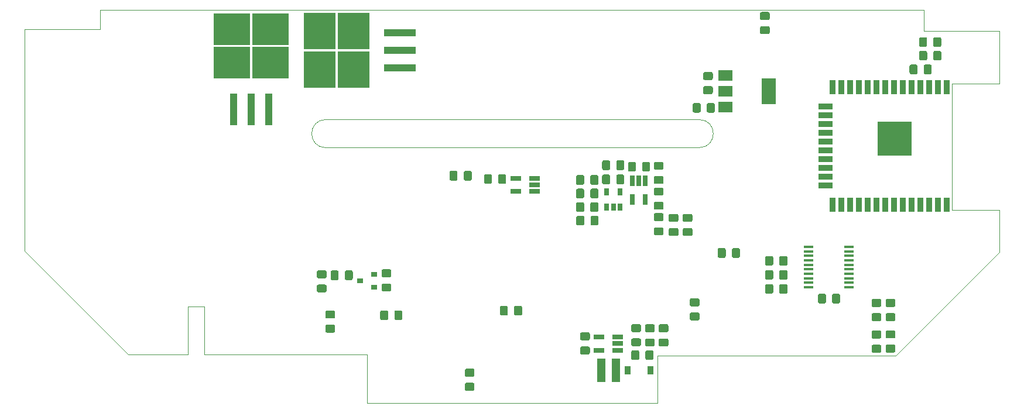
<source format=gbr>
G04 #@! TF.GenerationSoftware,KiCad,Pcbnew,(5.1.5)-3*
G04 #@! TF.CreationDate,2020-02-08T14:47:08+01:00*
G04 #@! TF.ProjectId,SenseEHajo,53656e73-6545-4486-916a-6f2e6b696361,rev?*
G04 #@! TF.SameCoordinates,PX55061d0PY277be90*
G04 #@! TF.FileFunction,Paste,Top*
G04 #@! TF.FilePolarity,Positive*
%FSLAX46Y46*%
G04 Gerber Fmt 4.6, Leading zero omitted, Abs format (unit mm)*
G04 Created by KiCad (PCBNEW (5.1.5)-3) date 2020-02-08 14:47:08*
%MOMM*%
%LPD*%
G04 APERTURE LIST*
%ADD10C,0.050000*%
%ADD11C,0.150000*%
%ADD12R,1.560000X0.650000*%
%ADD13R,0.900000X1.200000*%
%ADD14R,1.300000X3.400000*%
%ADD15R,2.000000X1.500000*%
%ADD16R,2.000000X3.800000*%
%ADD17R,1.450000X0.450000*%
%ADD18R,5.000000X5.000000*%
%ADD19R,0.900000X2.000000*%
%ADD20R,2.000000X0.900000*%
%ADD21R,0.650000X1.560000*%
%ADD22R,0.900000X0.800000*%
%ADD23R,4.600000X1.100000*%
%ADD24R,4.550000X5.250000*%
%ADD25R,5.250000X4.550000*%
%ADD26R,1.100000X4.600000*%
%ADD27R,0.650000X1.060000*%
G04 APERTURE END LIST*
D10*
X-51054000Y-28829000D02*
X-42392600Y-28829000D01*
X-40081200Y-21894800D02*
X-40081200Y-28829000D01*
X-42392600Y-21894800D02*
X-40081200Y-21894800D01*
X-42392600Y-28829000D02*
X-42392600Y-21894800D01*
X29514800Y21056600D02*
X29489400Y21082000D01*
X25425400Y21056600D02*
X29514800Y21056600D01*
X23266400Y5207000D02*
X31521400Y5207000D01*
X29489400Y21082000D02*
X64008000Y21082000D01*
X-12446000Y1143000D02*
X31521400Y1143000D01*
X23266400Y5207000D02*
X-12446000Y5207000D01*
X74930000Y-13970000D02*
X59944000Y-28956000D01*
X-16510000Y-35814000D02*
X-16510000Y-28829000D01*
X64008000Y21082000D02*
X64008000Y18034000D01*
X64008000Y18034000D02*
X74930000Y18034000D01*
X25527000Y-35814000D02*
X-16510000Y-35814000D01*
X-66040000Y-13843000D02*
X-66040000Y18288000D01*
X74930000Y10414000D02*
X68072000Y10414000D01*
X74930000Y-7874000D02*
X74930000Y-13970000D01*
X68072000Y-7874000D02*
X74930000Y-7874000D01*
X68072000Y10414000D02*
X68072000Y-7874000D01*
X74930000Y18034000D02*
X74930000Y10414000D01*
X31521400Y5207000D02*
G75*
G02X31521400Y1143000I0J-2032000D01*
G01*
X-12446000Y1143000D02*
X-22479000Y1143000D01*
X-22479000Y5207000D02*
X-12446000Y5207000D01*
X-22479000Y1143000D02*
G75*
G02X-22479000Y5207000I0J2032000D01*
G01*
X-51054000Y-28829000D02*
X-66040000Y-13843000D01*
X-16510000Y-28829000D02*
X-40081200Y-28829000D01*
X25527000Y-28956000D02*
X25527000Y-35814000D01*
X-55118000Y18288000D02*
X-55118000Y21082000D01*
X-66040000Y18288000D02*
X-55118000Y18288000D01*
X25425400Y21056600D02*
X-55118000Y21082000D01*
X59944000Y-28956000D02*
X25527000Y-28956000D01*
D11*
G36*
X-11639295Y-22415204D02*
G01*
X-11615027Y-22418804D01*
X-11591228Y-22424765D01*
X-11568129Y-22433030D01*
X-11545950Y-22443520D01*
X-11524907Y-22456132D01*
X-11505201Y-22470747D01*
X-11487023Y-22487223D01*
X-11470547Y-22505401D01*
X-11455932Y-22525107D01*
X-11443320Y-22546150D01*
X-11432830Y-22568329D01*
X-11424565Y-22591428D01*
X-11418604Y-22615227D01*
X-11415004Y-22639495D01*
X-11413800Y-22663999D01*
X-11413800Y-23564001D01*
X-11415004Y-23588505D01*
X-11418604Y-23612773D01*
X-11424565Y-23636572D01*
X-11432830Y-23659671D01*
X-11443320Y-23681850D01*
X-11455932Y-23702893D01*
X-11470547Y-23722599D01*
X-11487023Y-23740777D01*
X-11505201Y-23757253D01*
X-11524907Y-23771868D01*
X-11545950Y-23784480D01*
X-11568129Y-23794970D01*
X-11591228Y-23803235D01*
X-11615027Y-23809196D01*
X-11639295Y-23812796D01*
X-11663799Y-23814000D01*
X-12313801Y-23814000D01*
X-12338305Y-23812796D01*
X-12362573Y-23809196D01*
X-12386372Y-23803235D01*
X-12409471Y-23794970D01*
X-12431650Y-23784480D01*
X-12452693Y-23771868D01*
X-12472399Y-23757253D01*
X-12490577Y-23740777D01*
X-12507053Y-23722599D01*
X-12521668Y-23702893D01*
X-12534280Y-23681850D01*
X-12544770Y-23659671D01*
X-12553035Y-23636572D01*
X-12558996Y-23612773D01*
X-12562596Y-23588505D01*
X-12563800Y-23564001D01*
X-12563800Y-22663999D01*
X-12562596Y-22639495D01*
X-12558996Y-22615227D01*
X-12553035Y-22591428D01*
X-12544770Y-22568329D01*
X-12534280Y-22546150D01*
X-12521668Y-22525107D01*
X-12507053Y-22505401D01*
X-12490577Y-22487223D01*
X-12472399Y-22470747D01*
X-12452693Y-22456132D01*
X-12431650Y-22443520D01*
X-12409471Y-22433030D01*
X-12386372Y-22424765D01*
X-12362573Y-22418804D01*
X-12338305Y-22415204D01*
X-12313801Y-22414000D01*
X-11663799Y-22414000D01*
X-11639295Y-22415204D01*
G37*
G36*
X-13689295Y-22415204D02*
G01*
X-13665027Y-22418804D01*
X-13641228Y-22424765D01*
X-13618129Y-22433030D01*
X-13595950Y-22443520D01*
X-13574907Y-22456132D01*
X-13555201Y-22470747D01*
X-13537023Y-22487223D01*
X-13520547Y-22505401D01*
X-13505932Y-22525107D01*
X-13493320Y-22546150D01*
X-13482830Y-22568329D01*
X-13474565Y-22591428D01*
X-13468604Y-22615227D01*
X-13465004Y-22639495D01*
X-13463800Y-22663999D01*
X-13463800Y-23564001D01*
X-13465004Y-23588505D01*
X-13468604Y-23612773D01*
X-13474565Y-23636572D01*
X-13482830Y-23659671D01*
X-13493320Y-23681850D01*
X-13505932Y-23702893D01*
X-13520547Y-23722599D01*
X-13537023Y-23740777D01*
X-13555201Y-23757253D01*
X-13574907Y-23771868D01*
X-13595950Y-23784480D01*
X-13618129Y-23794970D01*
X-13641228Y-23803235D01*
X-13665027Y-23809196D01*
X-13689295Y-23812796D01*
X-13713799Y-23814000D01*
X-14363801Y-23814000D01*
X-14388305Y-23812796D01*
X-14412573Y-23809196D01*
X-14436372Y-23803235D01*
X-14459471Y-23794970D01*
X-14481650Y-23784480D01*
X-14502693Y-23771868D01*
X-14522399Y-23757253D01*
X-14540577Y-23740777D01*
X-14557053Y-23722599D01*
X-14571668Y-23702893D01*
X-14584280Y-23681850D01*
X-14594770Y-23659671D01*
X-14603035Y-23636572D01*
X-14608996Y-23612773D01*
X-14612596Y-23588505D01*
X-14613800Y-23564001D01*
X-14613800Y-22663999D01*
X-14612596Y-22639495D01*
X-14608996Y-22615227D01*
X-14603035Y-22591428D01*
X-14594770Y-22568329D01*
X-14584280Y-22546150D01*
X-14571668Y-22525107D01*
X-14557053Y-22505401D01*
X-14540577Y-22487223D01*
X-14522399Y-22470747D01*
X-14502693Y-22456132D01*
X-14481650Y-22443520D01*
X-14459471Y-22433030D01*
X-14436372Y-22424765D01*
X-14412573Y-22418804D01*
X-14388305Y-22415204D01*
X-14363801Y-22414000D01*
X-13713799Y-22414000D01*
X-13689295Y-22415204D01*
G37*
G36*
X66305905Y15151396D02*
G01*
X66330173Y15147796D01*
X66353972Y15141835D01*
X66377071Y15133570D01*
X66399250Y15123080D01*
X66420293Y15110468D01*
X66439999Y15095853D01*
X66458177Y15079377D01*
X66474653Y15061199D01*
X66489268Y15041493D01*
X66501880Y15020450D01*
X66512370Y14998271D01*
X66520635Y14975172D01*
X66526596Y14951373D01*
X66530196Y14927105D01*
X66531400Y14902601D01*
X66531400Y14002599D01*
X66530196Y13978095D01*
X66526596Y13953827D01*
X66520635Y13930028D01*
X66512370Y13906929D01*
X66501880Y13884750D01*
X66489268Y13863707D01*
X66474653Y13844001D01*
X66458177Y13825823D01*
X66439999Y13809347D01*
X66420293Y13794732D01*
X66399250Y13782120D01*
X66377071Y13771630D01*
X66353972Y13763365D01*
X66330173Y13757404D01*
X66305905Y13753804D01*
X66281401Y13752600D01*
X65631399Y13752600D01*
X65606895Y13753804D01*
X65582627Y13757404D01*
X65558828Y13763365D01*
X65535729Y13771630D01*
X65513550Y13782120D01*
X65492507Y13794732D01*
X65472801Y13809347D01*
X65454623Y13825823D01*
X65438147Y13844001D01*
X65423532Y13863707D01*
X65410920Y13884750D01*
X65400430Y13906929D01*
X65392165Y13930028D01*
X65386204Y13953827D01*
X65382604Y13978095D01*
X65381400Y14002599D01*
X65381400Y14902601D01*
X65382604Y14927105D01*
X65386204Y14951373D01*
X65392165Y14975172D01*
X65400430Y14998271D01*
X65410920Y15020450D01*
X65423532Y15041493D01*
X65438147Y15061199D01*
X65454623Y15079377D01*
X65472801Y15095853D01*
X65492507Y15110468D01*
X65513550Y15123080D01*
X65535729Y15133570D01*
X65558828Y15141835D01*
X65582627Y15147796D01*
X65606895Y15151396D01*
X65631399Y15152600D01*
X66281401Y15152600D01*
X66305905Y15151396D01*
G37*
G36*
X64255905Y15151396D02*
G01*
X64280173Y15147796D01*
X64303972Y15141835D01*
X64327071Y15133570D01*
X64349250Y15123080D01*
X64370293Y15110468D01*
X64389999Y15095853D01*
X64408177Y15079377D01*
X64424653Y15061199D01*
X64439268Y15041493D01*
X64451880Y15020450D01*
X64462370Y14998271D01*
X64470635Y14975172D01*
X64476596Y14951373D01*
X64480196Y14927105D01*
X64481400Y14902601D01*
X64481400Y14002599D01*
X64480196Y13978095D01*
X64476596Y13953827D01*
X64470635Y13930028D01*
X64462370Y13906929D01*
X64451880Y13884750D01*
X64439268Y13863707D01*
X64424653Y13844001D01*
X64408177Y13825823D01*
X64389999Y13809347D01*
X64370293Y13794732D01*
X64349250Y13782120D01*
X64327071Y13771630D01*
X64303972Y13763365D01*
X64280173Y13757404D01*
X64255905Y13753804D01*
X64231401Y13752600D01*
X63581399Y13752600D01*
X63556895Y13753804D01*
X63532627Y13757404D01*
X63508828Y13763365D01*
X63485729Y13771630D01*
X63463550Y13782120D01*
X63442507Y13794732D01*
X63422801Y13809347D01*
X63404623Y13825823D01*
X63388147Y13844001D01*
X63373532Y13863707D01*
X63360920Y13884750D01*
X63350430Y13906929D01*
X63342165Y13930028D01*
X63336204Y13953827D01*
X63332604Y13978095D01*
X63331400Y14002599D01*
X63331400Y14902601D01*
X63332604Y14927105D01*
X63336204Y14951373D01*
X63342165Y14975172D01*
X63350430Y14998271D01*
X63360920Y15020450D01*
X63373532Y15041493D01*
X63388147Y15061199D01*
X63404623Y15079377D01*
X63422801Y15095853D01*
X63442507Y15110468D01*
X63463550Y15123080D01*
X63485729Y15133570D01*
X63508828Y15141835D01*
X63532627Y15147796D01*
X63556895Y15151396D01*
X63581399Y15152600D01*
X64231401Y15152600D01*
X64255905Y15151396D01*
G37*
G36*
X66296905Y17132596D02*
G01*
X66321173Y17128996D01*
X66344972Y17123035D01*
X66368071Y17114770D01*
X66390250Y17104280D01*
X66411293Y17091668D01*
X66430999Y17077053D01*
X66449177Y17060577D01*
X66465653Y17042399D01*
X66480268Y17022693D01*
X66492880Y17001650D01*
X66503370Y16979471D01*
X66511635Y16956372D01*
X66517596Y16932573D01*
X66521196Y16908305D01*
X66522400Y16883801D01*
X66522400Y15983799D01*
X66521196Y15959295D01*
X66517596Y15935027D01*
X66511635Y15911228D01*
X66503370Y15888129D01*
X66492880Y15865950D01*
X66480268Y15844907D01*
X66465653Y15825201D01*
X66449177Y15807023D01*
X66430999Y15790547D01*
X66411293Y15775932D01*
X66390250Y15763320D01*
X66368071Y15752830D01*
X66344972Y15744565D01*
X66321173Y15738604D01*
X66296905Y15735004D01*
X66272401Y15733800D01*
X65622399Y15733800D01*
X65597895Y15735004D01*
X65573627Y15738604D01*
X65549828Y15744565D01*
X65526729Y15752830D01*
X65504550Y15763320D01*
X65483507Y15775932D01*
X65463801Y15790547D01*
X65445623Y15807023D01*
X65429147Y15825201D01*
X65414532Y15844907D01*
X65401920Y15865950D01*
X65391430Y15888129D01*
X65383165Y15911228D01*
X65377204Y15935027D01*
X65373604Y15959295D01*
X65372400Y15983799D01*
X65372400Y16883801D01*
X65373604Y16908305D01*
X65377204Y16932573D01*
X65383165Y16956372D01*
X65391430Y16979471D01*
X65401920Y17001650D01*
X65414532Y17022693D01*
X65429147Y17042399D01*
X65445623Y17060577D01*
X65463801Y17077053D01*
X65483507Y17091668D01*
X65504550Y17104280D01*
X65526729Y17114770D01*
X65549828Y17123035D01*
X65573627Y17128996D01*
X65597895Y17132596D01*
X65622399Y17133800D01*
X66272401Y17133800D01*
X66296905Y17132596D01*
G37*
G36*
X64246905Y17132596D02*
G01*
X64271173Y17128996D01*
X64294972Y17123035D01*
X64318071Y17114770D01*
X64340250Y17104280D01*
X64361293Y17091668D01*
X64380999Y17077053D01*
X64399177Y17060577D01*
X64415653Y17042399D01*
X64430268Y17022693D01*
X64442880Y17001650D01*
X64453370Y16979471D01*
X64461635Y16956372D01*
X64467596Y16932573D01*
X64471196Y16908305D01*
X64472400Y16883801D01*
X64472400Y15983799D01*
X64471196Y15959295D01*
X64467596Y15935027D01*
X64461635Y15911228D01*
X64453370Y15888129D01*
X64442880Y15865950D01*
X64430268Y15844907D01*
X64415653Y15825201D01*
X64399177Y15807023D01*
X64380999Y15790547D01*
X64361293Y15775932D01*
X64340250Y15763320D01*
X64318071Y15752830D01*
X64294972Y15744565D01*
X64271173Y15738604D01*
X64246905Y15735004D01*
X64222401Y15733800D01*
X63572399Y15733800D01*
X63547895Y15735004D01*
X63523627Y15738604D01*
X63499828Y15744565D01*
X63476729Y15752830D01*
X63454550Y15763320D01*
X63433507Y15775932D01*
X63413801Y15790547D01*
X63395623Y15807023D01*
X63379147Y15825201D01*
X63364532Y15844907D01*
X63351920Y15865950D01*
X63341430Y15888129D01*
X63333165Y15911228D01*
X63327204Y15935027D01*
X63323604Y15959295D01*
X63322400Y15983799D01*
X63322400Y16883801D01*
X63323604Y16908305D01*
X63327204Y16932573D01*
X63333165Y16956372D01*
X63341430Y16979471D01*
X63351920Y17001650D01*
X63364532Y17022693D01*
X63379147Y17042399D01*
X63395623Y17060577D01*
X63413801Y17077053D01*
X63433507Y17091668D01*
X63454550Y17104280D01*
X63476729Y17114770D01*
X63499828Y17123035D01*
X63523627Y17128996D01*
X63547895Y17132596D01*
X63572399Y17133800D01*
X64222401Y17133800D01*
X64246905Y17132596D01*
G37*
G36*
X49625505Y-20002204D02*
G01*
X49649773Y-20005804D01*
X49673572Y-20011765D01*
X49696671Y-20020030D01*
X49718850Y-20030520D01*
X49739893Y-20043132D01*
X49759599Y-20057747D01*
X49777777Y-20074223D01*
X49794253Y-20092401D01*
X49808868Y-20112107D01*
X49821480Y-20133150D01*
X49831970Y-20155329D01*
X49840235Y-20178428D01*
X49846196Y-20202227D01*
X49849796Y-20226495D01*
X49851000Y-20250999D01*
X49851000Y-21151001D01*
X49849796Y-21175505D01*
X49846196Y-21199773D01*
X49840235Y-21223572D01*
X49831970Y-21246671D01*
X49821480Y-21268850D01*
X49808868Y-21289893D01*
X49794253Y-21309599D01*
X49777777Y-21327777D01*
X49759599Y-21344253D01*
X49739893Y-21358868D01*
X49718850Y-21371480D01*
X49696671Y-21381970D01*
X49673572Y-21390235D01*
X49649773Y-21396196D01*
X49625505Y-21399796D01*
X49601001Y-21401000D01*
X48950999Y-21401000D01*
X48926495Y-21399796D01*
X48902227Y-21396196D01*
X48878428Y-21390235D01*
X48855329Y-21381970D01*
X48833150Y-21371480D01*
X48812107Y-21358868D01*
X48792401Y-21344253D01*
X48774223Y-21327777D01*
X48757747Y-21309599D01*
X48743132Y-21289893D01*
X48730520Y-21268850D01*
X48720030Y-21246671D01*
X48711765Y-21223572D01*
X48705804Y-21199773D01*
X48702204Y-21175505D01*
X48701000Y-21151001D01*
X48701000Y-20250999D01*
X48702204Y-20226495D01*
X48705804Y-20202227D01*
X48711765Y-20178428D01*
X48720030Y-20155329D01*
X48730520Y-20133150D01*
X48743132Y-20112107D01*
X48757747Y-20092401D01*
X48774223Y-20074223D01*
X48792401Y-20057747D01*
X48812107Y-20043132D01*
X48833150Y-20030520D01*
X48855329Y-20020030D01*
X48878428Y-20011765D01*
X48902227Y-20005804D01*
X48926495Y-20002204D01*
X48950999Y-20001000D01*
X49601001Y-20001000D01*
X49625505Y-20002204D01*
G37*
G36*
X51675505Y-20002204D02*
G01*
X51699773Y-20005804D01*
X51723572Y-20011765D01*
X51746671Y-20020030D01*
X51768850Y-20030520D01*
X51789893Y-20043132D01*
X51809599Y-20057747D01*
X51827777Y-20074223D01*
X51844253Y-20092401D01*
X51858868Y-20112107D01*
X51871480Y-20133150D01*
X51881970Y-20155329D01*
X51890235Y-20178428D01*
X51896196Y-20202227D01*
X51899796Y-20226495D01*
X51901000Y-20250999D01*
X51901000Y-21151001D01*
X51899796Y-21175505D01*
X51896196Y-21199773D01*
X51890235Y-21223572D01*
X51881970Y-21246671D01*
X51871480Y-21268850D01*
X51858868Y-21289893D01*
X51844253Y-21309599D01*
X51827777Y-21327777D01*
X51809599Y-21344253D01*
X51789893Y-21358868D01*
X51768850Y-21371480D01*
X51746671Y-21381970D01*
X51723572Y-21390235D01*
X51699773Y-21396196D01*
X51675505Y-21399796D01*
X51651001Y-21401000D01*
X51000999Y-21401000D01*
X50976495Y-21399796D01*
X50952227Y-21396196D01*
X50928428Y-21390235D01*
X50905329Y-21381970D01*
X50883150Y-21371480D01*
X50862107Y-21358868D01*
X50842401Y-21344253D01*
X50824223Y-21327777D01*
X50807747Y-21309599D01*
X50793132Y-21289893D01*
X50780520Y-21268850D01*
X50770030Y-21246671D01*
X50761765Y-21223572D01*
X50755804Y-21199773D01*
X50752204Y-21175505D01*
X50751000Y-21151001D01*
X50751000Y-20250999D01*
X50752204Y-20226495D01*
X50755804Y-20202227D01*
X50761765Y-20178428D01*
X50770030Y-20155329D01*
X50780520Y-20133150D01*
X50793132Y-20112107D01*
X50807747Y-20092401D01*
X50824223Y-20074223D01*
X50842401Y-20057747D01*
X50862107Y-20043132D01*
X50883150Y-20030520D01*
X50905329Y-20020030D01*
X50928428Y-20011765D01*
X50952227Y-20005804D01*
X50976495Y-20002204D01*
X51000999Y-20001000D01*
X51651001Y-20001000D01*
X51675505Y-20002204D01*
G37*
D12*
X17035800Y-28178800D03*
X17035800Y-26278800D03*
X19735800Y-26278800D03*
X19735800Y-27228800D03*
X19735800Y-28178800D03*
D13*
X21158200Y-31089600D03*
X24458200Y-31089600D03*
D14*
X19448200Y-31115000D03*
X17348200Y-31115000D03*
D15*
X35305600Y11621800D03*
X35305600Y7021800D03*
X35305600Y9321800D03*
D16*
X41605600Y9321800D03*
D11*
G36*
X-18802095Y-16624004D02*
G01*
X-18777827Y-16627604D01*
X-18754028Y-16633565D01*
X-18730929Y-16641830D01*
X-18708750Y-16652320D01*
X-18687707Y-16664932D01*
X-18668001Y-16679547D01*
X-18649823Y-16696023D01*
X-18633347Y-16714201D01*
X-18618732Y-16733907D01*
X-18606120Y-16754950D01*
X-18595630Y-16777129D01*
X-18587365Y-16800228D01*
X-18581404Y-16824027D01*
X-18577804Y-16848295D01*
X-18576600Y-16872799D01*
X-18576600Y-17772801D01*
X-18577804Y-17797305D01*
X-18581404Y-17821573D01*
X-18587365Y-17845372D01*
X-18595630Y-17868471D01*
X-18606120Y-17890650D01*
X-18618732Y-17911693D01*
X-18633347Y-17931399D01*
X-18649823Y-17949577D01*
X-18668001Y-17966053D01*
X-18687707Y-17980668D01*
X-18708750Y-17993280D01*
X-18730929Y-18003770D01*
X-18754028Y-18012035D01*
X-18777827Y-18017996D01*
X-18802095Y-18021596D01*
X-18826599Y-18022800D01*
X-19476601Y-18022800D01*
X-19501105Y-18021596D01*
X-19525373Y-18017996D01*
X-19549172Y-18012035D01*
X-19572271Y-18003770D01*
X-19594450Y-17993280D01*
X-19615493Y-17980668D01*
X-19635199Y-17966053D01*
X-19653377Y-17949577D01*
X-19669853Y-17931399D01*
X-19684468Y-17911693D01*
X-19697080Y-17890650D01*
X-19707570Y-17868471D01*
X-19715835Y-17845372D01*
X-19721796Y-17821573D01*
X-19725396Y-17797305D01*
X-19726600Y-17772801D01*
X-19726600Y-16872799D01*
X-19725396Y-16848295D01*
X-19721796Y-16824027D01*
X-19715835Y-16800228D01*
X-19707570Y-16777129D01*
X-19697080Y-16754950D01*
X-19684468Y-16733907D01*
X-19669853Y-16714201D01*
X-19653377Y-16696023D01*
X-19635199Y-16679547D01*
X-19615493Y-16664932D01*
X-19594450Y-16652320D01*
X-19572271Y-16641830D01*
X-19549172Y-16633565D01*
X-19525373Y-16627604D01*
X-19501105Y-16624004D01*
X-19476601Y-16622800D01*
X-18826599Y-16622800D01*
X-18802095Y-16624004D01*
G37*
G36*
X-20852095Y-16624004D02*
G01*
X-20827827Y-16627604D01*
X-20804028Y-16633565D01*
X-20780929Y-16641830D01*
X-20758750Y-16652320D01*
X-20737707Y-16664932D01*
X-20718001Y-16679547D01*
X-20699823Y-16696023D01*
X-20683347Y-16714201D01*
X-20668732Y-16733907D01*
X-20656120Y-16754950D01*
X-20645630Y-16777129D01*
X-20637365Y-16800228D01*
X-20631404Y-16824027D01*
X-20627804Y-16848295D01*
X-20626600Y-16872799D01*
X-20626600Y-17772801D01*
X-20627804Y-17797305D01*
X-20631404Y-17821573D01*
X-20637365Y-17845372D01*
X-20645630Y-17868471D01*
X-20656120Y-17890650D01*
X-20668732Y-17911693D01*
X-20683347Y-17931399D01*
X-20699823Y-17949577D01*
X-20718001Y-17966053D01*
X-20737707Y-17980668D01*
X-20758750Y-17993280D01*
X-20780929Y-18003770D01*
X-20804028Y-18012035D01*
X-20827827Y-18017996D01*
X-20852095Y-18021596D01*
X-20876599Y-18022800D01*
X-21526601Y-18022800D01*
X-21551105Y-18021596D01*
X-21575373Y-18017996D01*
X-21599172Y-18012035D01*
X-21622271Y-18003770D01*
X-21644450Y-17993280D01*
X-21665493Y-17980668D01*
X-21685199Y-17966053D01*
X-21703377Y-17949577D01*
X-21719853Y-17931399D01*
X-21734468Y-17911693D01*
X-21747080Y-17890650D01*
X-21757570Y-17868471D01*
X-21765835Y-17845372D01*
X-21771796Y-17821573D01*
X-21775396Y-17797305D01*
X-21776600Y-17772801D01*
X-21776600Y-16872799D01*
X-21775396Y-16848295D01*
X-21771796Y-16824027D01*
X-21765835Y-16800228D01*
X-21757570Y-16777129D01*
X-21747080Y-16754950D01*
X-21734468Y-16733907D01*
X-21719853Y-16714201D01*
X-21703377Y-16696023D01*
X-21685199Y-16679547D01*
X-21665493Y-16664932D01*
X-21644450Y-16652320D01*
X-21622271Y-16641830D01*
X-21599172Y-16633565D01*
X-21575373Y-16627604D01*
X-21551105Y-16624004D01*
X-21526601Y-16622800D01*
X-20876599Y-16622800D01*
X-20852095Y-16624004D01*
G37*
D17*
X53194800Y-19074200D03*
X53194800Y-18424200D03*
X53194800Y-17774200D03*
X53194800Y-17124200D03*
X53194800Y-16474200D03*
X53194800Y-15824200D03*
X53194800Y-15174200D03*
X53194800Y-14524200D03*
X53194800Y-13874200D03*
X53194800Y-13224200D03*
X47294800Y-13224200D03*
X47294800Y-13874200D03*
X47294800Y-14524200D03*
X47294800Y-15174200D03*
X47294800Y-15824200D03*
X47294800Y-16474200D03*
X47294800Y-17124200D03*
X47294800Y-17774200D03*
X47294800Y-18424200D03*
X47294800Y-19074200D03*
D18*
X59817000Y2413000D03*
D19*
X67317000Y9913000D03*
X66047000Y9913000D03*
X64777000Y9913000D03*
X63507000Y9913000D03*
X62237000Y9913000D03*
X60967000Y9913000D03*
X59697000Y9913000D03*
X58427000Y9913000D03*
X57157000Y9913000D03*
X55887000Y9913000D03*
X54617000Y9913000D03*
X53347000Y9913000D03*
X52077000Y9913000D03*
X50807000Y9913000D03*
D20*
X49807000Y7128000D03*
X49807000Y5858000D03*
X49807000Y4588000D03*
X49807000Y3318000D03*
X49807000Y2048000D03*
X49807000Y778000D03*
X49807000Y-492000D03*
X49807000Y-1762000D03*
X49807000Y-3032000D03*
X49807000Y-4302000D03*
D19*
X50807000Y-7087000D03*
X52077000Y-7087000D03*
X53347000Y-7087000D03*
X54617000Y-7087000D03*
X55887000Y-7087000D03*
X57157000Y-7087000D03*
X58427000Y-7087000D03*
X59697000Y-7087000D03*
X60967000Y-7087000D03*
X62237000Y-7087000D03*
X63507000Y-7087000D03*
X64777000Y-7087000D03*
X66047000Y-7087000D03*
X67317000Y-7087000D03*
D11*
G36*
X41495505Y20775796D02*
G01*
X41519773Y20772196D01*
X41543572Y20766235D01*
X41566671Y20757970D01*
X41588850Y20747480D01*
X41609893Y20734868D01*
X41629599Y20720253D01*
X41647777Y20703777D01*
X41664253Y20685599D01*
X41678868Y20665893D01*
X41691480Y20644850D01*
X41701970Y20622671D01*
X41710235Y20599572D01*
X41716196Y20575773D01*
X41719796Y20551505D01*
X41721000Y20527001D01*
X41721000Y19876999D01*
X41719796Y19852495D01*
X41716196Y19828227D01*
X41710235Y19804428D01*
X41701970Y19781329D01*
X41691480Y19759150D01*
X41678868Y19738107D01*
X41664253Y19718401D01*
X41647777Y19700223D01*
X41629599Y19683747D01*
X41609893Y19669132D01*
X41588850Y19656520D01*
X41566671Y19646030D01*
X41543572Y19637765D01*
X41519773Y19631804D01*
X41495505Y19628204D01*
X41471001Y19627000D01*
X40570999Y19627000D01*
X40546495Y19628204D01*
X40522227Y19631804D01*
X40498428Y19637765D01*
X40475329Y19646030D01*
X40453150Y19656520D01*
X40432107Y19669132D01*
X40412401Y19683747D01*
X40394223Y19700223D01*
X40377747Y19718401D01*
X40363132Y19738107D01*
X40350520Y19759150D01*
X40340030Y19781329D01*
X40331765Y19804428D01*
X40325804Y19828227D01*
X40322204Y19852495D01*
X40321000Y19876999D01*
X40321000Y20527001D01*
X40322204Y20551505D01*
X40325804Y20575773D01*
X40331765Y20599572D01*
X40340030Y20622671D01*
X40350520Y20644850D01*
X40363132Y20665893D01*
X40377747Y20685599D01*
X40394223Y20703777D01*
X40412401Y20720253D01*
X40432107Y20734868D01*
X40453150Y20747480D01*
X40475329Y20757970D01*
X40498428Y20766235D01*
X40522227Y20772196D01*
X40546495Y20775796D01*
X40570999Y20777000D01*
X41471001Y20777000D01*
X41495505Y20775796D01*
G37*
G36*
X41495505Y18725796D02*
G01*
X41519773Y18722196D01*
X41543572Y18716235D01*
X41566671Y18707970D01*
X41588850Y18697480D01*
X41609893Y18684868D01*
X41629599Y18670253D01*
X41647777Y18653777D01*
X41664253Y18635599D01*
X41678868Y18615893D01*
X41691480Y18594850D01*
X41701970Y18572671D01*
X41710235Y18549572D01*
X41716196Y18525773D01*
X41719796Y18501505D01*
X41721000Y18477001D01*
X41721000Y17826999D01*
X41719796Y17802495D01*
X41716196Y17778227D01*
X41710235Y17754428D01*
X41701970Y17731329D01*
X41691480Y17709150D01*
X41678868Y17688107D01*
X41664253Y17668401D01*
X41647777Y17650223D01*
X41629599Y17633747D01*
X41609893Y17619132D01*
X41588850Y17606520D01*
X41566671Y17596030D01*
X41543572Y17587765D01*
X41519773Y17581804D01*
X41495505Y17578204D01*
X41471001Y17577000D01*
X40570999Y17577000D01*
X40546495Y17578204D01*
X40522227Y17581804D01*
X40498428Y17587765D01*
X40475329Y17596030D01*
X40453150Y17606520D01*
X40432107Y17619132D01*
X40412401Y17633747D01*
X40394223Y17650223D01*
X40377747Y17668401D01*
X40363132Y17688107D01*
X40350520Y17709150D01*
X40340030Y17731329D01*
X40331765Y17754428D01*
X40325804Y17778227D01*
X40322204Y17802495D01*
X40321000Y17826999D01*
X40321000Y18477001D01*
X40322204Y18501505D01*
X40325804Y18525773D01*
X40331765Y18549572D01*
X40340030Y18572671D01*
X40350520Y18594850D01*
X40363132Y18615893D01*
X40377747Y18635599D01*
X40394223Y18653777D01*
X40412401Y18670253D01*
X40432107Y18684868D01*
X40453150Y18697480D01*
X40475329Y18707970D01*
X40498428Y18716235D01*
X40522227Y18722196D01*
X40546495Y18725796D01*
X40570999Y18727000D01*
X41471001Y18727000D01*
X41495505Y18725796D01*
G37*
G36*
X26128505Y-2965804D02*
G01*
X26152773Y-2969404D01*
X26176572Y-2975365D01*
X26199671Y-2983630D01*
X26221850Y-2994120D01*
X26242893Y-3006732D01*
X26262599Y-3021347D01*
X26280777Y-3037823D01*
X26297253Y-3056001D01*
X26311868Y-3075707D01*
X26324480Y-3096750D01*
X26334970Y-3118929D01*
X26343235Y-3142028D01*
X26349196Y-3165827D01*
X26352796Y-3190095D01*
X26354000Y-3214599D01*
X26354000Y-3864601D01*
X26352796Y-3889105D01*
X26349196Y-3913373D01*
X26343235Y-3937172D01*
X26334970Y-3960271D01*
X26324480Y-3982450D01*
X26311868Y-4003493D01*
X26297253Y-4023199D01*
X26280777Y-4041377D01*
X26262599Y-4057853D01*
X26242893Y-4072468D01*
X26221850Y-4085080D01*
X26199671Y-4095570D01*
X26176572Y-4103835D01*
X26152773Y-4109796D01*
X26128505Y-4113396D01*
X26104001Y-4114600D01*
X25203999Y-4114600D01*
X25179495Y-4113396D01*
X25155227Y-4109796D01*
X25131428Y-4103835D01*
X25108329Y-4095570D01*
X25086150Y-4085080D01*
X25065107Y-4072468D01*
X25045401Y-4057853D01*
X25027223Y-4041377D01*
X25010747Y-4023199D01*
X24996132Y-4003493D01*
X24983520Y-3982450D01*
X24973030Y-3960271D01*
X24964765Y-3937172D01*
X24958804Y-3913373D01*
X24955204Y-3889105D01*
X24954000Y-3864601D01*
X24954000Y-3214599D01*
X24955204Y-3190095D01*
X24958804Y-3165827D01*
X24964765Y-3142028D01*
X24973030Y-3118929D01*
X24983520Y-3096750D01*
X24996132Y-3075707D01*
X25010747Y-3056001D01*
X25027223Y-3037823D01*
X25045401Y-3021347D01*
X25065107Y-3006732D01*
X25086150Y-2994120D01*
X25108329Y-2983630D01*
X25131428Y-2975365D01*
X25155227Y-2969404D01*
X25179495Y-2965804D01*
X25203999Y-2964600D01*
X26104001Y-2964600D01*
X26128505Y-2965804D01*
G37*
G36*
X26128505Y-915804D02*
G01*
X26152773Y-919404D01*
X26176572Y-925365D01*
X26199671Y-933630D01*
X26221850Y-944120D01*
X26242893Y-956732D01*
X26262599Y-971347D01*
X26280777Y-987823D01*
X26297253Y-1006001D01*
X26311868Y-1025707D01*
X26324480Y-1046750D01*
X26334970Y-1068929D01*
X26343235Y-1092028D01*
X26349196Y-1115827D01*
X26352796Y-1140095D01*
X26354000Y-1164599D01*
X26354000Y-1814601D01*
X26352796Y-1839105D01*
X26349196Y-1863373D01*
X26343235Y-1887172D01*
X26334970Y-1910271D01*
X26324480Y-1932450D01*
X26311868Y-1953493D01*
X26297253Y-1973199D01*
X26280777Y-1991377D01*
X26262599Y-2007853D01*
X26242893Y-2022468D01*
X26221850Y-2035080D01*
X26199671Y-2045570D01*
X26176572Y-2053835D01*
X26152773Y-2059796D01*
X26128505Y-2063396D01*
X26104001Y-2064600D01*
X25203999Y-2064600D01*
X25179495Y-2063396D01*
X25155227Y-2059796D01*
X25131428Y-2053835D01*
X25108329Y-2045570D01*
X25086150Y-2035080D01*
X25065107Y-2022468D01*
X25045401Y-2007853D01*
X25027223Y-1991377D01*
X25010747Y-1973199D01*
X24996132Y-1953493D01*
X24983520Y-1932450D01*
X24973030Y-1910271D01*
X24964765Y-1887172D01*
X24958804Y-1863373D01*
X24955204Y-1839105D01*
X24954000Y-1814601D01*
X24954000Y-1164599D01*
X24955204Y-1140095D01*
X24958804Y-1115827D01*
X24964765Y-1092028D01*
X24973030Y-1068929D01*
X24983520Y-1046750D01*
X24996132Y-1025707D01*
X25010747Y-1006001D01*
X25027223Y-987823D01*
X25045401Y-971347D01*
X25065107Y-956732D01*
X25086150Y-944120D01*
X25108329Y-933630D01*
X25131428Y-925365D01*
X25155227Y-919404D01*
X25179495Y-915804D01*
X25203999Y-914600D01*
X26104001Y-914600D01*
X26128505Y-915804D01*
G37*
G36*
X26128505Y-6683204D02*
G01*
X26152773Y-6686804D01*
X26176572Y-6692765D01*
X26199671Y-6701030D01*
X26221850Y-6711520D01*
X26242893Y-6724132D01*
X26262599Y-6738747D01*
X26280777Y-6755223D01*
X26297253Y-6773401D01*
X26311868Y-6793107D01*
X26324480Y-6814150D01*
X26334970Y-6836329D01*
X26343235Y-6859428D01*
X26349196Y-6883227D01*
X26352796Y-6907495D01*
X26354000Y-6931999D01*
X26354000Y-7582001D01*
X26352796Y-7606505D01*
X26349196Y-7630773D01*
X26343235Y-7654572D01*
X26334970Y-7677671D01*
X26324480Y-7699850D01*
X26311868Y-7720893D01*
X26297253Y-7740599D01*
X26280777Y-7758777D01*
X26262599Y-7775253D01*
X26242893Y-7789868D01*
X26221850Y-7802480D01*
X26199671Y-7812970D01*
X26176572Y-7821235D01*
X26152773Y-7827196D01*
X26128505Y-7830796D01*
X26104001Y-7832000D01*
X25203999Y-7832000D01*
X25179495Y-7830796D01*
X25155227Y-7827196D01*
X25131428Y-7821235D01*
X25108329Y-7812970D01*
X25086150Y-7802480D01*
X25065107Y-7789868D01*
X25045401Y-7775253D01*
X25027223Y-7758777D01*
X25010747Y-7740599D01*
X24996132Y-7720893D01*
X24983520Y-7699850D01*
X24973030Y-7677671D01*
X24964765Y-7654572D01*
X24958804Y-7630773D01*
X24955204Y-7606505D01*
X24954000Y-7582001D01*
X24954000Y-6931999D01*
X24955204Y-6907495D01*
X24958804Y-6883227D01*
X24964765Y-6859428D01*
X24973030Y-6836329D01*
X24983520Y-6814150D01*
X24996132Y-6793107D01*
X25010747Y-6773401D01*
X25027223Y-6755223D01*
X25045401Y-6738747D01*
X25065107Y-6724132D01*
X25086150Y-6711520D01*
X25108329Y-6701030D01*
X25131428Y-6692765D01*
X25155227Y-6686804D01*
X25179495Y-6683204D01*
X25203999Y-6682000D01*
X26104001Y-6682000D01*
X26128505Y-6683204D01*
G37*
G36*
X26128505Y-4633204D02*
G01*
X26152773Y-4636804D01*
X26176572Y-4642765D01*
X26199671Y-4651030D01*
X26221850Y-4661520D01*
X26242893Y-4674132D01*
X26262599Y-4688747D01*
X26280777Y-4705223D01*
X26297253Y-4723401D01*
X26311868Y-4743107D01*
X26324480Y-4764150D01*
X26334970Y-4786329D01*
X26343235Y-4809428D01*
X26349196Y-4833227D01*
X26352796Y-4857495D01*
X26354000Y-4881999D01*
X26354000Y-5532001D01*
X26352796Y-5556505D01*
X26349196Y-5580773D01*
X26343235Y-5604572D01*
X26334970Y-5627671D01*
X26324480Y-5649850D01*
X26311868Y-5670893D01*
X26297253Y-5690599D01*
X26280777Y-5708777D01*
X26262599Y-5725253D01*
X26242893Y-5739868D01*
X26221850Y-5752480D01*
X26199671Y-5762970D01*
X26176572Y-5771235D01*
X26152773Y-5777196D01*
X26128505Y-5780796D01*
X26104001Y-5782000D01*
X25203999Y-5782000D01*
X25179495Y-5780796D01*
X25155227Y-5777196D01*
X25131428Y-5771235D01*
X25108329Y-5762970D01*
X25086150Y-5752480D01*
X25065107Y-5739868D01*
X25045401Y-5725253D01*
X25027223Y-5708777D01*
X25010747Y-5690599D01*
X24996132Y-5670893D01*
X24983520Y-5649850D01*
X24973030Y-5627671D01*
X24964765Y-5604572D01*
X24958804Y-5580773D01*
X24955204Y-5556505D01*
X24954000Y-5532001D01*
X24954000Y-4881999D01*
X24955204Y-4857495D01*
X24958804Y-4833227D01*
X24964765Y-4809428D01*
X24973030Y-4786329D01*
X24983520Y-4764150D01*
X24996132Y-4743107D01*
X25010747Y-4723401D01*
X25027223Y-4705223D01*
X25045401Y-4688747D01*
X25065107Y-4674132D01*
X25086150Y-4661520D01*
X25108329Y-4651030D01*
X25131428Y-4642765D01*
X25155227Y-4636804D01*
X25179495Y-4633204D01*
X25203999Y-4632000D01*
X26104001Y-4632000D01*
X26128505Y-4633204D01*
G37*
G36*
X64908905Y13170196D02*
G01*
X64933173Y13166596D01*
X64956972Y13160635D01*
X64980071Y13152370D01*
X65002250Y13141880D01*
X65023293Y13129268D01*
X65042999Y13114653D01*
X65061177Y13098177D01*
X65077653Y13079999D01*
X65092268Y13060293D01*
X65104880Y13039250D01*
X65115370Y13017071D01*
X65123635Y12993972D01*
X65129596Y12970173D01*
X65133196Y12945905D01*
X65134400Y12921401D01*
X65134400Y12021399D01*
X65133196Y11996895D01*
X65129596Y11972627D01*
X65123635Y11948828D01*
X65115370Y11925729D01*
X65104880Y11903550D01*
X65092268Y11882507D01*
X65077653Y11862801D01*
X65061177Y11844623D01*
X65042999Y11828147D01*
X65023293Y11813532D01*
X65002250Y11800920D01*
X64980071Y11790430D01*
X64956972Y11782165D01*
X64933173Y11776204D01*
X64908905Y11772604D01*
X64884401Y11771400D01*
X64234399Y11771400D01*
X64209895Y11772604D01*
X64185627Y11776204D01*
X64161828Y11782165D01*
X64138729Y11790430D01*
X64116550Y11800920D01*
X64095507Y11813532D01*
X64075801Y11828147D01*
X64057623Y11844623D01*
X64041147Y11862801D01*
X64026532Y11882507D01*
X64013920Y11903550D01*
X64003430Y11925729D01*
X63995165Y11948828D01*
X63989204Y11972627D01*
X63985604Y11996895D01*
X63984400Y12021399D01*
X63984400Y12921401D01*
X63985604Y12945905D01*
X63989204Y12970173D01*
X63995165Y12993972D01*
X64003430Y13017071D01*
X64013920Y13039250D01*
X64026532Y13060293D01*
X64041147Y13079999D01*
X64057623Y13098177D01*
X64075801Y13114653D01*
X64095507Y13129268D01*
X64116550Y13141880D01*
X64138729Y13152370D01*
X64161828Y13160635D01*
X64185627Y13166596D01*
X64209895Y13170196D01*
X64234399Y13171400D01*
X64884401Y13171400D01*
X64908905Y13170196D01*
G37*
G36*
X62858905Y13170196D02*
G01*
X62883173Y13166596D01*
X62906972Y13160635D01*
X62930071Y13152370D01*
X62952250Y13141880D01*
X62973293Y13129268D01*
X62992999Y13114653D01*
X63011177Y13098177D01*
X63027653Y13079999D01*
X63042268Y13060293D01*
X63054880Y13039250D01*
X63065370Y13017071D01*
X63073635Y12993972D01*
X63079596Y12970173D01*
X63083196Y12945905D01*
X63084400Y12921401D01*
X63084400Y12021399D01*
X63083196Y11996895D01*
X63079596Y11972627D01*
X63073635Y11948828D01*
X63065370Y11925729D01*
X63054880Y11903550D01*
X63042268Y11882507D01*
X63027653Y11862801D01*
X63011177Y11844623D01*
X62992999Y11828147D01*
X62973293Y11813532D01*
X62952250Y11800920D01*
X62930071Y11790430D01*
X62906972Y11782165D01*
X62883173Y11776204D01*
X62858905Y11772604D01*
X62834401Y11771400D01*
X62184399Y11771400D01*
X62159895Y11772604D01*
X62135627Y11776204D01*
X62111828Y11782165D01*
X62088729Y11790430D01*
X62066550Y11800920D01*
X62045507Y11813532D01*
X62025801Y11828147D01*
X62007623Y11844623D01*
X61991147Y11862801D01*
X61976532Y11882507D01*
X61963920Y11903550D01*
X61953430Y11925729D01*
X61945165Y11948828D01*
X61939204Y11972627D01*
X61935604Y11996895D01*
X61934400Y12021399D01*
X61934400Y12921401D01*
X61935604Y12945905D01*
X61939204Y12970173D01*
X61945165Y12993972D01*
X61953430Y13017071D01*
X61963920Y13039250D01*
X61976532Y13060293D01*
X61991147Y13079999D01*
X62007623Y13098177D01*
X62025801Y13114653D01*
X62045507Y13129268D01*
X62066550Y13141880D01*
X62088729Y13152370D01*
X62111828Y13160635D01*
X62135627Y13166596D01*
X62159895Y13170196D01*
X62184399Y13171400D01*
X62834401Y13171400D01*
X62858905Y13170196D01*
G37*
G36*
X22142705Y-926804D02*
G01*
X22166973Y-930404D01*
X22190772Y-936365D01*
X22213871Y-944630D01*
X22236050Y-955120D01*
X22257093Y-967732D01*
X22276799Y-982347D01*
X22294977Y-998823D01*
X22311453Y-1017001D01*
X22326068Y-1036707D01*
X22338680Y-1057750D01*
X22349170Y-1079929D01*
X22357435Y-1103028D01*
X22363396Y-1126827D01*
X22366996Y-1151095D01*
X22368200Y-1175599D01*
X22368200Y-2075601D01*
X22366996Y-2100105D01*
X22363396Y-2124373D01*
X22357435Y-2148172D01*
X22349170Y-2171271D01*
X22338680Y-2193450D01*
X22326068Y-2214493D01*
X22311453Y-2234199D01*
X22294977Y-2252377D01*
X22276799Y-2268853D01*
X22257093Y-2283468D01*
X22236050Y-2296080D01*
X22213871Y-2306570D01*
X22190772Y-2314835D01*
X22166973Y-2320796D01*
X22142705Y-2324396D01*
X22118201Y-2325600D01*
X21468199Y-2325600D01*
X21443695Y-2324396D01*
X21419427Y-2320796D01*
X21395628Y-2314835D01*
X21372529Y-2306570D01*
X21350350Y-2296080D01*
X21329307Y-2283468D01*
X21309601Y-2268853D01*
X21291423Y-2252377D01*
X21274947Y-2234199D01*
X21260332Y-2214493D01*
X21247720Y-2193450D01*
X21237230Y-2171271D01*
X21228965Y-2148172D01*
X21223004Y-2124373D01*
X21219404Y-2100105D01*
X21218200Y-2075601D01*
X21218200Y-1175599D01*
X21219404Y-1151095D01*
X21223004Y-1126827D01*
X21228965Y-1103028D01*
X21237230Y-1079929D01*
X21247720Y-1057750D01*
X21260332Y-1036707D01*
X21274947Y-1017001D01*
X21291423Y-998823D01*
X21309601Y-982347D01*
X21329307Y-967732D01*
X21350350Y-955120D01*
X21372529Y-944630D01*
X21395628Y-936365D01*
X21419427Y-930404D01*
X21443695Y-926804D01*
X21468199Y-925600D01*
X22118201Y-925600D01*
X22142705Y-926804D01*
G37*
G36*
X24192705Y-926804D02*
G01*
X24216973Y-930404D01*
X24240772Y-936365D01*
X24263871Y-944630D01*
X24286050Y-955120D01*
X24307093Y-967732D01*
X24326799Y-982347D01*
X24344977Y-998823D01*
X24361453Y-1017001D01*
X24376068Y-1036707D01*
X24388680Y-1057750D01*
X24399170Y-1079929D01*
X24407435Y-1103028D01*
X24413396Y-1126827D01*
X24416996Y-1151095D01*
X24418200Y-1175599D01*
X24418200Y-2075601D01*
X24416996Y-2100105D01*
X24413396Y-2124373D01*
X24407435Y-2148172D01*
X24399170Y-2171271D01*
X24388680Y-2193450D01*
X24376068Y-2214493D01*
X24361453Y-2234199D01*
X24344977Y-2252377D01*
X24326799Y-2268853D01*
X24307093Y-2283468D01*
X24286050Y-2296080D01*
X24263871Y-2306570D01*
X24240772Y-2314835D01*
X24216973Y-2320796D01*
X24192705Y-2324396D01*
X24168201Y-2325600D01*
X23518199Y-2325600D01*
X23493695Y-2324396D01*
X23469427Y-2320796D01*
X23445628Y-2314835D01*
X23422529Y-2306570D01*
X23400350Y-2296080D01*
X23379307Y-2283468D01*
X23359601Y-2268853D01*
X23341423Y-2252377D01*
X23324947Y-2234199D01*
X23310332Y-2214493D01*
X23297720Y-2193450D01*
X23287230Y-2171271D01*
X23278965Y-2148172D01*
X23273004Y-2124373D01*
X23269404Y-2100105D01*
X23268200Y-2075601D01*
X23268200Y-1175599D01*
X23269404Y-1151095D01*
X23273004Y-1126827D01*
X23278965Y-1103028D01*
X23287230Y-1079929D01*
X23297720Y-1057750D01*
X23310332Y-1036707D01*
X23324947Y-1017001D01*
X23341423Y-998823D01*
X23359601Y-982347D01*
X23379307Y-967732D01*
X23400350Y-955120D01*
X23422529Y-944630D01*
X23445628Y-936365D01*
X23469427Y-930404D01*
X23493695Y-926804D01*
X23518199Y-925600D01*
X24168201Y-925600D01*
X24192705Y-926804D01*
G37*
G36*
X31335505Y-22718004D02*
G01*
X31359773Y-22721604D01*
X31383572Y-22727565D01*
X31406671Y-22735830D01*
X31428850Y-22746320D01*
X31449893Y-22758932D01*
X31469599Y-22773547D01*
X31487777Y-22790023D01*
X31504253Y-22808201D01*
X31518868Y-22827907D01*
X31531480Y-22848950D01*
X31541970Y-22871129D01*
X31550235Y-22894228D01*
X31556196Y-22918027D01*
X31559796Y-22942295D01*
X31561000Y-22966799D01*
X31561000Y-23616801D01*
X31559796Y-23641305D01*
X31556196Y-23665573D01*
X31550235Y-23689372D01*
X31541970Y-23712471D01*
X31531480Y-23734650D01*
X31518868Y-23755693D01*
X31504253Y-23775399D01*
X31487777Y-23793577D01*
X31469599Y-23810053D01*
X31449893Y-23824668D01*
X31428850Y-23837280D01*
X31406671Y-23847770D01*
X31383572Y-23856035D01*
X31359773Y-23861996D01*
X31335505Y-23865596D01*
X31311001Y-23866800D01*
X30410999Y-23866800D01*
X30386495Y-23865596D01*
X30362227Y-23861996D01*
X30338428Y-23856035D01*
X30315329Y-23847770D01*
X30293150Y-23837280D01*
X30272107Y-23824668D01*
X30252401Y-23810053D01*
X30234223Y-23793577D01*
X30217747Y-23775399D01*
X30203132Y-23755693D01*
X30190520Y-23734650D01*
X30180030Y-23712471D01*
X30171765Y-23689372D01*
X30165804Y-23665573D01*
X30162204Y-23641305D01*
X30161000Y-23616801D01*
X30161000Y-22966799D01*
X30162204Y-22942295D01*
X30165804Y-22918027D01*
X30171765Y-22894228D01*
X30180030Y-22871129D01*
X30190520Y-22848950D01*
X30203132Y-22827907D01*
X30217747Y-22808201D01*
X30234223Y-22790023D01*
X30252401Y-22773547D01*
X30272107Y-22758932D01*
X30293150Y-22746320D01*
X30315329Y-22735830D01*
X30338428Y-22727565D01*
X30362227Y-22721604D01*
X30386495Y-22718004D01*
X30410999Y-22716800D01*
X31311001Y-22716800D01*
X31335505Y-22718004D01*
G37*
G36*
X31335505Y-20668004D02*
G01*
X31359773Y-20671604D01*
X31383572Y-20677565D01*
X31406671Y-20685830D01*
X31428850Y-20696320D01*
X31449893Y-20708932D01*
X31469599Y-20723547D01*
X31487777Y-20740023D01*
X31504253Y-20758201D01*
X31518868Y-20777907D01*
X31531480Y-20798950D01*
X31541970Y-20821129D01*
X31550235Y-20844228D01*
X31556196Y-20868027D01*
X31559796Y-20892295D01*
X31561000Y-20916799D01*
X31561000Y-21566801D01*
X31559796Y-21591305D01*
X31556196Y-21615573D01*
X31550235Y-21639372D01*
X31541970Y-21662471D01*
X31531480Y-21684650D01*
X31518868Y-21705693D01*
X31504253Y-21725399D01*
X31487777Y-21743577D01*
X31469599Y-21760053D01*
X31449893Y-21774668D01*
X31428850Y-21787280D01*
X31406671Y-21797770D01*
X31383572Y-21806035D01*
X31359773Y-21811996D01*
X31335505Y-21815596D01*
X31311001Y-21816800D01*
X30410999Y-21816800D01*
X30386495Y-21815596D01*
X30362227Y-21811996D01*
X30338428Y-21806035D01*
X30315329Y-21797770D01*
X30293150Y-21787280D01*
X30272107Y-21774668D01*
X30252401Y-21760053D01*
X30234223Y-21743577D01*
X30217747Y-21725399D01*
X30203132Y-21705693D01*
X30190520Y-21684650D01*
X30180030Y-21662471D01*
X30171765Y-21639372D01*
X30165804Y-21615573D01*
X30162204Y-21591305D01*
X30161000Y-21566801D01*
X30161000Y-20916799D01*
X30162204Y-20892295D01*
X30165804Y-20868027D01*
X30171765Y-20844228D01*
X30180030Y-20821129D01*
X30190520Y-20798950D01*
X30203132Y-20777907D01*
X30217747Y-20758201D01*
X30234223Y-20740023D01*
X30252401Y-20723547D01*
X30272107Y-20708932D01*
X30293150Y-20696320D01*
X30315329Y-20685830D01*
X30338428Y-20677565D01*
X30362227Y-20671604D01*
X30386495Y-20668004D01*
X30410999Y-20666800D01*
X31311001Y-20666800D01*
X31335505Y-20668004D01*
G37*
G36*
X-1201895Y-30846004D02*
G01*
X-1177627Y-30849604D01*
X-1153828Y-30855565D01*
X-1130729Y-30863830D01*
X-1108550Y-30874320D01*
X-1087507Y-30886932D01*
X-1067801Y-30901547D01*
X-1049623Y-30918023D01*
X-1033147Y-30936201D01*
X-1018532Y-30955907D01*
X-1005920Y-30976950D01*
X-995430Y-30999129D01*
X-987165Y-31022228D01*
X-981204Y-31046027D01*
X-977604Y-31070295D01*
X-976400Y-31094799D01*
X-976400Y-31744801D01*
X-977604Y-31769305D01*
X-981204Y-31793573D01*
X-987165Y-31817372D01*
X-995430Y-31840471D01*
X-1005920Y-31862650D01*
X-1018532Y-31883693D01*
X-1033147Y-31903399D01*
X-1049623Y-31921577D01*
X-1067801Y-31938053D01*
X-1087507Y-31952668D01*
X-1108550Y-31965280D01*
X-1130729Y-31975770D01*
X-1153828Y-31984035D01*
X-1177627Y-31989996D01*
X-1201895Y-31993596D01*
X-1226399Y-31994800D01*
X-2126401Y-31994800D01*
X-2150905Y-31993596D01*
X-2175173Y-31989996D01*
X-2198972Y-31984035D01*
X-2222071Y-31975770D01*
X-2244250Y-31965280D01*
X-2265293Y-31952668D01*
X-2284999Y-31938053D01*
X-2303177Y-31921577D01*
X-2319653Y-31903399D01*
X-2334268Y-31883693D01*
X-2346880Y-31862650D01*
X-2357370Y-31840471D01*
X-2365635Y-31817372D01*
X-2371596Y-31793573D01*
X-2375196Y-31769305D01*
X-2376400Y-31744801D01*
X-2376400Y-31094799D01*
X-2375196Y-31070295D01*
X-2371596Y-31046027D01*
X-2365635Y-31022228D01*
X-2357370Y-30999129D01*
X-2346880Y-30976950D01*
X-2334268Y-30955907D01*
X-2319653Y-30936201D01*
X-2303177Y-30918023D01*
X-2284999Y-30901547D01*
X-2265293Y-30886932D01*
X-2244250Y-30874320D01*
X-2222071Y-30863830D01*
X-2198972Y-30855565D01*
X-2175173Y-30849604D01*
X-2150905Y-30846004D01*
X-2126401Y-30844800D01*
X-1226399Y-30844800D01*
X-1201895Y-30846004D01*
G37*
G36*
X-1201895Y-32896004D02*
G01*
X-1177627Y-32899604D01*
X-1153828Y-32905565D01*
X-1130729Y-32913830D01*
X-1108550Y-32924320D01*
X-1087507Y-32936932D01*
X-1067801Y-32951547D01*
X-1049623Y-32968023D01*
X-1033147Y-32986201D01*
X-1018532Y-33005907D01*
X-1005920Y-33026950D01*
X-995430Y-33049129D01*
X-987165Y-33072228D01*
X-981204Y-33096027D01*
X-977604Y-33120295D01*
X-976400Y-33144799D01*
X-976400Y-33794801D01*
X-977604Y-33819305D01*
X-981204Y-33843573D01*
X-987165Y-33867372D01*
X-995430Y-33890471D01*
X-1005920Y-33912650D01*
X-1018532Y-33933693D01*
X-1033147Y-33953399D01*
X-1049623Y-33971577D01*
X-1067801Y-33988053D01*
X-1087507Y-34002668D01*
X-1108550Y-34015280D01*
X-1130729Y-34025770D01*
X-1153828Y-34034035D01*
X-1177627Y-34039996D01*
X-1201895Y-34043596D01*
X-1226399Y-34044800D01*
X-2126401Y-34044800D01*
X-2150905Y-34043596D01*
X-2175173Y-34039996D01*
X-2198972Y-34034035D01*
X-2222071Y-34025770D01*
X-2244250Y-34015280D01*
X-2265293Y-34002668D01*
X-2284999Y-33988053D01*
X-2303177Y-33971577D01*
X-2319653Y-33953399D01*
X-2334268Y-33933693D01*
X-2346880Y-33912650D01*
X-2357370Y-33890471D01*
X-2365635Y-33867372D01*
X-2371596Y-33843573D01*
X-2375196Y-33819305D01*
X-2376400Y-33794801D01*
X-2376400Y-33144799D01*
X-2375196Y-33120295D01*
X-2371596Y-33096027D01*
X-2365635Y-33072228D01*
X-2357370Y-33049129D01*
X-2346880Y-33026950D01*
X-2334268Y-33005907D01*
X-2319653Y-32986201D01*
X-2303177Y-32968023D01*
X-2284999Y-32951547D01*
X-2265293Y-32936932D01*
X-2244250Y-32924320D01*
X-2222071Y-32913830D01*
X-2198972Y-32905565D01*
X-2175173Y-32899604D01*
X-2150905Y-32896004D01*
X-2126401Y-32894800D01*
X-1226399Y-32894800D01*
X-1201895Y-32896004D01*
G37*
G36*
X-21369495Y-24479604D02*
G01*
X-21345227Y-24483204D01*
X-21321428Y-24489165D01*
X-21298329Y-24497430D01*
X-21276150Y-24507920D01*
X-21255107Y-24520532D01*
X-21235401Y-24535147D01*
X-21217223Y-24551623D01*
X-21200747Y-24569801D01*
X-21186132Y-24589507D01*
X-21173520Y-24610550D01*
X-21163030Y-24632729D01*
X-21154765Y-24655828D01*
X-21148804Y-24679627D01*
X-21145204Y-24703895D01*
X-21144000Y-24728399D01*
X-21144000Y-25378401D01*
X-21145204Y-25402905D01*
X-21148804Y-25427173D01*
X-21154765Y-25450972D01*
X-21163030Y-25474071D01*
X-21173520Y-25496250D01*
X-21186132Y-25517293D01*
X-21200747Y-25536999D01*
X-21217223Y-25555177D01*
X-21235401Y-25571653D01*
X-21255107Y-25586268D01*
X-21276150Y-25598880D01*
X-21298329Y-25609370D01*
X-21321428Y-25617635D01*
X-21345227Y-25623596D01*
X-21369495Y-25627196D01*
X-21393999Y-25628400D01*
X-22294001Y-25628400D01*
X-22318505Y-25627196D01*
X-22342773Y-25623596D01*
X-22366572Y-25617635D01*
X-22389671Y-25609370D01*
X-22411850Y-25598880D01*
X-22432893Y-25586268D01*
X-22452599Y-25571653D01*
X-22470777Y-25555177D01*
X-22487253Y-25536999D01*
X-22501868Y-25517293D01*
X-22514480Y-25496250D01*
X-22524970Y-25474071D01*
X-22533235Y-25450972D01*
X-22539196Y-25427173D01*
X-22542796Y-25402905D01*
X-22544000Y-25378401D01*
X-22544000Y-24728399D01*
X-22542796Y-24703895D01*
X-22539196Y-24679627D01*
X-22533235Y-24655828D01*
X-22524970Y-24632729D01*
X-22514480Y-24610550D01*
X-22501868Y-24589507D01*
X-22487253Y-24569801D01*
X-22470777Y-24551623D01*
X-22452599Y-24535147D01*
X-22432893Y-24520532D01*
X-22411850Y-24507920D01*
X-22389671Y-24497430D01*
X-22366572Y-24489165D01*
X-22342773Y-24483204D01*
X-22318505Y-24479604D01*
X-22294001Y-24478400D01*
X-21393999Y-24478400D01*
X-21369495Y-24479604D01*
G37*
G36*
X-21369495Y-22429604D02*
G01*
X-21345227Y-22433204D01*
X-21321428Y-22439165D01*
X-21298329Y-22447430D01*
X-21276150Y-22457920D01*
X-21255107Y-22470532D01*
X-21235401Y-22485147D01*
X-21217223Y-22501623D01*
X-21200747Y-22519801D01*
X-21186132Y-22539507D01*
X-21173520Y-22560550D01*
X-21163030Y-22582729D01*
X-21154765Y-22605828D01*
X-21148804Y-22629627D01*
X-21145204Y-22653895D01*
X-21144000Y-22678399D01*
X-21144000Y-23328401D01*
X-21145204Y-23352905D01*
X-21148804Y-23377173D01*
X-21154765Y-23400972D01*
X-21163030Y-23424071D01*
X-21173520Y-23446250D01*
X-21186132Y-23467293D01*
X-21200747Y-23486999D01*
X-21217223Y-23505177D01*
X-21235401Y-23521653D01*
X-21255107Y-23536268D01*
X-21276150Y-23548880D01*
X-21298329Y-23559370D01*
X-21321428Y-23567635D01*
X-21345227Y-23573596D01*
X-21369495Y-23577196D01*
X-21393999Y-23578400D01*
X-22294001Y-23578400D01*
X-22318505Y-23577196D01*
X-22342773Y-23573596D01*
X-22366572Y-23567635D01*
X-22389671Y-23559370D01*
X-22411850Y-23548880D01*
X-22432893Y-23536268D01*
X-22452599Y-23521653D01*
X-22470777Y-23505177D01*
X-22487253Y-23486999D01*
X-22501868Y-23467293D01*
X-22514480Y-23446250D01*
X-22524970Y-23424071D01*
X-22533235Y-23400972D01*
X-22539196Y-23377173D01*
X-22542796Y-23352905D01*
X-22544000Y-23328401D01*
X-22544000Y-22678399D01*
X-22542796Y-22653895D01*
X-22539196Y-22629627D01*
X-22533235Y-22605828D01*
X-22524970Y-22582729D01*
X-22514480Y-22560550D01*
X-22501868Y-22539507D01*
X-22487253Y-22519801D01*
X-22470777Y-22501623D01*
X-22452599Y-22485147D01*
X-22432893Y-22470532D01*
X-22411850Y-22457920D01*
X-22389671Y-22447430D01*
X-22366572Y-22439165D01*
X-22342773Y-22433204D01*
X-22318505Y-22429604D01*
X-22294001Y-22428400D01*
X-21393999Y-22428400D01*
X-21369495Y-22429604D01*
G37*
G36*
X31506305Y7607596D02*
G01*
X31530573Y7603996D01*
X31554372Y7598035D01*
X31577471Y7589770D01*
X31599650Y7579280D01*
X31620693Y7566668D01*
X31640399Y7552053D01*
X31658577Y7535577D01*
X31675053Y7517399D01*
X31689668Y7497693D01*
X31702280Y7476650D01*
X31712770Y7454471D01*
X31721035Y7431372D01*
X31726996Y7407573D01*
X31730596Y7383305D01*
X31731800Y7358801D01*
X31731800Y6458799D01*
X31730596Y6434295D01*
X31726996Y6410027D01*
X31721035Y6386228D01*
X31712770Y6363129D01*
X31702280Y6340950D01*
X31689668Y6319907D01*
X31675053Y6300201D01*
X31658577Y6282023D01*
X31640399Y6265547D01*
X31620693Y6250932D01*
X31599650Y6238320D01*
X31577471Y6227830D01*
X31554372Y6219565D01*
X31530573Y6213604D01*
X31506305Y6210004D01*
X31481801Y6208800D01*
X30831799Y6208800D01*
X30807295Y6210004D01*
X30783027Y6213604D01*
X30759228Y6219565D01*
X30736129Y6227830D01*
X30713950Y6238320D01*
X30692907Y6250932D01*
X30673201Y6265547D01*
X30655023Y6282023D01*
X30638547Y6300201D01*
X30623932Y6319907D01*
X30611320Y6340950D01*
X30600830Y6363129D01*
X30592565Y6386228D01*
X30586604Y6410027D01*
X30583004Y6434295D01*
X30581800Y6458799D01*
X30581800Y7358801D01*
X30583004Y7383305D01*
X30586604Y7407573D01*
X30592565Y7431372D01*
X30600830Y7454471D01*
X30611320Y7476650D01*
X30623932Y7497693D01*
X30638547Y7517399D01*
X30655023Y7535577D01*
X30673201Y7552053D01*
X30692907Y7566668D01*
X30713950Y7579280D01*
X30736129Y7589770D01*
X30759228Y7598035D01*
X30783027Y7603996D01*
X30807295Y7607596D01*
X30831799Y7608800D01*
X31481801Y7608800D01*
X31506305Y7607596D01*
G37*
G36*
X33556305Y7607596D02*
G01*
X33580573Y7603996D01*
X33604372Y7598035D01*
X33627471Y7589770D01*
X33649650Y7579280D01*
X33670693Y7566668D01*
X33690399Y7552053D01*
X33708577Y7535577D01*
X33725053Y7517399D01*
X33739668Y7497693D01*
X33752280Y7476650D01*
X33762770Y7454471D01*
X33771035Y7431372D01*
X33776996Y7407573D01*
X33780596Y7383305D01*
X33781800Y7358801D01*
X33781800Y6458799D01*
X33780596Y6434295D01*
X33776996Y6410027D01*
X33771035Y6386228D01*
X33762770Y6363129D01*
X33752280Y6340950D01*
X33739668Y6319907D01*
X33725053Y6300201D01*
X33708577Y6282023D01*
X33690399Y6265547D01*
X33670693Y6250932D01*
X33649650Y6238320D01*
X33627471Y6227830D01*
X33604372Y6219565D01*
X33580573Y6213604D01*
X33556305Y6210004D01*
X33531801Y6208800D01*
X32881799Y6208800D01*
X32857295Y6210004D01*
X32833027Y6213604D01*
X32809228Y6219565D01*
X32786129Y6227830D01*
X32763950Y6238320D01*
X32742907Y6250932D01*
X32723201Y6265547D01*
X32705023Y6282023D01*
X32688547Y6300201D01*
X32673932Y6319907D01*
X32661320Y6340950D01*
X32650830Y6363129D01*
X32642565Y6386228D01*
X32636604Y6410027D01*
X32633004Y6434295D01*
X32631800Y6458799D01*
X32631800Y7358801D01*
X32633004Y7383305D01*
X32636604Y7407573D01*
X32642565Y7431372D01*
X32650830Y7454471D01*
X32661320Y7476650D01*
X32673932Y7497693D01*
X32688547Y7517399D01*
X32705023Y7535577D01*
X32723201Y7552053D01*
X32742907Y7566668D01*
X32763950Y7579280D01*
X32786129Y7589770D01*
X32809228Y7598035D01*
X32833027Y7603996D01*
X32857295Y7607596D01*
X32881799Y7608800D01*
X33531801Y7608800D01*
X33556305Y7607596D01*
G37*
G36*
X15485905Y-25595604D02*
G01*
X15510173Y-25599204D01*
X15533972Y-25605165D01*
X15557071Y-25613430D01*
X15579250Y-25623920D01*
X15600293Y-25636532D01*
X15619999Y-25651147D01*
X15638177Y-25667623D01*
X15654653Y-25685801D01*
X15669268Y-25705507D01*
X15681880Y-25726550D01*
X15692370Y-25748729D01*
X15700635Y-25771828D01*
X15706596Y-25795627D01*
X15710196Y-25819895D01*
X15711400Y-25844399D01*
X15711400Y-26494401D01*
X15710196Y-26518905D01*
X15706596Y-26543173D01*
X15700635Y-26566972D01*
X15692370Y-26590071D01*
X15681880Y-26612250D01*
X15669268Y-26633293D01*
X15654653Y-26652999D01*
X15638177Y-26671177D01*
X15619999Y-26687653D01*
X15600293Y-26702268D01*
X15579250Y-26714880D01*
X15557071Y-26725370D01*
X15533972Y-26733635D01*
X15510173Y-26739596D01*
X15485905Y-26743196D01*
X15461401Y-26744400D01*
X14561399Y-26744400D01*
X14536895Y-26743196D01*
X14512627Y-26739596D01*
X14488828Y-26733635D01*
X14465729Y-26725370D01*
X14443550Y-26714880D01*
X14422507Y-26702268D01*
X14402801Y-26687653D01*
X14384623Y-26671177D01*
X14368147Y-26652999D01*
X14353532Y-26633293D01*
X14340920Y-26612250D01*
X14330430Y-26590071D01*
X14322165Y-26566972D01*
X14316204Y-26543173D01*
X14312604Y-26518905D01*
X14311400Y-26494401D01*
X14311400Y-25844399D01*
X14312604Y-25819895D01*
X14316204Y-25795627D01*
X14322165Y-25771828D01*
X14330430Y-25748729D01*
X14340920Y-25726550D01*
X14353532Y-25705507D01*
X14368147Y-25685801D01*
X14384623Y-25667623D01*
X14402801Y-25651147D01*
X14422507Y-25636532D01*
X14443550Y-25623920D01*
X14465729Y-25613430D01*
X14488828Y-25605165D01*
X14512627Y-25599204D01*
X14536895Y-25595604D01*
X14561399Y-25594400D01*
X15461401Y-25594400D01*
X15485905Y-25595604D01*
G37*
G36*
X15485905Y-27645604D02*
G01*
X15510173Y-27649204D01*
X15533972Y-27655165D01*
X15557071Y-27663430D01*
X15579250Y-27673920D01*
X15600293Y-27686532D01*
X15619999Y-27701147D01*
X15638177Y-27717623D01*
X15654653Y-27735801D01*
X15669268Y-27755507D01*
X15681880Y-27776550D01*
X15692370Y-27798729D01*
X15700635Y-27821828D01*
X15706596Y-27845627D01*
X15710196Y-27869895D01*
X15711400Y-27894399D01*
X15711400Y-28544401D01*
X15710196Y-28568905D01*
X15706596Y-28593173D01*
X15700635Y-28616972D01*
X15692370Y-28640071D01*
X15681880Y-28662250D01*
X15669268Y-28683293D01*
X15654653Y-28702999D01*
X15638177Y-28721177D01*
X15619999Y-28737653D01*
X15600293Y-28752268D01*
X15579250Y-28764880D01*
X15557071Y-28775370D01*
X15533972Y-28783635D01*
X15510173Y-28789596D01*
X15485905Y-28793196D01*
X15461401Y-28794400D01*
X14561399Y-28794400D01*
X14536895Y-28793196D01*
X14512627Y-28789596D01*
X14488828Y-28783635D01*
X14465729Y-28775370D01*
X14443550Y-28764880D01*
X14422507Y-28752268D01*
X14402801Y-28737653D01*
X14384623Y-28721177D01*
X14368147Y-28702999D01*
X14353532Y-28683293D01*
X14340920Y-28662250D01*
X14330430Y-28640071D01*
X14322165Y-28616972D01*
X14316204Y-28593173D01*
X14312604Y-28568905D01*
X14311400Y-28544401D01*
X14311400Y-27894399D01*
X14312604Y-27869895D01*
X14316204Y-27845627D01*
X14322165Y-27821828D01*
X14330430Y-27798729D01*
X14340920Y-27776550D01*
X14353532Y-27755507D01*
X14368147Y-27735801D01*
X14384623Y-27717623D01*
X14402801Y-27701147D01*
X14422507Y-27686532D01*
X14443550Y-27673920D01*
X14465729Y-27663430D01*
X14488828Y-27655165D01*
X14512627Y-27649204D01*
X14536895Y-27645604D01*
X14561399Y-27644400D01*
X15461401Y-27644400D01*
X15485905Y-27645604D01*
G37*
G36*
X33265905Y10029996D02*
G01*
X33290173Y10026396D01*
X33313972Y10020435D01*
X33337071Y10012170D01*
X33359250Y10001680D01*
X33380293Y9989068D01*
X33399999Y9974453D01*
X33418177Y9957977D01*
X33434653Y9939799D01*
X33449268Y9920093D01*
X33461880Y9899050D01*
X33472370Y9876871D01*
X33480635Y9853772D01*
X33486596Y9829973D01*
X33490196Y9805705D01*
X33491400Y9781201D01*
X33491400Y9131199D01*
X33490196Y9106695D01*
X33486596Y9082427D01*
X33480635Y9058628D01*
X33472370Y9035529D01*
X33461880Y9013350D01*
X33449268Y8992307D01*
X33434653Y8972601D01*
X33418177Y8954423D01*
X33399999Y8937947D01*
X33380293Y8923332D01*
X33359250Y8910720D01*
X33337071Y8900230D01*
X33313972Y8891965D01*
X33290173Y8886004D01*
X33265905Y8882404D01*
X33241401Y8881200D01*
X32341399Y8881200D01*
X32316895Y8882404D01*
X32292627Y8886004D01*
X32268828Y8891965D01*
X32245729Y8900230D01*
X32223550Y8910720D01*
X32202507Y8923332D01*
X32182801Y8937947D01*
X32164623Y8954423D01*
X32148147Y8972601D01*
X32133532Y8992307D01*
X32120920Y9013350D01*
X32110430Y9035529D01*
X32102165Y9058628D01*
X32096204Y9082427D01*
X32092604Y9106695D01*
X32091400Y9131199D01*
X32091400Y9781201D01*
X32092604Y9805705D01*
X32096204Y9829973D01*
X32102165Y9853772D01*
X32110430Y9876871D01*
X32120920Y9899050D01*
X32133532Y9920093D01*
X32148147Y9939799D01*
X32164623Y9957977D01*
X32182801Y9974453D01*
X32202507Y9989068D01*
X32223550Y10001680D01*
X32245729Y10012170D01*
X32268828Y10020435D01*
X32292627Y10026396D01*
X32316895Y10029996D01*
X32341399Y10031200D01*
X33241401Y10031200D01*
X33265905Y10029996D01*
G37*
G36*
X33265905Y12079996D02*
G01*
X33290173Y12076396D01*
X33313972Y12070435D01*
X33337071Y12062170D01*
X33359250Y12051680D01*
X33380293Y12039068D01*
X33399999Y12024453D01*
X33418177Y12007977D01*
X33434653Y11989799D01*
X33449268Y11970093D01*
X33461880Y11949050D01*
X33472370Y11926871D01*
X33480635Y11903772D01*
X33486596Y11879973D01*
X33490196Y11855705D01*
X33491400Y11831201D01*
X33491400Y11181199D01*
X33490196Y11156695D01*
X33486596Y11132427D01*
X33480635Y11108628D01*
X33472370Y11085529D01*
X33461880Y11063350D01*
X33449268Y11042307D01*
X33434653Y11022601D01*
X33418177Y11004423D01*
X33399999Y10987947D01*
X33380293Y10973332D01*
X33359250Y10960720D01*
X33337071Y10950230D01*
X33313972Y10941965D01*
X33290173Y10936004D01*
X33265905Y10932404D01*
X33241401Y10931200D01*
X32341399Y10931200D01*
X32316895Y10932404D01*
X32292627Y10936004D01*
X32268828Y10941965D01*
X32245729Y10950230D01*
X32223550Y10960720D01*
X32202507Y10973332D01*
X32182801Y10987947D01*
X32164623Y11004423D01*
X32148147Y11022601D01*
X32133532Y11042307D01*
X32120920Y11063350D01*
X32110430Y11085529D01*
X32102165Y11108628D01*
X32096204Y11132427D01*
X32092604Y11156695D01*
X32091400Y11181199D01*
X32091400Y11831201D01*
X32092604Y11855705D01*
X32096204Y11879973D01*
X32102165Y11903772D01*
X32110430Y11926871D01*
X32120920Y11949050D01*
X32133532Y11970093D01*
X32148147Y11989799D01*
X32164623Y12007977D01*
X32182801Y12024453D01*
X32202507Y12039068D01*
X32223550Y12051680D01*
X32245729Y12062170D01*
X32268828Y12070435D01*
X32292627Y12076396D01*
X32316895Y12079996D01*
X32341399Y12081200D01*
X33241401Y12081200D01*
X33265905Y12079996D01*
G37*
G36*
X24858505Y-24419804D02*
G01*
X24882773Y-24423404D01*
X24906572Y-24429365D01*
X24929671Y-24437630D01*
X24951850Y-24448120D01*
X24972893Y-24460732D01*
X24992599Y-24475347D01*
X25010777Y-24491823D01*
X25027253Y-24510001D01*
X25041868Y-24529707D01*
X25054480Y-24550750D01*
X25064970Y-24572929D01*
X25073235Y-24596028D01*
X25079196Y-24619827D01*
X25082796Y-24644095D01*
X25084000Y-24668599D01*
X25084000Y-25318601D01*
X25082796Y-25343105D01*
X25079196Y-25367373D01*
X25073235Y-25391172D01*
X25064970Y-25414271D01*
X25054480Y-25436450D01*
X25041868Y-25457493D01*
X25027253Y-25477199D01*
X25010777Y-25495377D01*
X24992599Y-25511853D01*
X24972893Y-25526468D01*
X24951850Y-25539080D01*
X24929671Y-25549570D01*
X24906572Y-25557835D01*
X24882773Y-25563796D01*
X24858505Y-25567396D01*
X24834001Y-25568600D01*
X23933999Y-25568600D01*
X23909495Y-25567396D01*
X23885227Y-25563796D01*
X23861428Y-25557835D01*
X23838329Y-25549570D01*
X23816150Y-25539080D01*
X23795107Y-25526468D01*
X23775401Y-25511853D01*
X23757223Y-25495377D01*
X23740747Y-25477199D01*
X23726132Y-25457493D01*
X23713520Y-25436450D01*
X23703030Y-25414271D01*
X23694765Y-25391172D01*
X23688804Y-25367373D01*
X23685204Y-25343105D01*
X23684000Y-25318601D01*
X23684000Y-24668599D01*
X23685204Y-24644095D01*
X23688804Y-24619827D01*
X23694765Y-24596028D01*
X23703030Y-24572929D01*
X23713520Y-24550750D01*
X23726132Y-24529707D01*
X23740747Y-24510001D01*
X23757223Y-24491823D01*
X23775401Y-24475347D01*
X23795107Y-24460732D01*
X23816150Y-24448120D01*
X23838329Y-24437630D01*
X23861428Y-24429365D01*
X23885227Y-24423404D01*
X23909495Y-24419804D01*
X23933999Y-24418600D01*
X24834001Y-24418600D01*
X24858505Y-24419804D01*
G37*
G36*
X24858505Y-26469804D02*
G01*
X24882773Y-26473404D01*
X24906572Y-26479365D01*
X24929671Y-26487630D01*
X24951850Y-26498120D01*
X24972893Y-26510732D01*
X24992599Y-26525347D01*
X25010777Y-26541823D01*
X25027253Y-26560001D01*
X25041868Y-26579707D01*
X25054480Y-26600750D01*
X25064970Y-26622929D01*
X25073235Y-26646028D01*
X25079196Y-26669827D01*
X25082796Y-26694095D01*
X25084000Y-26718599D01*
X25084000Y-27368601D01*
X25082796Y-27393105D01*
X25079196Y-27417373D01*
X25073235Y-27441172D01*
X25064970Y-27464271D01*
X25054480Y-27486450D01*
X25041868Y-27507493D01*
X25027253Y-27527199D01*
X25010777Y-27545377D01*
X24992599Y-27561853D01*
X24972893Y-27576468D01*
X24951850Y-27589080D01*
X24929671Y-27599570D01*
X24906572Y-27607835D01*
X24882773Y-27613796D01*
X24858505Y-27617396D01*
X24834001Y-27618600D01*
X23933999Y-27618600D01*
X23909495Y-27617396D01*
X23885227Y-27613796D01*
X23861428Y-27607835D01*
X23838329Y-27599570D01*
X23816150Y-27589080D01*
X23795107Y-27576468D01*
X23775401Y-27561853D01*
X23757223Y-27545377D01*
X23740747Y-27527199D01*
X23726132Y-27507493D01*
X23713520Y-27486450D01*
X23703030Y-27464271D01*
X23694765Y-27441172D01*
X23688804Y-27417373D01*
X23685204Y-27393105D01*
X23684000Y-27368601D01*
X23684000Y-26718599D01*
X23685204Y-26694095D01*
X23688804Y-26669827D01*
X23694765Y-26646028D01*
X23703030Y-26622929D01*
X23713520Y-26600750D01*
X23726132Y-26579707D01*
X23740747Y-26560001D01*
X23757223Y-26541823D01*
X23775401Y-26525347D01*
X23795107Y-26510732D01*
X23816150Y-26498120D01*
X23838329Y-26487630D01*
X23861428Y-26479365D01*
X23885227Y-26473404D01*
X23909495Y-26469804D01*
X23933999Y-26468600D01*
X24834001Y-26468600D01*
X24858505Y-26469804D01*
G37*
G36*
X26839705Y-26469804D02*
G01*
X26863973Y-26473404D01*
X26887772Y-26479365D01*
X26910871Y-26487630D01*
X26933050Y-26498120D01*
X26954093Y-26510732D01*
X26973799Y-26525347D01*
X26991977Y-26541823D01*
X27008453Y-26560001D01*
X27023068Y-26579707D01*
X27035680Y-26600750D01*
X27046170Y-26622929D01*
X27054435Y-26646028D01*
X27060396Y-26669827D01*
X27063996Y-26694095D01*
X27065200Y-26718599D01*
X27065200Y-27368601D01*
X27063996Y-27393105D01*
X27060396Y-27417373D01*
X27054435Y-27441172D01*
X27046170Y-27464271D01*
X27035680Y-27486450D01*
X27023068Y-27507493D01*
X27008453Y-27527199D01*
X26991977Y-27545377D01*
X26973799Y-27561853D01*
X26954093Y-27576468D01*
X26933050Y-27589080D01*
X26910871Y-27599570D01*
X26887772Y-27607835D01*
X26863973Y-27613796D01*
X26839705Y-27617396D01*
X26815201Y-27618600D01*
X25915199Y-27618600D01*
X25890695Y-27617396D01*
X25866427Y-27613796D01*
X25842628Y-27607835D01*
X25819529Y-27599570D01*
X25797350Y-27589080D01*
X25776307Y-27576468D01*
X25756601Y-27561853D01*
X25738423Y-27545377D01*
X25721947Y-27527199D01*
X25707332Y-27507493D01*
X25694720Y-27486450D01*
X25684230Y-27464271D01*
X25675965Y-27441172D01*
X25670004Y-27417373D01*
X25666404Y-27393105D01*
X25665200Y-27368601D01*
X25665200Y-26718599D01*
X25666404Y-26694095D01*
X25670004Y-26669827D01*
X25675965Y-26646028D01*
X25684230Y-26622929D01*
X25694720Y-26600750D01*
X25707332Y-26579707D01*
X25721947Y-26560001D01*
X25738423Y-26541823D01*
X25756601Y-26525347D01*
X25776307Y-26510732D01*
X25797350Y-26498120D01*
X25819529Y-26487630D01*
X25842628Y-26479365D01*
X25866427Y-26473404D01*
X25890695Y-26469804D01*
X25915199Y-26468600D01*
X26815201Y-26468600D01*
X26839705Y-26469804D01*
G37*
G36*
X26839705Y-24419804D02*
G01*
X26863973Y-24423404D01*
X26887772Y-24429365D01*
X26910871Y-24437630D01*
X26933050Y-24448120D01*
X26954093Y-24460732D01*
X26973799Y-24475347D01*
X26991977Y-24491823D01*
X27008453Y-24510001D01*
X27023068Y-24529707D01*
X27035680Y-24550750D01*
X27046170Y-24572929D01*
X27054435Y-24596028D01*
X27060396Y-24619827D01*
X27063996Y-24644095D01*
X27065200Y-24668599D01*
X27065200Y-25318601D01*
X27063996Y-25343105D01*
X27060396Y-25367373D01*
X27054435Y-25391172D01*
X27046170Y-25414271D01*
X27035680Y-25436450D01*
X27023068Y-25457493D01*
X27008453Y-25477199D01*
X26991977Y-25495377D01*
X26973799Y-25511853D01*
X26954093Y-25526468D01*
X26933050Y-25539080D01*
X26910871Y-25549570D01*
X26887772Y-25557835D01*
X26863973Y-25563796D01*
X26839705Y-25567396D01*
X26815201Y-25568600D01*
X25915199Y-25568600D01*
X25890695Y-25567396D01*
X25866427Y-25563796D01*
X25842628Y-25557835D01*
X25819529Y-25549570D01*
X25797350Y-25539080D01*
X25776307Y-25526468D01*
X25756601Y-25511853D01*
X25738423Y-25495377D01*
X25721947Y-25477199D01*
X25707332Y-25457493D01*
X25694720Y-25436450D01*
X25684230Y-25414271D01*
X25675965Y-25391172D01*
X25670004Y-25367373D01*
X25666404Y-25343105D01*
X25665200Y-25318601D01*
X25665200Y-24668599D01*
X25666404Y-24644095D01*
X25670004Y-24619827D01*
X25675965Y-24596028D01*
X25684230Y-24572929D01*
X25694720Y-24550750D01*
X25707332Y-24529707D01*
X25721947Y-24510001D01*
X25738423Y-24491823D01*
X25756601Y-24475347D01*
X25776307Y-24460732D01*
X25797350Y-24448120D01*
X25819529Y-24437630D01*
X25842628Y-24429365D01*
X25866427Y-24423404D01*
X25890695Y-24419804D01*
X25915199Y-24418600D01*
X26815201Y-24418600D01*
X26839705Y-24419804D01*
G37*
G36*
X-22588695Y-18672004D02*
G01*
X-22564427Y-18675604D01*
X-22540628Y-18681565D01*
X-22517529Y-18689830D01*
X-22495350Y-18700320D01*
X-22474307Y-18712932D01*
X-22454601Y-18727547D01*
X-22436423Y-18744023D01*
X-22419947Y-18762201D01*
X-22405332Y-18781907D01*
X-22392720Y-18802950D01*
X-22382230Y-18825129D01*
X-22373965Y-18848228D01*
X-22368004Y-18872027D01*
X-22364404Y-18896295D01*
X-22363200Y-18920799D01*
X-22363200Y-19570801D01*
X-22364404Y-19595305D01*
X-22368004Y-19619573D01*
X-22373965Y-19643372D01*
X-22382230Y-19666471D01*
X-22392720Y-19688650D01*
X-22405332Y-19709693D01*
X-22419947Y-19729399D01*
X-22436423Y-19747577D01*
X-22454601Y-19764053D01*
X-22474307Y-19778668D01*
X-22495350Y-19791280D01*
X-22517529Y-19801770D01*
X-22540628Y-19810035D01*
X-22564427Y-19815996D01*
X-22588695Y-19819596D01*
X-22613199Y-19820800D01*
X-23513201Y-19820800D01*
X-23537705Y-19819596D01*
X-23561973Y-19815996D01*
X-23585772Y-19810035D01*
X-23608871Y-19801770D01*
X-23631050Y-19791280D01*
X-23652093Y-19778668D01*
X-23671799Y-19764053D01*
X-23689977Y-19747577D01*
X-23706453Y-19729399D01*
X-23721068Y-19709693D01*
X-23733680Y-19688650D01*
X-23744170Y-19666471D01*
X-23752435Y-19643372D01*
X-23758396Y-19619573D01*
X-23761996Y-19595305D01*
X-23763200Y-19570801D01*
X-23763200Y-18920799D01*
X-23761996Y-18896295D01*
X-23758396Y-18872027D01*
X-23752435Y-18848228D01*
X-23744170Y-18825129D01*
X-23733680Y-18802950D01*
X-23721068Y-18781907D01*
X-23706453Y-18762201D01*
X-23689977Y-18744023D01*
X-23671799Y-18727547D01*
X-23652093Y-18712932D01*
X-23631050Y-18700320D01*
X-23608871Y-18689830D01*
X-23585772Y-18681565D01*
X-23561973Y-18675604D01*
X-23537705Y-18672004D01*
X-23513201Y-18670800D01*
X-22613199Y-18670800D01*
X-22588695Y-18672004D01*
G37*
G36*
X-22588695Y-16622004D02*
G01*
X-22564427Y-16625604D01*
X-22540628Y-16631565D01*
X-22517529Y-16639830D01*
X-22495350Y-16650320D01*
X-22474307Y-16662932D01*
X-22454601Y-16677547D01*
X-22436423Y-16694023D01*
X-22419947Y-16712201D01*
X-22405332Y-16731907D01*
X-22392720Y-16752950D01*
X-22382230Y-16775129D01*
X-22373965Y-16798228D01*
X-22368004Y-16822027D01*
X-22364404Y-16846295D01*
X-22363200Y-16870799D01*
X-22363200Y-17520801D01*
X-22364404Y-17545305D01*
X-22368004Y-17569573D01*
X-22373965Y-17593372D01*
X-22382230Y-17616471D01*
X-22392720Y-17638650D01*
X-22405332Y-17659693D01*
X-22419947Y-17679399D01*
X-22436423Y-17697577D01*
X-22454601Y-17714053D01*
X-22474307Y-17728668D01*
X-22495350Y-17741280D01*
X-22517529Y-17751770D01*
X-22540628Y-17760035D01*
X-22564427Y-17765996D01*
X-22588695Y-17769596D01*
X-22613199Y-17770800D01*
X-23513201Y-17770800D01*
X-23537705Y-17769596D01*
X-23561973Y-17765996D01*
X-23585772Y-17760035D01*
X-23608871Y-17751770D01*
X-23631050Y-17741280D01*
X-23652093Y-17728668D01*
X-23671799Y-17714053D01*
X-23689977Y-17697577D01*
X-23706453Y-17679399D01*
X-23721068Y-17659693D01*
X-23733680Y-17638650D01*
X-23744170Y-17616471D01*
X-23752435Y-17593372D01*
X-23758396Y-17569573D01*
X-23761996Y-17545305D01*
X-23763200Y-17520801D01*
X-23763200Y-16870799D01*
X-23761996Y-16846295D01*
X-23758396Y-16822027D01*
X-23752435Y-16798228D01*
X-23744170Y-16775129D01*
X-23733680Y-16752950D01*
X-23721068Y-16731907D01*
X-23706453Y-16712201D01*
X-23689977Y-16694023D01*
X-23671799Y-16677547D01*
X-23652093Y-16662932D01*
X-23631050Y-16650320D01*
X-23608871Y-16639830D01*
X-23585772Y-16631565D01*
X-23561973Y-16625604D01*
X-23537705Y-16622004D01*
X-23513201Y-16620800D01*
X-22613199Y-16620800D01*
X-22588695Y-16622004D01*
G37*
G36*
X5676105Y-21754804D02*
G01*
X5700373Y-21758404D01*
X5724172Y-21764365D01*
X5747271Y-21772630D01*
X5769450Y-21783120D01*
X5790493Y-21795732D01*
X5810199Y-21810347D01*
X5828377Y-21826823D01*
X5844853Y-21845001D01*
X5859468Y-21864707D01*
X5872080Y-21885750D01*
X5882570Y-21907929D01*
X5890835Y-21931028D01*
X5896796Y-21954827D01*
X5900396Y-21979095D01*
X5901600Y-22003599D01*
X5901600Y-22903601D01*
X5900396Y-22928105D01*
X5896796Y-22952373D01*
X5890835Y-22976172D01*
X5882570Y-22999271D01*
X5872080Y-23021450D01*
X5859468Y-23042493D01*
X5844853Y-23062199D01*
X5828377Y-23080377D01*
X5810199Y-23096853D01*
X5790493Y-23111468D01*
X5769450Y-23124080D01*
X5747271Y-23134570D01*
X5724172Y-23142835D01*
X5700373Y-23148796D01*
X5676105Y-23152396D01*
X5651601Y-23153600D01*
X5001599Y-23153600D01*
X4977095Y-23152396D01*
X4952827Y-23148796D01*
X4929028Y-23142835D01*
X4905929Y-23134570D01*
X4883750Y-23124080D01*
X4862707Y-23111468D01*
X4843001Y-23096853D01*
X4824823Y-23080377D01*
X4808347Y-23062199D01*
X4793732Y-23042493D01*
X4781120Y-23021450D01*
X4770630Y-22999271D01*
X4762365Y-22976172D01*
X4756404Y-22952373D01*
X4752804Y-22928105D01*
X4751600Y-22903601D01*
X4751600Y-22003599D01*
X4752804Y-21979095D01*
X4756404Y-21954827D01*
X4762365Y-21931028D01*
X4770630Y-21907929D01*
X4781120Y-21885750D01*
X4793732Y-21864707D01*
X4808347Y-21845001D01*
X4824823Y-21826823D01*
X4843001Y-21810347D01*
X4862707Y-21795732D01*
X4883750Y-21783120D01*
X4905929Y-21772630D01*
X4929028Y-21764365D01*
X4952827Y-21758404D01*
X4977095Y-21754804D01*
X5001599Y-21753600D01*
X5651601Y-21753600D01*
X5676105Y-21754804D01*
G37*
G36*
X3626105Y-21754804D02*
G01*
X3650373Y-21758404D01*
X3674172Y-21764365D01*
X3697271Y-21772630D01*
X3719450Y-21783120D01*
X3740493Y-21795732D01*
X3760199Y-21810347D01*
X3778377Y-21826823D01*
X3794853Y-21845001D01*
X3809468Y-21864707D01*
X3822080Y-21885750D01*
X3832570Y-21907929D01*
X3840835Y-21931028D01*
X3846796Y-21954827D01*
X3850396Y-21979095D01*
X3851600Y-22003599D01*
X3851600Y-22903601D01*
X3850396Y-22928105D01*
X3846796Y-22952373D01*
X3840835Y-22976172D01*
X3832570Y-22999271D01*
X3822080Y-23021450D01*
X3809468Y-23042493D01*
X3794853Y-23062199D01*
X3778377Y-23080377D01*
X3760199Y-23096853D01*
X3740493Y-23111468D01*
X3719450Y-23124080D01*
X3697271Y-23134570D01*
X3674172Y-23142835D01*
X3650373Y-23148796D01*
X3626105Y-23152396D01*
X3601601Y-23153600D01*
X2951599Y-23153600D01*
X2927095Y-23152396D01*
X2902827Y-23148796D01*
X2879028Y-23142835D01*
X2855929Y-23134570D01*
X2833750Y-23124080D01*
X2812707Y-23111468D01*
X2793001Y-23096853D01*
X2774823Y-23080377D01*
X2758347Y-23062199D01*
X2743732Y-23042493D01*
X2731120Y-23021450D01*
X2720630Y-22999271D01*
X2712365Y-22976172D01*
X2706404Y-22952373D01*
X2702804Y-22928105D01*
X2701600Y-22903601D01*
X2701600Y-22003599D01*
X2702804Y-21979095D01*
X2706404Y-21954827D01*
X2712365Y-21931028D01*
X2720630Y-21907929D01*
X2731120Y-21885750D01*
X2743732Y-21864707D01*
X2758347Y-21845001D01*
X2774823Y-21826823D01*
X2793001Y-21810347D01*
X2812707Y-21795732D01*
X2833750Y-21783120D01*
X2855929Y-21772630D01*
X2879028Y-21764365D01*
X2902827Y-21758404D01*
X2927095Y-21754804D01*
X2951599Y-21753600D01*
X3601601Y-21753600D01*
X3626105Y-21754804D01*
G37*
G36*
X35129505Y-13398204D02*
G01*
X35153773Y-13401804D01*
X35177572Y-13407765D01*
X35200671Y-13416030D01*
X35222850Y-13426520D01*
X35243893Y-13439132D01*
X35263599Y-13453747D01*
X35281777Y-13470223D01*
X35298253Y-13488401D01*
X35312868Y-13508107D01*
X35325480Y-13529150D01*
X35335970Y-13551329D01*
X35344235Y-13574428D01*
X35350196Y-13598227D01*
X35353796Y-13622495D01*
X35355000Y-13646999D01*
X35355000Y-14547001D01*
X35353796Y-14571505D01*
X35350196Y-14595773D01*
X35344235Y-14619572D01*
X35335970Y-14642671D01*
X35325480Y-14664850D01*
X35312868Y-14685893D01*
X35298253Y-14705599D01*
X35281777Y-14723777D01*
X35263599Y-14740253D01*
X35243893Y-14754868D01*
X35222850Y-14767480D01*
X35200671Y-14777970D01*
X35177572Y-14786235D01*
X35153773Y-14792196D01*
X35129505Y-14795796D01*
X35105001Y-14797000D01*
X34454999Y-14797000D01*
X34430495Y-14795796D01*
X34406227Y-14792196D01*
X34382428Y-14786235D01*
X34359329Y-14777970D01*
X34337150Y-14767480D01*
X34316107Y-14754868D01*
X34296401Y-14740253D01*
X34278223Y-14723777D01*
X34261747Y-14705599D01*
X34247132Y-14685893D01*
X34234520Y-14664850D01*
X34224030Y-14642671D01*
X34215765Y-14619572D01*
X34209804Y-14595773D01*
X34206204Y-14571505D01*
X34205000Y-14547001D01*
X34205000Y-13646999D01*
X34206204Y-13622495D01*
X34209804Y-13598227D01*
X34215765Y-13574428D01*
X34224030Y-13551329D01*
X34234520Y-13529150D01*
X34247132Y-13508107D01*
X34261747Y-13488401D01*
X34278223Y-13470223D01*
X34296401Y-13453747D01*
X34316107Y-13439132D01*
X34337150Y-13426520D01*
X34359329Y-13416030D01*
X34382428Y-13407765D01*
X34406227Y-13401804D01*
X34430495Y-13398204D01*
X34454999Y-13397000D01*
X35105001Y-13397000D01*
X35129505Y-13398204D01*
G37*
G36*
X37179505Y-13398204D02*
G01*
X37203773Y-13401804D01*
X37227572Y-13407765D01*
X37250671Y-13416030D01*
X37272850Y-13426520D01*
X37293893Y-13439132D01*
X37313599Y-13453747D01*
X37331777Y-13470223D01*
X37348253Y-13488401D01*
X37362868Y-13508107D01*
X37375480Y-13529150D01*
X37385970Y-13551329D01*
X37394235Y-13574428D01*
X37400196Y-13598227D01*
X37403796Y-13622495D01*
X37405000Y-13646999D01*
X37405000Y-14547001D01*
X37403796Y-14571505D01*
X37400196Y-14595773D01*
X37394235Y-14619572D01*
X37385970Y-14642671D01*
X37375480Y-14664850D01*
X37362868Y-14685893D01*
X37348253Y-14705599D01*
X37331777Y-14723777D01*
X37313599Y-14740253D01*
X37293893Y-14754868D01*
X37272850Y-14767480D01*
X37250671Y-14777970D01*
X37227572Y-14786235D01*
X37203773Y-14792196D01*
X37179505Y-14795796D01*
X37155001Y-14797000D01*
X36504999Y-14797000D01*
X36480495Y-14795796D01*
X36456227Y-14792196D01*
X36432428Y-14786235D01*
X36409329Y-14777970D01*
X36387150Y-14767480D01*
X36366107Y-14754868D01*
X36346401Y-14740253D01*
X36328223Y-14723777D01*
X36311747Y-14705599D01*
X36297132Y-14685893D01*
X36284520Y-14664850D01*
X36274030Y-14642671D01*
X36265765Y-14619572D01*
X36259804Y-14595773D01*
X36256204Y-14571505D01*
X36255000Y-14547001D01*
X36255000Y-13646999D01*
X36256204Y-13622495D01*
X36259804Y-13598227D01*
X36265765Y-13574428D01*
X36274030Y-13551329D01*
X36284520Y-13529150D01*
X36297132Y-13508107D01*
X36311747Y-13488401D01*
X36328223Y-13470223D01*
X36346401Y-13453747D01*
X36366107Y-13439132D01*
X36387150Y-13426520D01*
X36409329Y-13416030D01*
X36432428Y-13407765D01*
X36456227Y-13401804D01*
X36480495Y-13398204D01*
X36504999Y-13397000D01*
X37155001Y-13397000D01*
X37179505Y-13398204D01*
G37*
G36*
X26128505Y-10391604D02*
G01*
X26152773Y-10395204D01*
X26176572Y-10401165D01*
X26199671Y-10409430D01*
X26221850Y-10419920D01*
X26242893Y-10432532D01*
X26262599Y-10447147D01*
X26280777Y-10463623D01*
X26297253Y-10481801D01*
X26311868Y-10501507D01*
X26324480Y-10522550D01*
X26334970Y-10544729D01*
X26343235Y-10567828D01*
X26349196Y-10591627D01*
X26352796Y-10615895D01*
X26354000Y-10640399D01*
X26354000Y-11290401D01*
X26352796Y-11314905D01*
X26349196Y-11339173D01*
X26343235Y-11362972D01*
X26334970Y-11386071D01*
X26324480Y-11408250D01*
X26311868Y-11429293D01*
X26297253Y-11448999D01*
X26280777Y-11467177D01*
X26262599Y-11483653D01*
X26242893Y-11498268D01*
X26221850Y-11510880D01*
X26199671Y-11521370D01*
X26176572Y-11529635D01*
X26152773Y-11535596D01*
X26128505Y-11539196D01*
X26104001Y-11540400D01*
X25203999Y-11540400D01*
X25179495Y-11539196D01*
X25155227Y-11535596D01*
X25131428Y-11529635D01*
X25108329Y-11521370D01*
X25086150Y-11510880D01*
X25065107Y-11498268D01*
X25045401Y-11483653D01*
X25027223Y-11467177D01*
X25010747Y-11448999D01*
X24996132Y-11429293D01*
X24983520Y-11408250D01*
X24973030Y-11386071D01*
X24964765Y-11362972D01*
X24958804Y-11339173D01*
X24955204Y-11314905D01*
X24954000Y-11290401D01*
X24954000Y-10640399D01*
X24955204Y-10615895D01*
X24958804Y-10591627D01*
X24964765Y-10567828D01*
X24973030Y-10544729D01*
X24983520Y-10522550D01*
X24996132Y-10501507D01*
X25010747Y-10481801D01*
X25027223Y-10463623D01*
X25045401Y-10447147D01*
X25065107Y-10432532D01*
X25086150Y-10419920D01*
X25108329Y-10409430D01*
X25131428Y-10401165D01*
X25155227Y-10395204D01*
X25179495Y-10391604D01*
X25203999Y-10390400D01*
X26104001Y-10390400D01*
X26128505Y-10391604D01*
G37*
G36*
X26128505Y-8341604D02*
G01*
X26152773Y-8345204D01*
X26176572Y-8351165D01*
X26199671Y-8359430D01*
X26221850Y-8369920D01*
X26242893Y-8382532D01*
X26262599Y-8397147D01*
X26280777Y-8413623D01*
X26297253Y-8431801D01*
X26311868Y-8451507D01*
X26324480Y-8472550D01*
X26334970Y-8494729D01*
X26343235Y-8517828D01*
X26349196Y-8541627D01*
X26352796Y-8565895D01*
X26354000Y-8590399D01*
X26354000Y-9240401D01*
X26352796Y-9264905D01*
X26349196Y-9289173D01*
X26343235Y-9312972D01*
X26334970Y-9336071D01*
X26324480Y-9358250D01*
X26311868Y-9379293D01*
X26297253Y-9398999D01*
X26280777Y-9417177D01*
X26262599Y-9433653D01*
X26242893Y-9448268D01*
X26221850Y-9460880D01*
X26199671Y-9471370D01*
X26176572Y-9479635D01*
X26152773Y-9485596D01*
X26128505Y-9489196D01*
X26104001Y-9490400D01*
X25203999Y-9490400D01*
X25179495Y-9489196D01*
X25155227Y-9485596D01*
X25131428Y-9479635D01*
X25108329Y-9471370D01*
X25086150Y-9460880D01*
X25065107Y-9448268D01*
X25045401Y-9433653D01*
X25027223Y-9417177D01*
X25010747Y-9398999D01*
X24996132Y-9379293D01*
X24983520Y-9358250D01*
X24973030Y-9336071D01*
X24964765Y-9312972D01*
X24958804Y-9289173D01*
X24955204Y-9264905D01*
X24954000Y-9240401D01*
X24954000Y-8590399D01*
X24955204Y-8565895D01*
X24958804Y-8541627D01*
X24964765Y-8517828D01*
X24973030Y-8494729D01*
X24983520Y-8472550D01*
X24996132Y-8451507D01*
X25010747Y-8431801D01*
X25027223Y-8413623D01*
X25045401Y-8397147D01*
X25065107Y-8382532D01*
X25086150Y-8369920D01*
X25108329Y-8359430D01*
X25131428Y-8351165D01*
X25155227Y-8345204D01*
X25179495Y-8341604D01*
X25203999Y-8340400D01*
X26104001Y-8340400D01*
X26128505Y-8341604D01*
G37*
D21*
X23733800Y-6353800D03*
X21833800Y-6353800D03*
X21833800Y-3653800D03*
X22783800Y-3653800D03*
X23733800Y-3653800D03*
D12*
X7670800Y-5191800D03*
X7670800Y-4241800D03*
X7670800Y-3291800D03*
X4970800Y-3291800D03*
X4970800Y-5191800D03*
D22*
X-15494000Y-19100800D03*
X-15494000Y-17200800D03*
X-17494000Y-18150800D03*
D11*
G36*
X-13241495Y-16469604D02*
G01*
X-13217227Y-16473204D01*
X-13193428Y-16479165D01*
X-13170329Y-16487430D01*
X-13148150Y-16497920D01*
X-13127107Y-16510532D01*
X-13107401Y-16525147D01*
X-13089223Y-16541623D01*
X-13072747Y-16559801D01*
X-13058132Y-16579507D01*
X-13045520Y-16600550D01*
X-13035030Y-16622729D01*
X-13026765Y-16645828D01*
X-13020804Y-16669627D01*
X-13017204Y-16693895D01*
X-13016000Y-16718399D01*
X-13016000Y-17368401D01*
X-13017204Y-17392905D01*
X-13020804Y-17417173D01*
X-13026765Y-17440972D01*
X-13035030Y-17464071D01*
X-13045520Y-17486250D01*
X-13058132Y-17507293D01*
X-13072747Y-17526999D01*
X-13089223Y-17545177D01*
X-13107401Y-17561653D01*
X-13127107Y-17576268D01*
X-13148150Y-17588880D01*
X-13170329Y-17599370D01*
X-13193428Y-17607635D01*
X-13217227Y-17613596D01*
X-13241495Y-17617196D01*
X-13265999Y-17618400D01*
X-14166001Y-17618400D01*
X-14190505Y-17617196D01*
X-14214773Y-17613596D01*
X-14238572Y-17607635D01*
X-14261671Y-17599370D01*
X-14283850Y-17588880D01*
X-14304893Y-17576268D01*
X-14324599Y-17561653D01*
X-14342777Y-17545177D01*
X-14359253Y-17526999D01*
X-14373868Y-17507293D01*
X-14386480Y-17486250D01*
X-14396970Y-17464071D01*
X-14405235Y-17440972D01*
X-14411196Y-17417173D01*
X-14414796Y-17392905D01*
X-14416000Y-17368401D01*
X-14416000Y-16718399D01*
X-14414796Y-16693895D01*
X-14411196Y-16669627D01*
X-14405235Y-16645828D01*
X-14396970Y-16622729D01*
X-14386480Y-16600550D01*
X-14373868Y-16579507D01*
X-14359253Y-16559801D01*
X-14342777Y-16541623D01*
X-14324599Y-16525147D01*
X-14304893Y-16510532D01*
X-14283850Y-16497920D01*
X-14261671Y-16487430D01*
X-14238572Y-16479165D01*
X-14214773Y-16473204D01*
X-14190505Y-16469604D01*
X-14166001Y-16468400D01*
X-13265999Y-16468400D01*
X-13241495Y-16469604D01*
G37*
G36*
X-13241495Y-18519604D02*
G01*
X-13217227Y-18523204D01*
X-13193428Y-18529165D01*
X-13170329Y-18537430D01*
X-13148150Y-18547920D01*
X-13127107Y-18560532D01*
X-13107401Y-18575147D01*
X-13089223Y-18591623D01*
X-13072747Y-18609801D01*
X-13058132Y-18629507D01*
X-13045520Y-18650550D01*
X-13035030Y-18672729D01*
X-13026765Y-18695828D01*
X-13020804Y-18719627D01*
X-13017204Y-18743895D01*
X-13016000Y-18768399D01*
X-13016000Y-19418401D01*
X-13017204Y-19442905D01*
X-13020804Y-19467173D01*
X-13026765Y-19490972D01*
X-13035030Y-19514071D01*
X-13045520Y-19536250D01*
X-13058132Y-19557293D01*
X-13072747Y-19576999D01*
X-13089223Y-19595177D01*
X-13107401Y-19611653D01*
X-13127107Y-19626268D01*
X-13148150Y-19638880D01*
X-13170329Y-19649370D01*
X-13193428Y-19657635D01*
X-13217227Y-19663596D01*
X-13241495Y-19667196D01*
X-13265999Y-19668400D01*
X-14166001Y-19668400D01*
X-14190505Y-19667196D01*
X-14214773Y-19663596D01*
X-14238572Y-19657635D01*
X-14261671Y-19649370D01*
X-14283850Y-19638880D01*
X-14304893Y-19626268D01*
X-14324599Y-19611653D01*
X-14342777Y-19595177D01*
X-14359253Y-19576999D01*
X-14373868Y-19557293D01*
X-14386480Y-19536250D01*
X-14396970Y-19514071D01*
X-14405235Y-19490972D01*
X-14411196Y-19467173D01*
X-14414796Y-19442905D01*
X-14416000Y-19418401D01*
X-14416000Y-18768399D01*
X-14414796Y-18743895D01*
X-14411196Y-18719627D01*
X-14405235Y-18695828D01*
X-14396970Y-18672729D01*
X-14386480Y-18650550D01*
X-14373868Y-18629507D01*
X-14359253Y-18609801D01*
X-14342777Y-18591623D01*
X-14324599Y-18575147D01*
X-14304893Y-18560532D01*
X-14283850Y-18547920D01*
X-14261671Y-18537430D01*
X-14238572Y-18529165D01*
X-14214773Y-18523204D01*
X-14190505Y-18519604D01*
X-14166001Y-18518400D01*
X-13265999Y-18518400D01*
X-13241495Y-18519604D01*
G37*
G36*
X18399905Y-2755604D02*
G01*
X18424173Y-2759204D01*
X18447972Y-2765165D01*
X18471071Y-2773430D01*
X18493250Y-2783920D01*
X18514293Y-2796532D01*
X18533999Y-2811147D01*
X18552177Y-2827623D01*
X18568653Y-2845801D01*
X18583268Y-2865507D01*
X18595880Y-2886550D01*
X18606370Y-2908729D01*
X18614635Y-2931828D01*
X18620596Y-2955627D01*
X18624196Y-2979895D01*
X18625400Y-3004399D01*
X18625400Y-3904401D01*
X18624196Y-3928905D01*
X18620596Y-3953173D01*
X18614635Y-3976972D01*
X18606370Y-4000071D01*
X18595880Y-4022250D01*
X18583268Y-4043293D01*
X18568653Y-4062999D01*
X18552177Y-4081177D01*
X18533999Y-4097653D01*
X18514293Y-4112268D01*
X18493250Y-4124880D01*
X18471071Y-4135370D01*
X18447972Y-4143635D01*
X18424173Y-4149596D01*
X18399905Y-4153196D01*
X18375401Y-4154400D01*
X17725399Y-4154400D01*
X17700895Y-4153196D01*
X17676627Y-4149596D01*
X17652828Y-4143635D01*
X17629729Y-4135370D01*
X17607550Y-4124880D01*
X17586507Y-4112268D01*
X17566801Y-4097653D01*
X17548623Y-4081177D01*
X17532147Y-4062999D01*
X17517532Y-4043293D01*
X17504920Y-4022250D01*
X17494430Y-4000071D01*
X17486165Y-3976972D01*
X17480204Y-3953173D01*
X17476604Y-3928905D01*
X17475400Y-3904401D01*
X17475400Y-3004399D01*
X17476604Y-2979895D01*
X17480204Y-2955627D01*
X17486165Y-2931828D01*
X17494430Y-2908729D01*
X17504920Y-2886550D01*
X17517532Y-2865507D01*
X17532147Y-2845801D01*
X17548623Y-2827623D01*
X17566801Y-2811147D01*
X17586507Y-2796532D01*
X17607550Y-2783920D01*
X17629729Y-2773430D01*
X17652828Y-2765165D01*
X17676627Y-2759204D01*
X17700895Y-2755604D01*
X17725399Y-2754400D01*
X18375401Y-2754400D01*
X18399905Y-2755604D01*
G37*
G36*
X20449905Y-2755604D02*
G01*
X20474173Y-2759204D01*
X20497972Y-2765165D01*
X20521071Y-2773430D01*
X20543250Y-2783920D01*
X20564293Y-2796532D01*
X20583999Y-2811147D01*
X20602177Y-2827623D01*
X20618653Y-2845801D01*
X20633268Y-2865507D01*
X20645880Y-2886550D01*
X20656370Y-2908729D01*
X20664635Y-2931828D01*
X20670596Y-2955627D01*
X20674196Y-2979895D01*
X20675400Y-3004399D01*
X20675400Y-3904401D01*
X20674196Y-3928905D01*
X20670596Y-3953173D01*
X20664635Y-3976972D01*
X20656370Y-4000071D01*
X20645880Y-4022250D01*
X20633268Y-4043293D01*
X20618653Y-4062999D01*
X20602177Y-4081177D01*
X20583999Y-4097653D01*
X20564293Y-4112268D01*
X20543250Y-4124880D01*
X20521071Y-4135370D01*
X20497972Y-4143635D01*
X20474173Y-4149596D01*
X20449905Y-4153196D01*
X20425401Y-4154400D01*
X19775399Y-4154400D01*
X19750895Y-4153196D01*
X19726627Y-4149596D01*
X19702828Y-4143635D01*
X19679729Y-4135370D01*
X19657550Y-4124880D01*
X19636507Y-4112268D01*
X19616801Y-4097653D01*
X19598623Y-4081177D01*
X19582147Y-4062999D01*
X19567532Y-4043293D01*
X19554920Y-4022250D01*
X19544430Y-4000071D01*
X19536165Y-3976972D01*
X19530204Y-3953173D01*
X19526604Y-3928905D01*
X19525400Y-3904401D01*
X19525400Y-3004399D01*
X19526604Y-2979895D01*
X19530204Y-2955627D01*
X19536165Y-2931828D01*
X19544430Y-2908729D01*
X19554920Y-2886550D01*
X19567532Y-2865507D01*
X19582147Y-2845801D01*
X19598623Y-2827623D01*
X19616801Y-2811147D01*
X19636507Y-2796532D01*
X19657550Y-2783920D01*
X19679729Y-2773430D01*
X19702828Y-2765165D01*
X19726627Y-2759204D01*
X19750895Y-2755604D01*
X19775399Y-2754400D01*
X20425401Y-2754400D01*
X20449905Y-2755604D01*
G37*
G36*
X18408905Y-698204D02*
G01*
X18433173Y-701804D01*
X18456972Y-707765D01*
X18480071Y-716030D01*
X18502250Y-726520D01*
X18523293Y-739132D01*
X18542999Y-753747D01*
X18561177Y-770223D01*
X18577653Y-788401D01*
X18592268Y-808107D01*
X18604880Y-829150D01*
X18615370Y-851329D01*
X18623635Y-874428D01*
X18629596Y-898227D01*
X18633196Y-922495D01*
X18634400Y-946999D01*
X18634400Y-1847001D01*
X18633196Y-1871505D01*
X18629596Y-1895773D01*
X18623635Y-1919572D01*
X18615370Y-1942671D01*
X18604880Y-1964850D01*
X18592268Y-1985893D01*
X18577653Y-2005599D01*
X18561177Y-2023777D01*
X18542999Y-2040253D01*
X18523293Y-2054868D01*
X18502250Y-2067480D01*
X18480071Y-2077970D01*
X18456972Y-2086235D01*
X18433173Y-2092196D01*
X18408905Y-2095796D01*
X18384401Y-2097000D01*
X17734399Y-2097000D01*
X17709895Y-2095796D01*
X17685627Y-2092196D01*
X17661828Y-2086235D01*
X17638729Y-2077970D01*
X17616550Y-2067480D01*
X17595507Y-2054868D01*
X17575801Y-2040253D01*
X17557623Y-2023777D01*
X17541147Y-2005599D01*
X17526532Y-1985893D01*
X17513920Y-1964850D01*
X17503430Y-1942671D01*
X17495165Y-1919572D01*
X17489204Y-1895773D01*
X17485604Y-1871505D01*
X17484400Y-1847001D01*
X17484400Y-946999D01*
X17485604Y-922495D01*
X17489204Y-898227D01*
X17495165Y-874428D01*
X17503430Y-851329D01*
X17513920Y-829150D01*
X17526532Y-808107D01*
X17541147Y-788401D01*
X17557623Y-770223D01*
X17575801Y-753747D01*
X17595507Y-739132D01*
X17616550Y-726520D01*
X17638729Y-716030D01*
X17661828Y-707765D01*
X17685627Y-701804D01*
X17709895Y-698204D01*
X17734399Y-697000D01*
X18384401Y-697000D01*
X18408905Y-698204D01*
G37*
G36*
X20458905Y-698204D02*
G01*
X20483173Y-701804D01*
X20506972Y-707765D01*
X20530071Y-716030D01*
X20552250Y-726520D01*
X20573293Y-739132D01*
X20592999Y-753747D01*
X20611177Y-770223D01*
X20627653Y-788401D01*
X20642268Y-808107D01*
X20654880Y-829150D01*
X20665370Y-851329D01*
X20673635Y-874428D01*
X20679596Y-898227D01*
X20683196Y-922495D01*
X20684400Y-946999D01*
X20684400Y-1847001D01*
X20683196Y-1871505D01*
X20679596Y-1895773D01*
X20673635Y-1919572D01*
X20665370Y-1942671D01*
X20654880Y-1964850D01*
X20642268Y-1985893D01*
X20627653Y-2005599D01*
X20611177Y-2023777D01*
X20592999Y-2040253D01*
X20573293Y-2054868D01*
X20552250Y-2067480D01*
X20530071Y-2077970D01*
X20506972Y-2086235D01*
X20483173Y-2092196D01*
X20458905Y-2095796D01*
X20434401Y-2097000D01*
X19784399Y-2097000D01*
X19759895Y-2095796D01*
X19735627Y-2092196D01*
X19711828Y-2086235D01*
X19688729Y-2077970D01*
X19666550Y-2067480D01*
X19645507Y-2054868D01*
X19625801Y-2040253D01*
X19607623Y-2023777D01*
X19591147Y-2005599D01*
X19576532Y-1985893D01*
X19563920Y-1964850D01*
X19553430Y-1942671D01*
X19545165Y-1919572D01*
X19539204Y-1895773D01*
X19535604Y-1871505D01*
X19534400Y-1847001D01*
X19534400Y-946999D01*
X19535604Y-922495D01*
X19539204Y-898227D01*
X19545165Y-874428D01*
X19553430Y-851329D01*
X19563920Y-829150D01*
X19576532Y-808107D01*
X19591147Y-788401D01*
X19607623Y-770223D01*
X19625801Y-753747D01*
X19645507Y-739132D01*
X19666550Y-726520D01*
X19688729Y-716030D01*
X19711828Y-707765D01*
X19735627Y-701804D01*
X19759895Y-698204D01*
X19784399Y-697000D01*
X20434401Y-697000D01*
X20458905Y-698204D01*
G37*
G36*
X-1606295Y-2222204D02*
G01*
X-1582027Y-2225804D01*
X-1558228Y-2231765D01*
X-1535129Y-2240030D01*
X-1512950Y-2250520D01*
X-1491907Y-2263132D01*
X-1472201Y-2277747D01*
X-1454023Y-2294223D01*
X-1437547Y-2312401D01*
X-1422932Y-2332107D01*
X-1410320Y-2353150D01*
X-1399830Y-2375329D01*
X-1391565Y-2398428D01*
X-1385604Y-2422227D01*
X-1382004Y-2446495D01*
X-1380800Y-2470999D01*
X-1380800Y-3371001D01*
X-1382004Y-3395505D01*
X-1385604Y-3419773D01*
X-1391565Y-3443572D01*
X-1399830Y-3466671D01*
X-1410320Y-3488850D01*
X-1422932Y-3509893D01*
X-1437547Y-3529599D01*
X-1454023Y-3547777D01*
X-1472201Y-3564253D01*
X-1491907Y-3578868D01*
X-1512950Y-3591480D01*
X-1535129Y-3601970D01*
X-1558228Y-3610235D01*
X-1582027Y-3616196D01*
X-1606295Y-3619796D01*
X-1630799Y-3621000D01*
X-2280801Y-3621000D01*
X-2305305Y-3619796D01*
X-2329573Y-3616196D01*
X-2353372Y-3610235D01*
X-2376471Y-3601970D01*
X-2398650Y-3591480D01*
X-2419693Y-3578868D01*
X-2439399Y-3564253D01*
X-2457577Y-3547777D01*
X-2474053Y-3529599D01*
X-2488668Y-3509893D01*
X-2501280Y-3488850D01*
X-2511770Y-3466671D01*
X-2520035Y-3443572D01*
X-2525996Y-3419773D01*
X-2529596Y-3395505D01*
X-2530800Y-3371001D01*
X-2530800Y-2470999D01*
X-2529596Y-2446495D01*
X-2525996Y-2422227D01*
X-2520035Y-2398428D01*
X-2511770Y-2375329D01*
X-2501280Y-2353150D01*
X-2488668Y-2332107D01*
X-2474053Y-2312401D01*
X-2457577Y-2294223D01*
X-2439399Y-2277747D01*
X-2419693Y-2263132D01*
X-2398650Y-2250520D01*
X-2376471Y-2240030D01*
X-2353372Y-2231765D01*
X-2329573Y-2225804D01*
X-2305305Y-2222204D01*
X-2280801Y-2221000D01*
X-1630799Y-2221000D01*
X-1606295Y-2222204D01*
G37*
G36*
X-3656295Y-2222204D02*
G01*
X-3632027Y-2225804D01*
X-3608228Y-2231765D01*
X-3585129Y-2240030D01*
X-3562950Y-2250520D01*
X-3541907Y-2263132D01*
X-3522201Y-2277747D01*
X-3504023Y-2294223D01*
X-3487547Y-2312401D01*
X-3472932Y-2332107D01*
X-3460320Y-2353150D01*
X-3449830Y-2375329D01*
X-3441565Y-2398428D01*
X-3435604Y-2422227D01*
X-3432004Y-2446495D01*
X-3430800Y-2470999D01*
X-3430800Y-3371001D01*
X-3432004Y-3395505D01*
X-3435604Y-3419773D01*
X-3441565Y-3443572D01*
X-3449830Y-3466671D01*
X-3460320Y-3488850D01*
X-3472932Y-3509893D01*
X-3487547Y-3529599D01*
X-3504023Y-3547777D01*
X-3522201Y-3564253D01*
X-3541907Y-3578868D01*
X-3562950Y-3591480D01*
X-3585129Y-3601970D01*
X-3608228Y-3610235D01*
X-3632027Y-3616196D01*
X-3656295Y-3619796D01*
X-3680799Y-3621000D01*
X-4330801Y-3621000D01*
X-4355305Y-3619796D01*
X-4379573Y-3616196D01*
X-4403372Y-3610235D01*
X-4426471Y-3601970D01*
X-4448650Y-3591480D01*
X-4469693Y-3578868D01*
X-4489399Y-3564253D01*
X-4507577Y-3547777D01*
X-4524053Y-3529599D01*
X-4538668Y-3509893D01*
X-4551280Y-3488850D01*
X-4561770Y-3466671D01*
X-4570035Y-3443572D01*
X-4575996Y-3419773D01*
X-4579596Y-3395505D01*
X-4580800Y-3371001D01*
X-4580800Y-2470999D01*
X-4579596Y-2446495D01*
X-4575996Y-2422227D01*
X-4570035Y-2398428D01*
X-4561770Y-2375329D01*
X-4551280Y-2353150D01*
X-4538668Y-2332107D01*
X-4524053Y-2312401D01*
X-4507577Y-2294223D01*
X-4489399Y-2277747D01*
X-4469693Y-2263132D01*
X-4448650Y-2250520D01*
X-4426471Y-2240030D01*
X-4403372Y-2231765D01*
X-4379573Y-2225804D01*
X-4355305Y-2222204D01*
X-4330801Y-2221000D01*
X-3680799Y-2221000D01*
X-3656295Y-2222204D01*
G37*
G36*
X1322105Y-2704804D02*
G01*
X1346373Y-2708404D01*
X1370172Y-2714365D01*
X1393271Y-2722630D01*
X1415450Y-2733120D01*
X1436493Y-2745732D01*
X1456199Y-2760347D01*
X1474377Y-2776823D01*
X1490853Y-2795001D01*
X1505468Y-2814707D01*
X1518080Y-2835750D01*
X1528570Y-2857929D01*
X1536835Y-2881028D01*
X1542796Y-2904827D01*
X1546396Y-2929095D01*
X1547600Y-2953599D01*
X1547600Y-3853601D01*
X1546396Y-3878105D01*
X1542796Y-3902373D01*
X1536835Y-3926172D01*
X1528570Y-3949271D01*
X1518080Y-3971450D01*
X1505468Y-3992493D01*
X1490853Y-4012199D01*
X1474377Y-4030377D01*
X1456199Y-4046853D01*
X1436493Y-4061468D01*
X1415450Y-4074080D01*
X1393271Y-4084570D01*
X1370172Y-4092835D01*
X1346373Y-4098796D01*
X1322105Y-4102396D01*
X1297601Y-4103600D01*
X647599Y-4103600D01*
X623095Y-4102396D01*
X598827Y-4098796D01*
X575028Y-4092835D01*
X551929Y-4084570D01*
X529750Y-4074080D01*
X508707Y-4061468D01*
X489001Y-4046853D01*
X470823Y-4030377D01*
X454347Y-4012199D01*
X439732Y-3992493D01*
X427120Y-3971450D01*
X416630Y-3949271D01*
X408365Y-3926172D01*
X402404Y-3902373D01*
X398804Y-3878105D01*
X397600Y-3853601D01*
X397600Y-2953599D01*
X398804Y-2929095D01*
X402404Y-2904827D01*
X408365Y-2881028D01*
X416630Y-2857929D01*
X427120Y-2835750D01*
X439732Y-2814707D01*
X454347Y-2795001D01*
X470823Y-2776823D01*
X489001Y-2760347D01*
X508707Y-2745732D01*
X529750Y-2733120D01*
X551929Y-2722630D01*
X575028Y-2714365D01*
X598827Y-2708404D01*
X623095Y-2704804D01*
X647599Y-2703600D01*
X1297601Y-2703600D01*
X1322105Y-2704804D01*
G37*
G36*
X3372105Y-2704804D02*
G01*
X3396373Y-2708404D01*
X3420172Y-2714365D01*
X3443271Y-2722630D01*
X3465450Y-2733120D01*
X3486493Y-2745732D01*
X3506199Y-2760347D01*
X3524377Y-2776823D01*
X3540853Y-2795001D01*
X3555468Y-2814707D01*
X3568080Y-2835750D01*
X3578570Y-2857929D01*
X3586835Y-2881028D01*
X3592796Y-2904827D01*
X3596396Y-2929095D01*
X3597600Y-2953599D01*
X3597600Y-3853601D01*
X3596396Y-3878105D01*
X3592796Y-3902373D01*
X3586835Y-3926172D01*
X3578570Y-3949271D01*
X3568080Y-3971450D01*
X3555468Y-3992493D01*
X3540853Y-4012199D01*
X3524377Y-4030377D01*
X3506199Y-4046853D01*
X3486493Y-4061468D01*
X3465450Y-4074080D01*
X3443271Y-4084570D01*
X3420172Y-4092835D01*
X3396373Y-4098796D01*
X3372105Y-4102396D01*
X3347601Y-4103600D01*
X2697599Y-4103600D01*
X2673095Y-4102396D01*
X2648827Y-4098796D01*
X2625028Y-4092835D01*
X2601929Y-4084570D01*
X2579750Y-4074080D01*
X2558707Y-4061468D01*
X2539001Y-4046853D01*
X2520823Y-4030377D01*
X2504347Y-4012199D01*
X2489732Y-3992493D01*
X2477120Y-3971450D01*
X2466630Y-3949271D01*
X2458365Y-3926172D01*
X2452404Y-3902373D01*
X2448804Y-3878105D01*
X2447600Y-3853601D01*
X2447600Y-2953599D01*
X2448804Y-2929095D01*
X2452404Y-2904827D01*
X2458365Y-2881028D01*
X2466630Y-2857929D01*
X2477120Y-2835750D01*
X2489732Y-2814707D01*
X2504347Y-2795001D01*
X2520823Y-2776823D01*
X2539001Y-2760347D01*
X2558707Y-2745732D01*
X2579750Y-2733120D01*
X2601929Y-2722630D01*
X2625028Y-2714365D01*
X2648827Y-2708404D01*
X2673095Y-2704804D01*
X2697599Y-2703600D01*
X3347601Y-2703600D01*
X3372105Y-2704804D01*
G37*
G36*
X41987505Y-14541204D02*
G01*
X42011773Y-14544804D01*
X42035572Y-14550765D01*
X42058671Y-14559030D01*
X42080850Y-14569520D01*
X42101893Y-14582132D01*
X42121599Y-14596747D01*
X42139777Y-14613223D01*
X42156253Y-14631401D01*
X42170868Y-14651107D01*
X42183480Y-14672150D01*
X42193970Y-14694329D01*
X42202235Y-14717428D01*
X42208196Y-14741227D01*
X42211796Y-14765495D01*
X42213000Y-14789999D01*
X42213000Y-15690001D01*
X42211796Y-15714505D01*
X42208196Y-15738773D01*
X42202235Y-15762572D01*
X42193970Y-15785671D01*
X42183480Y-15807850D01*
X42170868Y-15828893D01*
X42156253Y-15848599D01*
X42139777Y-15866777D01*
X42121599Y-15883253D01*
X42101893Y-15897868D01*
X42080850Y-15910480D01*
X42058671Y-15920970D01*
X42035572Y-15929235D01*
X42011773Y-15935196D01*
X41987505Y-15938796D01*
X41963001Y-15940000D01*
X41312999Y-15940000D01*
X41288495Y-15938796D01*
X41264227Y-15935196D01*
X41240428Y-15929235D01*
X41217329Y-15920970D01*
X41195150Y-15910480D01*
X41174107Y-15897868D01*
X41154401Y-15883253D01*
X41136223Y-15866777D01*
X41119747Y-15848599D01*
X41105132Y-15828893D01*
X41092520Y-15807850D01*
X41082030Y-15785671D01*
X41073765Y-15762572D01*
X41067804Y-15738773D01*
X41064204Y-15714505D01*
X41063000Y-15690001D01*
X41063000Y-14789999D01*
X41064204Y-14765495D01*
X41067804Y-14741227D01*
X41073765Y-14717428D01*
X41082030Y-14694329D01*
X41092520Y-14672150D01*
X41105132Y-14651107D01*
X41119747Y-14631401D01*
X41136223Y-14613223D01*
X41154401Y-14596747D01*
X41174107Y-14582132D01*
X41195150Y-14569520D01*
X41217329Y-14559030D01*
X41240428Y-14550765D01*
X41264227Y-14544804D01*
X41288495Y-14541204D01*
X41312999Y-14540000D01*
X41963001Y-14540000D01*
X41987505Y-14541204D01*
G37*
G36*
X44037505Y-14541204D02*
G01*
X44061773Y-14544804D01*
X44085572Y-14550765D01*
X44108671Y-14559030D01*
X44130850Y-14569520D01*
X44151893Y-14582132D01*
X44171599Y-14596747D01*
X44189777Y-14613223D01*
X44206253Y-14631401D01*
X44220868Y-14651107D01*
X44233480Y-14672150D01*
X44243970Y-14694329D01*
X44252235Y-14717428D01*
X44258196Y-14741227D01*
X44261796Y-14765495D01*
X44263000Y-14789999D01*
X44263000Y-15690001D01*
X44261796Y-15714505D01*
X44258196Y-15738773D01*
X44252235Y-15762572D01*
X44243970Y-15785671D01*
X44233480Y-15807850D01*
X44220868Y-15828893D01*
X44206253Y-15848599D01*
X44189777Y-15866777D01*
X44171599Y-15883253D01*
X44151893Y-15897868D01*
X44130850Y-15910480D01*
X44108671Y-15920970D01*
X44085572Y-15929235D01*
X44061773Y-15935196D01*
X44037505Y-15938796D01*
X44013001Y-15940000D01*
X43362999Y-15940000D01*
X43338495Y-15938796D01*
X43314227Y-15935196D01*
X43290428Y-15929235D01*
X43267329Y-15920970D01*
X43245150Y-15910480D01*
X43224107Y-15897868D01*
X43204401Y-15883253D01*
X43186223Y-15866777D01*
X43169747Y-15848599D01*
X43155132Y-15828893D01*
X43142520Y-15807850D01*
X43132030Y-15785671D01*
X43123765Y-15762572D01*
X43117804Y-15738773D01*
X43114204Y-15714505D01*
X43113000Y-15690001D01*
X43113000Y-14789999D01*
X43114204Y-14765495D01*
X43117804Y-14741227D01*
X43123765Y-14717428D01*
X43132030Y-14694329D01*
X43142520Y-14672150D01*
X43155132Y-14651107D01*
X43169747Y-14631401D01*
X43186223Y-14613223D01*
X43204401Y-14596747D01*
X43224107Y-14582132D01*
X43245150Y-14569520D01*
X43267329Y-14559030D01*
X43290428Y-14550765D01*
X43314227Y-14544804D01*
X43338495Y-14541204D01*
X43362999Y-14540000D01*
X44013001Y-14540000D01*
X44037505Y-14541204D01*
G37*
G36*
X44037505Y-18605204D02*
G01*
X44061773Y-18608804D01*
X44085572Y-18614765D01*
X44108671Y-18623030D01*
X44130850Y-18633520D01*
X44151893Y-18646132D01*
X44171599Y-18660747D01*
X44189777Y-18677223D01*
X44206253Y-18695401D01*
X44220868Y-18715107D01*
X44233480Y-18736150D01*
X44243970Y-18758329D01*
X44252235Y-18781428D01*
X44258196Y-18805227D01*
X44261796Y-18829495D01*
X44263000Y-18853999D01*
X44263000Y-19754001D01*
X44261796Y-19778505D01*
X44258196Y-19802773D01*
X44252235Y-19826572D01*
X44243970Y-19849671D01*
X44233480Y-19871850D01*
X44220868Y-19892893D01*
X44206253Y-19912599D01*
X44189777Y-19930777D01*
X44171599Y-19947253D01*
X44151893Y-19961868D01*
X44130850Y-19974480D01*
X44108671Y-19984970D01*
X44085572Y-19993235D01*
X44061773Y-19999196D01*
X44037505Y-20002796D01*
X44013001Y-20004000D01*
X43362999Y-20004000D01*
X43338495Y-20002796D01*
X43314227Y-19999196D01*
X43290428Y-19993235D01*
X43267329Y-19984970D01*
X43245150Y-19974480D01*
X43224107Y-19961868D01*
X43204401Y-19947253D01*
X43186223Y-19930777D01*
X43169747Y-19912599D01*
X43155132Y-19892893D01*
X43142520Y-19871850D01*
X43132030Y-19849671D01*
X43123765Y-19826572D01*
X43117804Y-19802773D01*
X43114204Y-19778505D01*
X43113000Y-19754001D01*
X43113000Y-18853999D01*
X43114204Y-18829495D01*
X43117804Y-18805227D01*
X43123765Y-18781428D01*
X43132030Y-18758329D01*
X43142520Y-18736150D01*
X43155132Y-18715107D01*
X43169747Y-18695401D01*
X43186223Y-18677223D01*
X43204401Y-18660747D01*
X43224107Y-18646132D01*
X43245150Y-18633520D01*
X43267329Y-18623030D01*
X43290428Y-18614765D01*
X43314227Y-18608804D01*
X43338495Y-18605204D01*
X43362999Y-18604000D01*
X44013001Y-18604000D01*
X44037505Y-18605204D01*
G37*
G36*
X41987505Y-18605204D02*
G01*
X42011773Y-18608804D01*
X42035572Y-18614765D01*
X42058671Y-18623030D01*
X42080850Y-18633520D01*
X42101893Y-18646132D01*
X42121599Y-18660747D01*
X42139777Y-18677223D01*
X42156253Y-18695401D01*
X42170868Y-18715107D01*
X42183480Y-18736150D01*
X42193970Y-18758329D01*
X42202235Y-18781428D01*
X42208196Y-18805227D01*
X42211796Y-18829495D01*
X42213000Y-18853999D01*
X42213000Y-19754001D01*
X42211796Y-19778505D01*
X42208196Y-19802773D01*
X42202235Y-19826572D01*
X42193970Y-19849671D01*
X42183480Y-19871850D01*
X42170868Y-19892893D01*
X42156253Y-19912599D01*
X42139777Y-19930777D01*
X42121599Y-19947253D01*
X42101893Y-19961868D01*
X42080850Y-19974480D01*
X42058671Y-19984970D01*
X42035572Y-19993235D01*
X42011773Y-19999196D01*
X41987505Y-20002796D01*
X41963001Y-20004000D01*
X41312999Y-20004000D01*
X41288495Y-20002796D01*
X41264227Y-19999196D01*
X41240428Y-19993235D01*
X41217329Y-19984970D01*
X41195150Y-19974480D01*
X41174107Y-19961868D01*
X41154401Y-19947253D01*
X41136223Y-19930777D01*
X41119747Y-19912599D01*
X41105132Y-19892893D01*
X41092520Y-19871850D01*
X41082030Y-19849671D01*
X41073765Y-19826572D01*
X41067804Y-19802773D01*
X41064204Y-19778505D01*
X41063000Y-19754001D01*
X41063000Y-18853999D01*
X41064204Y-18829495D01*
X41067804Y-18805227D01*
X41073765Y-18781428D01*
X41082030Y-18758329D01*
X41092520Y-18736150D01*
X41105132Y-18715107D01*
X41119747Y-18695401D01*
X41136223Y-18677223D01*
X41154401Y-18660747D01*
X41174107Y-18646132D01*
X41195150Y-18633520D01*
X41217329Y-18623030D01*
X41240428Y-18614765D01*
X41264227Y-18608804D01*
X41288495Y-18605204D01*
X41312999Y-18604000D01*
X41963001Y-18604000D01*
X41987505Y-18605204D01*
G37*
G36*
X44037505Y-16573204D02*
G01*
X44061773Y-16576804D01*
X44085572Y-16582765D01*
X44108671Y-16591030D01*
X44130850Y-16601520D01*
X44151893Y-16614132D01*
X44171599Y-16628747D01*
X44189777Y-16645223D01*
X44206253Y-16663401D01*
X44220868Y-16683107D01*
X44233480Y-16704150D01*
X44243970Y-16726329D01*
X44252235Y-16749428D01*
X44258196Y-16773227D01*
X44261796Y-16797495D01*
X44263000Y-16821999D01*
X44263000Y-17722001D01*
X44261796Y-17746505D01*
X44258196Y-17770773D01*
X44252235Y-17794572D01*
X44243970Y-17817671D01*
X44233480Y-17839850D01*
X44220868Y-17860893D01*
X44206253Y-17880599D01*
X44189777Y-17898777D01*
X44171599Y-17915253D01*
X44151893Y-17929868D01*
X44130850Y-17942480D01*
X44108671Y-17952970D01*
X44085572Y-17961235D01*
X44061773Y-17967196D01*
X44037505Y-17970796D01*
X44013001Y-17972000D01*
X43362999Y-17972000D01*
X43338495Y-17970796D01*
X43314227Y-17967196D01*
X43290428Y-17961235D01*
X43267329Y-17952970D01*
X43245150Y-17942480D01*
X43224107Y-17929868D01*
X43204401Y-17915253D01*
X43186223Y-17898777D01*
X43169747Y-17880599D01*
X43155132Y-17860893D01*
X43142520Y-17839850D01*
X43132030Y-17817671D01*
X43123765Y-17794572D01*
X43117804Y-17770773D01*
X43114204Y-17746505D01*
X43113000Y-17722001D01*
X43113000Y-16821999D01*
X43114204Y-16797495D01*
X43117804Y-16773227D01*
X43123765Y-16749428D01*
X43132030Y-16726329D01*
X43142520Y-16704150D01*
X43155132Y-16683107D01*
X43169747Y-16663401D01*
X43186223Y-16645223D01*
X43204401Y-16628747D01*
X43224107Y-16614132D01*
X43245150Y-16601520D01*
X43267329Y-16591030D01*
X43290428Y-16582765D01*
X43314227Y-16576804D01*
X43338495Y-16573204D01*
X43362999Y-16572000D01*
X44013001Y-16572000D01*
X44037505Y-16573204D01*
G37*
G36*
X41987505Y-16573204D02*
G01*
X42011773Y-16576804D01*
X42035572Y-16582765D01*
X42058671Y-16591030D01*
X42080850Y-16601520D01*
X42101893Y-16614132D01*
X42121599Y-16628747D01*
X42139777Y-16645223D01*
X42156253Y-16663401D01*
X42170868Y-16683107D01*
X42183480Y-16704150D01*
X42193970Y-16726329D01*
X42202235Y-16749428D01*
X42208196Y-16773227D01*
X42211796Y-16797495D01*
X42213000Y-16821999D01*
X42213000Y-17722001D01*
X42211796Y-17746505D01*
X42208196Y-17770773D01*
X42202235Y-17794572D01*
X42193970Y-17817671D01*
X42183480Y-17839850D01*
X42170868Y-17860893D01*
X42156253Y-17880599D01*
X42139777Y-17898777D01*
X42121599Y-17915253D01*
X42101893Y-17929868D01*
X42080850Y-17942480D01*
X42058671Y-17952970D01*
X42035572Y-17961235D01*
X42011773Y-17967196D01*
X41987505Y-17970796D01*
X41963001Y-17972000D01*
X41312999Y-17972000D01*
X41288495Y-17970796D01*
X41264227Y-17967196D01*
X41240428Y-17961235D01*
X41217329Y-17952970D01*
X41195150Y-17942480D01*
X41174107Y-17929868D01*
X41154401Y-17915253D01*
X41136223Y-17898777D01*
X41119747Y-17880599D01*
X41105132Y-17860893D01*
X41092520Y-17839850D01*
X41082030Y-17817671D01*
X41073765Y-17794572D01*
X41067804Y-17770773D01*
X41064204Y-17746505D01*
X41063000Y-17722001D01*
X41063000Y-16821999D01*
X41064204Y-16797495D01*
X41067804Y-16773227D01*
X41073765Y-16749428D01*
X41082030Y-16726329D01*
X41092520Y-16704150D01*
X41105132Y-16683107D01*
X41119747Y-16663401D01*
X41136223Y-16645223D01*
X41154401Y-16628747D01*
X41174107Y-16614132D01*
X41195150Y-16601520D01*
X41217329Y-16591030D01*
X41240428Y-16582765D01*
X41264227Y-16576804D01*
X41288495Y-16573204D01*
X41312999Y-16572000D01*
X41963001Y-16572000D01*
X41987505Y-16573204D01*
G37*
G36*
X59656505Y-25316204D02*
G01*
X59680773Y-25319804D01*
X59704572Y-25325765D01*
X59727671Y-25334030D01*
X59749850Y-25344520D01*
X59770893Y-25357132D01*
X59790599Y-25371747D01*
X59808777Y-25388223D01*
X59825253Y-25406401D01*
X59839868Y-25426107D01*
X59852480Y-25447150D01*
X59862970Y-25469329D01*
X59871235Y-25492428D01*
X59877196Y-25516227D01*
X59880796Y-25540495D01*
X59882000Y-25564999D01*
X59882000Y-26215001D01*
X59880796Y-26239505D01*
X59877196Y-26263773D01*
X59871235Y-26287572D01*
X59862970Y-26310671D01*
X59852480Y-26332850D01*
X59839868Y-26353893D01*
X59825253Y-26373599D01*
X59808777Y-26391777D01*
X59790599Y-26408253D01*
X59770893Y-26422868D01*
X59749850Y-26435480D01*
X59727671Y-26445970D01*
X59704572Y-26454235D01*
X59680773Y-26460196D01*
X59656505Y-26463796D01*
X59632001Y-26465000D01*
X58731999Y-26465000D01*
X58707495Y-26463796D01*
X58683227Y-26460196D01*
X58659428Y-26454235D01*
X58636329Y-26445970D01*
X58614150Y-26435480D01*
X58593107Y-26422868D01*
X58573401Y-26408253D01*
X58555223Y-26391777D01*
X58538747Y-26373599D01*
X58524132Y-26353893D01*
X58511520Y-26332850D01*
X58501030Y-26310671D01*
X58492765Y-26287572D01*
X58486804Y-26263773D01*
X58483204Y-26239505D01*
X58482000Y-26215001D01*
X58482000Y-25564999D01*
X58483204Y-25540495D01*
X58486804Y-25516227D01*
X58492765Y-25492428D01*
X58501030Y-25469329D01*
X58511520Y-25447150D01*
X58524132Y-25426107D01*
X58538747Y-25406401D01*
X58555223Y-25388223D01*
X58573401Y-25371747D01*
X58593107Y-25357132D01*
X58614150Y-25344520D01*
X58636329Y-25334030D01*
X58659428Y-25325765D01*
X58683227Y-25319804D01*
X58707495Y-25316204D01*
X58731999Y-25315000D01*
X59632001Y-25315000D01*
X59656505Y-25316204D01*
G37*
G36*
X59656505Y-27366204D02*
G01*
X59680773Y-27369804D01*
X59704572Y-27375765D01*
X59727671Y-27384030D01*
X59749850Y-27394520D01*
X59770893Y-27407132D01*
X59790599Y-27421747D01*
X59808777Y-27438223D01*
X59825253Y-27456401D01*
X59839868Y-27476107D01*
X59852480Y-27497150D01*
X59862970Y-27519329D01*
X59871235Y-27542428D01*
X59877196Y-27566227D01*
X59880796Y-27590495D01*
X59882000Y-27614999D01*
X59882000Y-28265001D01*
X59880796Y-28289505D01*
X59877196Y-28313773D01*
X59871235Y-28337572D01*
X59862970Y-28360671D01*
X59852480Y-28382850D01*
X59839868Y-28403893D01*
X59825253Y-28423599D01*
X59808777Y-28441777D01*
X59790599Y-28458253D01*
X59770893Y-28472868D01*
X59749850Y-28485480D01*
X59727671Y-28495970D01*
X59704572Y-28504235D01*
X59680773Y-28510196D01*
X59656505Y-28513796D01*
X59632001Y-28515000D01*
X58731999Y-28515000D01*
X58707495Y-28513796D01*
X58683227Y-28510196D01*
X58659428Y-28504235D01*
X58636329Y-28495970D01*
X58614150Y-28485480D01*
X58593107Y-28472868D01*
X58573401Y-28458253D01*
X58555223Y-28441777D01*
X58538747Y-28423599D01*
X58524132Y-28403893D01*
X58511520Y-28382850D01*
X58501030Y-28360671D01*
X58492765Y-28337572D01*
X58486804Y-28313773D01*
X58483204Y-28289505D01*
X58482000Y-28265001D01*
X58482000Y-27614999D01*
X58483204Y-27590495D01*
X58486804Y-27566227D01*
X58492765Y-27542428D01*
X58501030Y-27519329D01*
X58511520Y-27497150D01*
X58524132Y-27476107D01*
X58538747Y-27456401D01*
X58555223Y-27438223D01*
X58573401Y-27421747D01*
X58593107Y-27407132D01*
X58614150Y-27394520D01*
X58636329Y-27384030D01*
X58659428Y-27375765D01*
X58683227Y-27369804D01*
X58707495Y-27366204D01*
X58731999Y-27365000D01*
X59632001Y-27365000D01*
X59656505Y-27366204D01*
G37*
G36*
X57624505Y-27384204D02*
G01*
X57648773Y-27387804D01*
X57672572Y-27393765D01*
X57695671Y-27402030D01*
X57717850Y-27412520D01*
X57738893Y-27425132D01*
X57758599Y-27439747D01*
X57776777Y-27456223D01*
X57793253Y-27474401D01*
X57807868Y-27494107D01*
X57820480Y-27515150D01*
X57830970Y-27537329D01*
X57839235Y-27560428D01*
X57845196Y-27584227D01*
X57848796Y-27608495D01*
X57850000Y-27632999D01*
X57850000Y-28283001D01*
X57848796Y-28307505D01*
X57845196Y-28331773D01*
X57839235Y-28355572D01*
X57830970Y-28378671D01*
X57820480Y-28400850D01*
X57807868Y-28421893D01*
X57793253Y-28441599D01*
X57776777Y-28459777D01*
X57758599Y-28476253D01*
X57738893Y-28490868D01*
X57717850Y-28503480D01*
X57695671Y-28513970D01*
X57672572Y-28522235D01*
X57648773Y-28528196D01*
X57624505Y-28531796D01*
X57600001Y-28533000D01*
X56699999Y-28533000D01*
X56675495Y-28531796D01*
X56651227Y-28528196D01*
X56627428Y-28522235D01*
X56604329Y-28513970D01*
X56582150Y-28503480D01*
X56561107Y-28490868D01*
X56541401Y-28476253D01*
X56523223Y-28459777D01*
X56506747Y-28441599D01*
X56492132Y-28421893D01*
X56479520Y-28400850D01*
X56469030Y-28378671D01*
X56460765Y-28355572D01*
X56454804Y-28331773D01*
X56451204Y-28307505D01*
X56450000Y-28283001D01*
X56450000Y-27632999D01*
X56451204Y-27608495D01*
X56454804Y-27584227D01*
X56460765Y-27560428D01*
X56469030Y-27537329D01*
X56479520Y-27515150D01*
X56492132Y-27494107D01*
X56506747Y-27474401D01*
X56523223Y-27456223D01*
X56541401Y-27439747D01*
X56561107Y-27425132D01*
X56582150Y-27412520D01*
X56604329Y-27402030D01*
X56627428Y-27393765D01*
X56651227Y-27387804D01*
X56675495Y-27384204D01*
X56699999Y-27383000D01*
X57600001Y-27383000D01*
X57624505Y-27384204D01*
G37*
G36*
X57624505Y-25334204D02*
G01*
X57648773Y-25337804D01*
X57672572Y-25343765D01*
X57695671Y-25352030D01*
X57717850Y-25362520D01*
X57738893Y-25375132D01*
X57758599Y-25389747D01*
X57776777Y-25406223D01*
X57793253Y-25424401D01*
X57807868Y-25444107D01*
X57820480Y-25465150D01*
X57830970Y-25487329D01*
X57839235Y-25510428D01*
X57845196Y-25534227D01*
X57848796Y-25558495D01*
X57850000Y-25582999D01*
X57850000Y-26233001D01*
X57848796Y-26257505D01*
X57845196Y-26281773D01*
X57839235Y-26305572D01*
X57830970Y-26328671D01*
X57820480Y-26350850D01*
X57807868Y-26371893D01*
X57793253Y-26391599D01*
X57776777Y-26409777D01*
X57758599Y-26426253D01*
X57738893Y-26440868D01*
X57717850Y-26453480D01*
X57695671Y-26463970D01*
X57672572Y-26472235D01*
X57648773Y-26478196D01*
X57624505Y-26481796D01*
X57600001Y-26483000D01*
X56699999Y-26483000D01*
X56675495Y-26481796D01*
X56651227Y-26478196D01*
X56627428Y-26472235D01*
X56604329Y-26463970D01*
X56582150Y-26453480D01*
X56561107Y-26440868D01*
X56541401Y-26426253D01*
X56523223Y-26409777D01*
X56506747Y-26391599D01*
X56492132Y-26371893D01*
X56479520Y-26350850D01*
X56469030Y-26328671D01*
X56460765Y-26305572D01*
X56454804Y-26281773D01*
X56451204Y-26257505D01*
X56450000Y-26233001D01*
X56450000Y-25582999D01*
X56451204Y-25558495D01*
X56454804Y-25534227D01*
X56460765Y-25510428D01*
X56469030Y-25487329D01*
X56479520Y-25465150D01*
X56492132Y-25444107D01*
X56506747Y-25424401D01*
X56523223Y-25406223D01*
X56541401Y-25389747D01*
X56561107Y-25375132D01*
X56582150Y-25362520D01*
X56604329Y-25352030D01*
X56627428Y-25343765D01*
X56651227Y-25337804D01*
X56675495Y-25334204D01*
X56699999Y-25333000D01*
X57600001Y-25333000D01*
X57624505Y-25334204D01*
G37*
G36*
X59656505Y-20762204D02*
G01*
X59680773Y-20765804D01*
X59704572Y-20771765D01*
X59727671Y-20780030D01*
X59749850Y-20790520D01*
X59770893Y-20803132D01*
X59790599Y-20817747D01*
X59808777Y-20834223D01*
X59825253Y-20852401D01*
X59839868Y-20872107D01*
X59852480Y-20893150D01*
X59862970Y-20915329D01*
X59871235Y-20938428D01*
X59877196Y-20962227D01*
X59880796Y-20986495D01*
X59882000Y-21010999D01*
X59882000Y-21661001D01*
X59880796Y-21685505D01*
X59877196Y-21709773D01*
X59871235Y-21733572D01*
X59862970Y-21756671D01*
X59852480Y-21778850D01*
X59839868Y-21799893D01*
X59825253Y-21819599D01*
X59808777Y-21837777D01*
X59790599Y-21854253D01*
X59770893Y-21868868D01*
X59749850Y-21881480D01*
X59727671Y-21891970D01*
X59704572Y-21900235D01*
X59680773Y-21906196D01*
X59656505Y-21909796D01*
X59632001Y-21911000D01*
X58731999Y-21911000D01*
X58707495Y-21909796D01*
X58683227Y-21906196D01*
X58659428Y-21900235D01*
X58636329Y-21891970D01*
X58614150Y-21881480D01*
X58593107Y-21868868D01*
X58573401Y-21854253D01*
X58555223Y-21837777D01*
X58538747Y-21819599D01*
X58524132Y-21799893D01*
X58511520Y-21778850D01*
X58501030Y-21756671D01*
X58492765Y-21733572D01*
X58486804Y-21709773D01*
X58483204Y-21685505D01*
X58482000Y-21661001D01*
X58482000Y-21010999D01*
X58483204Y-20986495D01*
X58486804Y-20962227D01*
X58492765Y-20938428D01*
X58501030Y-20915329D01*
X58511520Y-20893150D01*
X58524132Y-20872107D01*
X58538747Y-20852401D01*
X58555223Y-20834223D01*
X58573401Y-20817747D01*
X58593107Y-20803132D01*
X58614150Y-20790520D01*
X58636329Y-20780030D01*
X58659428Y-20771765D01*
X58683227Y-20765804D01*
X58707495Y-20762204D01*
X58731999Y-20761000D01*
X59632001Y-20761000D01*
X59656505Y-20762204D01*
G37*
G36*
X59656505Y-22812204D02*
G01*
X59680773Y-22815804D01*
X59704572Y-22821765D01*
X59727671Y-22830030D01*
X59749850Y-22840520D01*
X59770893Y-22853132D01*
X59790599Y-22867747D01*
X59808777Y-22884223D01*
X59825253Y-22902401D01*
X59839868Y-22922107D01*
X59852480Y-22943150D01*
X59862970Y-22965329D01*
X59871235Y-22988428D01*
X59877196Y-23012227D01*
X59880796Y-23036495D01*
X59882000Y-23060999D01*
X59882000Y-23711001D01*
X59880796Y-23735505D01*
X59877196Y-23759773D01*
X59871235Y-23783572D01*
X59862970Y-23806671D01*
X59852480Y-23828850D01*
X59839868Y-23849893D01*
X59825253Y-23869599D01*
X59808777Y-23887777D01*
X59790599Y-23904253D01*
X59770893Y-23918868D01*
X59749850Y-23931480D01*
X59727671Y-23941970D01*
X59704572Y-23950235D01*
X59680773Y-23956196D01*
X59656505Y-23959796D01*
X59632001Y-23961000D01*
X58731999Y-23961000D01*
X58707495Y-23959796D01*
X58683227Y-23956196D01*
X58659428Y-23950235D01*
X58636329Y-23941970D01*
X58614150Y-23931480D01*
X58593107Y-23918868D01*
X58573401Y-23904253D01*
X58555223Y-23887777D01*
X58538747Y-23869599D01*
X58524132Y-23849893D01*
X58511520Y-23828850D01*
X58501030Y-23806671D01*
X58492765Y-23783572D01*
X58486804Y-23759773D01*
X58483204Y-23735505D01*
X58482000Y-23711001D01*
X58482000Y-23060999D01*
X58483204Y-23036495D01*
X58486804Y-23012227D01*
X58492765Y-22988428D01*
X58501030Y-22965329D01*
X58511520Y-22943150D01*
X58524132Y-22922107D01*
X58538747Y-22902401D01*
X58555223Y-22884223D01*
X58573401Y-22867747D01*
X58593107Y-22853132D01*
X58614150Y-22840520D01*
X58636329Y-22830030D01*
X58659428Y-22821765D01*
X58683227Y-22815804D01*
X58707495Y-22812204D01*
X58731999Y-22811000D01*
X59632001Y-22811000D01*
X59656505Y-22812204D01*
G37*
G36*
X57624505Y-22812204D02*
G01*
X57648773Y-22815804D01*
X57672572Y-22821765D01*
X57695671Y-22830030D01*
X57717850Y-22840520D01*
X57738893Y-22853132D01*
X57758599Y-22867747D01*
X57776777Y-22884223D01*
X57793253Y-22902401D01*
X57807868Y-22922107D01*
X57820480Y-22943150D01*
X57830970Y-22965329D01*
X57839235Y-22988428D01*
X57845196Y-23012227D01*
X57848796Y-23036495D01*
X57850000Y-23060999D01*
X57850000Y-23711001D01*
X57848796Y-23735505D01*
X57845196Y-23759773D01*
X57839235Y-23783572D01*
X57830970Y-23806671D01*
X57820480Y-23828850D01*
X57807868Y-23849893D01*
X57793253Y-23869599D01*
X57776777Y-23887777D01*
X57758599Y-23904253D01*
X57738893Y-23918868D01*
X57717850Y-23931480D01*
X57695671Y-23941970D01*
X57672572Y-23950235D01*
X57648773Y-23956196D01*
X57624505Y-23959796D01*
X57600001Y-23961000D01*
X56699999Y-23961000D01*
X56675495Y-23959796D01*
X56651227Y-23956196D01*
X56627428Y-23950235D01*
X56604329Y-23941970D01*
X56582150Y-23931480D01*
X56561107Y-23918868D01*
X56541401Y-23904253D01*
X56523223Y-23887777D01*
X56506747Y-23869599D01*
X56492132Y-23849893D01*
X56479520Y-23828850D01*
X56469030Y-23806671D01*
X56460765Y-23783572D01*
X56454804Y-23759773D01*
X56451204Y-23735505D01*
X56450000Y-23711001D01*
X56450000Y-23060999D01*
X56451204Y-23036495D01*
X56454804Y-23012227D01*
X56460765Y-22988428D01*
X56469030Y-22965329D01*
X56479520Y-22943150D01*
X56492132Y-22922107D01*
X56506747Y-22902401D01*
X56523223Y-22884223D01*
X56541401Y-22867747D01*
X56561107Y-22853132D01*
X56582150Y-22840520D01*
X56604329Y-22830030D01*
X56627428Y-22821765D01*
X56651227Y-22815804D01*
X56675495Y-22812204D01*
X56699999Y-22811000D01*
X57600001Y-22811000D01*
X57624505Y-22812204D01*
G37*
G36*
X57624505Y-20762204D02*
G01*
X57648773Y-20765804D01*
X57672572Y-20771765D01*
X57695671Y-20780030D01*
X57717850Y-20790520D01*
X57738893Y-20803132D01*
X57758599Y-20817747D01*
X57776777Y-20834223D01*
X57793253Y-20852401D01*
X57807868Y-20872107D01*
X57820480Y-20893150D01*
X57830970Y-20915329D01*
X57839235Y-20938428D01*
X57845196Y-20962227D01*
X57848796Y-20986495D01*
X57850000Y-21010999D01*
X57850000Y-21661001D01*
X57848796Y-21685505D01*
X57845196Y-21709773D01*
X57839235Y-21733572D01*
X57830970Y-21756671D01*
X57820480Y-21778850D01*
X57807868Y-21799893D01*
X57793253Y-21819599D01*
X57776777Y-21837777D01*
X57758599Y-21854253D01*
X57738893Y-21868868D01*
X57717850Y-21881480D01*
X57695671Y-21891970D01*
X57672572Y-21900235D01*
X57648773Y-21906196D01*
X57624505Y-21909796D01*
X57600001Y-21911000D01*
X56699999Y-21911000D01*
X56675495Y-21909796D01*
X56651227Y-21906196D01*
X56627428Y-21900235D01*
X56604329Y-21891970D01*
X56582150Y-21881480D01*
X56561107Y-21868868D01*
X56541401Y-21854253D01*
X56523223Y-21837777D01*
X56506747Y-21819599D01*
X56492132Y-21799893D01*
X56479520Y-21778850D01*
X56469030Y-21756671D01*
X56460765Y-21733572D01*
X56454804Y-21709773D01*
X56451204Y-21685505D01*
X56450000Y-21661001D01*
X56450000Y-21010999D01*
X56451204Y-20986495D01*
X56454804Y-20962227D01*
X56460765Y-20938428D01*
X56469030Y-20915329D01*
X56479520Y-20893150D01*
X56492132Y-20872107D01*
X56506747Y-20852401D01*
X56523223Y-20834223D01*
X56541401Y-20817747D01*
X56561107Y-20803132D01*
X56582150Y-20790520D01*
X56604329Y-20780030D01*
X56627428Y-20771765D01*
X56651227Y-20765804D01*
X56675495Y-20762204D01*
X56699999Y-20761000D01*
X57600001Y-20761000D01*
X57624505Y-20762204D01*
G37*
G36*
X24675305Y-28181004D02*
G01*
X24699573Y-28184604D01*
X24723372Y-28190565D01*
X24746471Y-28198830D01*
X24768650Y-28209320D01*
X24789693Y-28221932D01*
X24809399Y-28236547D01*
X24827577Y-28253023D01*
X24844053Y-28271201D01*
X24858668Y-28290907D01*
X24871280Y-28311950D01*
X24881770Y-28334129D01*
X24890035Y-28357228D01*
X24895996Y-28381027D01*
X24899596Y-28405295D01*
X24900800Y-28429799D01*
X24900800Y-29329801D01*
X24899596Y-29354305D01*
X24895996Y-29378573D01*
X24890035Y-29402372D01*
X24881770Y-29425471D01*
X24871280Y-29447650D01*
X24858668Y-29468693D01*
X24844053Y-29488399D01*
X24827577Y-29506577D01*
X24809399Y-29523053D01*
X24789693Y-29537668D01*
X24768650Y-29550280D01*
X24746471Y-29560770D01*
X24723372Y-29569035D01*
X24699573Y-29574996D01*
X24675305Y-29578596D01*
X24650801Y-29579800D01*
X24000799Y-29579800D01*
X23976295Y-29578596D01*
X23952027Y-29574996D01*
X23928228Y-29569035D01*
X23905129Y-29560770D01*
X23882950Y-29550280D01*
X23861907Y-29537668D01*
X23842201Y-29523053D01*
X23824023Y-29506577D01*
X23807547Y-29488399D01*
X23792932Y-29468693D01*
X23780320Y-29447650D01*
X23769830Y-29425471D01*
X23761565Y-29402372D01*
X23755604Y-29378573D01*
X23752004Y-29354305D01*
X23750800Y-29329801D01*
X23750800Y-28429799D01*
X23752004Y-28405295D01*
X23755604Y-28381027D01*
X23761565Y-28357228D01*
X23769830Y-28334129D01*
X23780320Y-28311950D01*
X23792932Y-28290907D01*
X23807547Y-28271201D01*
X23824023Y-28253023D01*
X23842201Y-28236547D01*
X23861907Y-28221932D01*
X23882950Y-28209320D01*
X23905129Y-28198830D01*
X23928228Y-28190565D01*
X23952027Y-28184604D01*
X23976295Y-28181004D01*
X24000799Y-28179800D01*
X24650801Y-28179800D01*
X24675305Y-28181004D01*
G37*
G36*
X22625305Y-28181004D02*
G01*
X22649573Y-28184604D01*
X22673372Y-28190565D01*
X22696471Y-28198830D01*
X22718650Y-28209320D01*
X22739693Y-28221932D01*
X22759399Y-28236547D01*
X22777577Y-28253023D01*
X22794053Y-28271201D01*
X22808668Y-28290907D01*
X22821280Y-28311950D01*
X22831770Y-28334129D01*
X22840035Y-28357228D01*
X22845996Y-28381027D01*
X22849596Y-28405295D01*
X22850800Y-28429799D01*
X22850800Y-29329801D01*
X22849596Y-29354305D01*
X22845996Y-29378573D01*
X22840035Y-29402372D01*
X22831770Y-29425471D01*
X22821280Y-29447650D01*
X22808668Y-29468693D01*
X22794053Y-29488399D01*
X22777577Y-29506577D01*
X22759399Y-29523053D01*
X22739693Y-29537668D01*
X22718650Y-29550280D01*
X22696471Y-29560770D01*
X22673372Y-29569035D01*
X22649573Y-29574996D01*
X22625305Y-29578596D01*
X22600801Y-29579800D01*
X21950799Y-29579800D01*
X21926295Y-29578596D01*
X21902027Y-29574996D01*
X21878228Y-29569035D01*
X21855129Y-29560770D01*
X21832950Y-29550280D01*
X21811907Y-29537668D01*
X21792201Y-29523053D01*
X21774023Y-29506577D01*
X21757547Y-29488399D01*
X21742932Y-29468693D01*
X21730320Y-29447650D01*
X21719830Y-29425471D01*
X21711565Y-29402372D01*
X21705604Y-29378573D01*
X21702004Y-29354305D01*
X21700800Y-29329801D01*
X21700800Y-28429799D01*
X21702004Y-28405295D01*
X21705604Y-28381027D01*
X21711565Y-28357228D01*
X21719830Y-28334129D01*
X21730320Y-28311950D01*
X21742932Y-28290907D01*
X21757547Y-28271201D01*
X21774023Y-28253023D01*
X21792201Y-28236547D01*
X21811907Y-28221932D01*
X21832950Y-28209320D01*
X21855129Y-28198830D01*
X21878228Y-28190565D01*
X21902027Y-28184604D01*
X21926295Y-28181004D01*
X21950799Y-28179800D01*
X22600801Y-28179800D01*
X22625305Y-28181004D01*
G37*
G36*
X22877305Y-24410804D02*
G01*
X22901573Y-24414404D01*
X22925372Y-24420365D01*
X22948471Y-24428630D01*
X22970650Y-24439120D01*
X22991693Y-24451732D01*
X23011399Y-24466347D01*
X23029577Y-24482823D01*
X23046053Y-24501001D01*
X23060668Y-24520707D01*
X23073280Y-24541750D01*
X23083770Y-24563929D01*
X23092035Y-24587028D01*
X23097996Y-24610827D01*
X23101596Y-24635095D01*
X23102800Y-24659599D01*
X23102800Y-25309601D01*
X23101596Y-25334105D01*
X23097996Y-25358373D01*
X23092035Y-25382172D01*
X23083770Y-25405271D01*
X23073280Y-25427450D01*
X23060668Y-25448493D01*
X23046053Y-25468199D01*
X23029577Y-25486377D01*
X23011399Y-25502853D01*
X22991693Y-25517468D01*
X22970650Y-25530080D01*
X22948471Y-25540570D01*
X22925372Y-25548835D01*
X22901573Y-25554796D01*
X22877305Y-25558396D01*
X22852801Y-25559600D01*
X21952799Y-25559600D01*
X21928295Y-25558396D01*
X21904027Y-25554796D01*
X21880228Y-25548835D01*
X21857129Y-25540570D01*
X21834950Y-25530080D01*
X21813907Y-25517468D01*
X21794201Y-25502853D01*
X21776023Y-25486377D01*
X21759547Y-25468199D01*
X21744932Y-25448493D01*
X21732320Y-25427450D01*
X21721830Y-25405271D01*
X21713565Y-25382172D01*
X21707604Y-25358373D01*
X21704004Y-25334105D01*
X21702800Y-25309601D01*
X21702800Y-24659599D01*
X21704004Y-24635095D01*
X21707604Y-24610827D01*
X21713565Y-24587028D01*
X21721830Y-24563929D01*
X21732320Y-24541750D01*
X21744932Y-24520707D01*
X21759547Y-24501001D01*
X21776023Y-24482823D01*
X21794201Y-24466347D01*
X21813907Y-24451732D01*
X21834950Y-24439120D01*
X21857129Y-24428630D01*
X21880228Y-24420365D01*
X21904027Y-24414404D01*
X21928295Y-24410804D01*
X21952799Y-24409600D01*
X22852801Y-24409600D01*
X22877305Y-24410804D01*
G37*
G36*
X22877305Y-26460804D02*
G01*
X22901573Y-26464404D01*
X22925372Y-26470365D01*
X22948471Y-26478630D01*
X22970650Y-26489120D01*
X22991693Y-26501732D01*
X23011399Y-26516347D01*
X23029577Y-26532823D01*
X23046053Y-26551001D01*
X23060668Y-26570707D01*
X23073280Y-26591750D01*
X23083770Y-26613929D01*
X23092035Y-26637028D01*
X23097996Y-26660827D01*
X23101596Y-26685095D01*
X23102800Y-26709599D01*
X23102800Y-27359601D01*
X23101596Y-27384105D01*
X23097996Y-27408373D01*
X23092035Y-27432172D01*
X23083770Y-27455271D01*
X23073280Y-27477450D01*
X23060668Y-27498493D01*
X23046053Y-27518199D01*
X23029577Y-27536377D01*
X23011399Y-27552853D01*
X22991693Y-27567468D01*
X22970650Y-27580080D01*
X22948471Y-27590570D01*
X22925372Y-27598835D01*
X22901573Y-27604796D01*
X22877305Y-27608396D01*
X22852801Y-27609600D01*
X21952799Y-27609600D01*
X21928295Y-27608396D01*
X21904027Y-27604796D01*
X21880228Y-27598835D01*
X21857129Y-27590570D01*
X21834950Y-27580080D01*
X21813907Y-27567468D01*
X21794201Y-27552853D01*
X21776023Y-27536377D01*
X21759547Y-27518199D01*
X21744932Y-27498493D01*
X21732320Y-27477450D01*
X21721830Y-27455271D01*
X21713565Y-27432172D01*
X21707604Y-27408373D01*
X21704004Y-27384105D01*
X21702800Y-27359601D01*
X21702800Y-26709599D01*
X21704004Y-26685095D01*
X21707604Y-26660827D01*
X21713565Y-26637028D01*
X21721830Y-26613929D01*
X21732320Y-26591750D01*
X21744932Y-26570707D01*
X21759547Y-26551001D01*
X21776023Y-26532823D01*
X21794201Y-26516347D01*
X21813907Y-26501732D01*
X21834950Y-26489120D01*
X21857129Y-26478630D01*
X21880228Y-26470365D01*
X21904027Y-26464404D01*
X21928295Y-26460804D01*
X21952799Y-26459600D01*
X22852801Y-26459600D01*
X22877305Y-26460804D01*
G37*
G36*
X14657105Y-2831804D02*
G01*
X14681373Y-2835404D01*
X14705172Y-2841365D01*
X14728271Y-2849630D01*
X14750450Y-2860120D01*
X14771493Y-2872732D01*
X14791199Y-2887347D01*
X14809377Y-2903823D01*
X14825853Y-2922001D01*
X14840468Y-2941707D01*
X14853080Y-2962750D01*
X14863570Y-2984929D01*
X14871835Y-3008028D01*
X14877796Y-3031827D01*
X14881396Y-3056095D01*
X14882600Y-3080599D01*
X14882600Y-3980601D01*
X14881396Y-4005105D01*
X14877796Y-4029373D01*
X14871835Y-4053172D01*
X14863570Y-4076271D01*
X14853080Y-4098450D01*
X14840468Y-4119493D01*
X14825853Y-4139199D01*
X14809377Y-4157377D01*
X14791199Y-4173853D01*
X14771493Y-4188468D01*
X14750450Y-4201080D01*
X14728271Y-4211570D01*
X14705172Y-4219835D01*
X14681373Y-4225796D01*
X14657105Y-4229396D01*
X14632601Y-4230600D01*
X13982599Y-4230600D01*
X13958095Y-4229396D01*
X13933827Y-4225796D01*
X13910028Y-4219835D01*
X13886929Y-4211570D01*
X13864750Y-4201080D01*
X13843707Y-4188468D01*
X13824001Y-4173853D01*
X13805823Y-4157377D01*
X13789347Y-4139199D01*
X13774732Y-4119493D01*
X13762120Y-4098450D01*
X13751630Y-4076271D01*
X13743365Y-4053172D01*
X13737404Y-4029373D01*
X13733804Y-4005105D01*
X13732600Y-3980601D01*
X13732600Y-3080599D01*
X13733804Y-3056095D01*
X13737404Y-3031827D01*
X13743365Y-3008028D01*
X13751630Y-2984929D01*
X13762120Y-2962750D01*
X13774732Y-2941707D01*
X13789347Y-2922001D01*
X13805823Y-2903823D01*
X13824001Y-2887347D01*
X13843707Y-2872732D01*
X13864750Y-2860120D01*
X13886929Y-2849630D01*
X13910028Y-2841365D01*
X13933827Y-2835404D01*
X13958095Y-2831804D01*
X13982599Y-2830600D01*
X14632601Y-2830600D01*
X14657105Y-2831804D01*
G37*
G36*
X16707105Y-2831804D02*
G01*
X16731373Y-2835404D01*
X16755172Y-2841365D01*
X16778271Y-2849630D01*
X16800450Y-2860120D01*
X16821493Y-2872732D01*
X16841199Y-2887347D01*
X16859377Y-2903823D01*
X16875853Y-2922001D01*
X16890468Y-2941707D01*
X16903080Y-2962750D01*
X16913570Y-2984929D01*
X16921835Y-3008028D01*
X16927796Y-3031827D01*
X16931396Y-3056095D01*
X16932600Y-3080599D01*
X16932600Y-3980601D01*
X16931396Y-4005105D01*
X16927796Y-4029373D01*
X16921835Y-4053172D01*
X16913570Y-4076271D01*
X16903080Y-4098450D01*
X16890468Y-4119493D01*
X16875853Y-4139199D01*
X16859377Y-4157377D01*
X16841199Y-4173853D01*
X16821493Y-4188468D01*
X16800450Y-4201080D01*
X16778271Y-4211570D01*
X16755172Y-4219835D01*
X16731373Y-4225796D01*
X16707105Y-4229396D01*
X16682601Y-4230600D01*
X16032599Y-4230600D01*
X16008095Y-4229396D01*
X15983827Y-4225796D01*
X15960028Y-4219835D01*
X15936929Y-4211570D01*
X15914750Y-4201080D01*
X15893707Y-4188468D01*
X15874001Y-4173853D01*
X15855823Y-4157377D01*
X15839347Y-4139199D01*
X15824732Y-4119493D01*
X15812120Y-4098450D01*
X15801630Y-4076271D01*
X15793365Y-4053172D01*
X15787404Y-4029373D01*
X15783804Y-4005105D01*
X15782600Y-3980601D01*
X15782600Y-3080599D01*
X15783804Y-3056095D01*
X15787404Y-3031827D01*
X15793365Y-3008028D01*
X15801630Y-2984929D01*
X15812120Y-2962750D01*
X15824732Y-2941707D01*
X15839347Y-2922001D01*
X15855823Y-2903823D01*
X15874001Y-2887347D01*
X15893707Y-2872732D01*
X15914750Y-2860120D01*
X15936929Y-2849630D01*
X15960028Y-2841365D01*
X15983827Y-2835404D01*
X16008095Y-2831804D01*
X16032599Y-2830600D01*
X16682601Y-2830600D01*
X16707105Y-2831804D01*
G37*
G36*
X14657105Y-4787604D02*
G01*
X14681373Y-4791204D01*
X14705172Y-4797165D01*
X14728271Y-4805430D01*
X14750450Y-4815920D01*
X14771493Y-4828532D01*
X14791199Y-4843147D01*
X14809377Y-4859623D01*
X14825853Y-4877801D01*
X14840468Y-4897507D01*
X14853080Y-4918550D01*
X14863570Y-4940729D01*
X14871835Y-4963828D01*
X14877796Y-4987627D01*
X14881396Y-5011895D01*
X14882600Y-5036399D01*
X14882600Y-5936401D01*
X14881396Y-5960905D01*
X14877796Y-5985173D01*
X14871835Y-6008972D01*
X14863570Y-6032071D01*
X14853080Y-6054250D01*
X14840468Y-6075293D01*
X14825853Y-6094999D01*
X14809377Y-6113177D01*
X14791199Y-6129653D01*
X14771493Y-6144268D01*
X14750450Y-6156880D01*
X14728271Y-6167370D01*
X14705172Y-6175635D01*
X14681373Y-6181596D01*
X14657105Y-6185196D01*
X14632601Y-6186400D01*
X13982599Y-6186400D01*
X13958095Y-6185196D01*
X13933827Y-6181596D01*
X13910028Y-6175635D01*
X13886929Y-6167370D01*
X13864750Y-6156880D01*
X13843707Y-6144268D01*
X13824001Y-6129653D01*
X13805823Y-6113177D01*
X13789347Y-6094999D01*
X13774732Y-6075293D01*
X13762120Y-6054250D01*
X13751630Y-6032071D01*
X13743365Y-6008972D01*
X13737404Y-5985173D01*
X13733804Y-5960905D01*
X13732600Y-5936401D01*
X13732600Y-5036399D01*
X13733804Y-5011895D01*
X13737404Y-4987627D01*
X13743365Y-4963828D01*
X13751630Y-4940729D01*
X13762120Y-4918550D01*
X13774732Y-4897507D01*
X13789347Y-4877801D01*
X13805823Y-4859623D01*
X13824001Y-4843147D01*
X13843707Y-4828532D01*
X13864750Y-4815920D01*
X13886929Y-4805430D01*
X13910028Y-4797165D01*
X13933827Y-4791204D01*
X13958095Y-4787604D01*
X13982599Y-4786400D01*
X14632601Y-4786400D01*
X14657105Y-4787604D01*
G37*
G36*
X16707105Y-4787604D02*
G01*
X16731373Y-4791204D01*
X16755172Y-4797165D01*
X16778271Y-4805430D01*
X16800450Y-4815920D01*
X16821493Y-4828532D01*
X16841199Y-4843147D01*
X16859377Y-4859623D01*
X16875853Y-4877801D01*
X16890468Y-4897507D01*
X16903080Y-4918550D01*
X16913570Y-4940729D01*
X16921835Y-4963828D01*
X16927796Y-4987627D01*
X16931396Y-5011895D01*
X16932600Y-5036399D01*
X16932600Y-5936401D01*
X16931396Y-5960905D01*
X16927796Y-5985173D01*
X16921835Y-6008972D01*
X16913570Y-6032071D01*
X16903080Y-6054250D01*
X16890468Y-6075293D01*
X16875853Y-6094999D01*
X16859377Y-6113177D01*
X16841199Y-6129653D01*
X16821493Y-6144268D01*
X16800450Y-6156880D01*
X16778271Y-6167370D01*
X16755172Y-6175635D01*
X16731373Y-6181596D01*
X16707105Y-6185196D01*
X16682601Y-6186400D01*
X16032599Y-6186400D01*
X16008095Y-6185196D01*
X15983827Y-6181596D01*
X15960028Y-6175635D01*
X15936929Y-6167370D01*
X15914750Y-6156880D01*
X15893707Y-6144268D01*
X15874001Y-6129653D01*
X15855823Y-6113177D01*
X15839347Y-6094999D01*
X15824732Y-6075293D01*
X15812120Y-6054250D01*
X15801630Y-6032071D01*
X15793365Y-6008972D01*
X15787404Y-5985173D01*
X15783804Y-5960905D01*
X15782600Y-5936401D01*
X15782600Y-5036399D01*
X15783804Y-5011895D01*
X15787404Y-4987627D01*
X15793365Y-4963828D01*
X15801630Y-4940729D01*
X15812120Y-4918550D01*
X15824732Y-4897507D01*
X15839347Y-4877801D01*
X15855823Y-4859623D01*
X15874001Y-4843147D01*
X15893707Y-4828532D01*
X15914750Y-4815920D01*
X15936929Y-4805430D01*
X15960028Y-4797165D01*
X15983827Y-4791204D01*
X16008095Y-4787604D01*
X16032599Y-4786400D01*
X16682601Y-4786400D01*
X16707105Y-4787604D01*
G37*
G36*
X16707105Y-6768804D02*
G01*
X16731373Y-6772404D01*
X16755172Y-6778365D01*
X16778271Y-6786630D01*
X16800450Y-6797120D01*
X16821493Y-6809732D01*
X16841199Y-6824347D01*
X16859377Y-6840823D01*
X16875853Y-6859001D01*
X16890468Y-6878707D01*
X16903080Y-6899750D01*
X16913570Y-6921929D01*
X16921835Y-6945028D01*
X16927796Y-6968827D01*
X16931396Y-6993095D01*
X16932600Y-7017599D01*
X16932600Y-7917601D01*
X16931396Y-7942105D01*
X16927796Y-7966373D01*
X16921835Y-7990172D01*
X16913570Y-8013271D01*
X16903080Y-8035450D01*
X16890468Y-8056493D01*
X16875853Y-8076199D01*
X16859377Y-8094377D01*
X16841199Y-8110853D01*
X16821493Y-8125468D01*
X16800450Y-8138080D01*
X16778271Y-8148570D01*
X16755172Y-8156835D01*
X16731373Y-8162796D01*
X16707105Y-8166396D01*
X16682601Y-8167600D01*
X16032599Y-8167600D01*
X16008095Y-8166396D01*
X15983827Y-8162796D01*
X15960028Y-8156835D01*
X15936929Y-8148570D01*
X15914750Y-8138080D01*
X15893707Y-8125468D01*
X15874001Y-8110853D01*
X15855823Y-8094377D01*
X15839347Y-8076199D01*
X15824732Y-8056493D01*
X15812120Y-8035450D01*
X15801630Y-8013271D01*
X15793365Y-7990172D01*
X15787404Y-7966373D01*
X15783804Y-7942105D01*
X15782600Y-7917601D01*
X15782600Y-7017599D01*
X15783804Y-6993095D01*
X15787404Y-6968827D01*
X15793365Y-6945028D01*
X15801630Y-6921929D01*
X15812120Y-6899750D01*
X15824732Y-6878707D01*
X15839347Y-6859001D01*
X15855823Y-6840823D01*
X15874001Y-6824347D01*
X15893707Y-6809732D01*
X15914750Y-6797120D01*
X15936929Y-6786630D01*
X15960028Y-6778365D01*
X15983827Y-6772404D01*
X16008095Y-6768804D01*
X16032599Y-6767600D01*
X16682601Y-6767600D01*
X16707105Y-6768804D01*
G37*
G36*
X14657105Y-6768804D02*
G01*
X14681373Y-6772404D01*
X14705172Y-6778365D01*
X14728271Y-6786630D01*
X14750450Y-6797120D01*
X14771493Y-6809732D01*
X14791199Y-6824347D01*
X14809377Y-6840823D01*
X14825853Y-6859001D01*
X14840468Y-6878707D01*
X14853080Y-6899750D01*
X14863570Y-6921929D01*
X14871835Y-6945028D01*
X14877796Y-6968827D01*
X14881396Y-6993095D01*
X14882600Y-7017599D01*
X14882600Y-7917601D01*
X14881396Y-7942105D01*
X14877796Y-7966373D01*
X14871835Y-7990172D01*
X14863570Y-8013271D01*
X14853080Y-8035450D01*
X14840468Y-8056493D01*
X14825853Y-8076199D01*
X14809377Y-8094377D01*
X14791199Y-8110853D01*
X14771493Y-8125468D01*
X14750450Y-8138080D01*
X14728271Y-8148570D01*
X14705172Y-8156835D01*
X14681373Y-8162796D01*
X14657105Y-8166396D01*
X14632601Y-8167600D01*
X13982599Y-8167600D01*
X13958095Y-8166396D01*
X13933827Y-8162796D01*
X13910028Y-8156835D01*
X13886929Y-8148570D01*
X13864750Y-8138080D01*
X13843707Y-8125468D01*
X13824001Y-8110853D01*
X13805823Y-8094377D01*
X13789347Y-8076199D01*
X13774732Y-8056493D01*
X13762120Y-8035450D01*
X13751630Y-8013271D01*
X13743365Y-7990172D01*
X13737404Y-7966373D01*
X13733804Y-7942105D01*
X13732600Y-7917601D01*
X13732600Y-7017599D01*
X13733804Y-6993095D01*
X13737404Y-6968827D01*
X13743365Y-6945028D01*
X13751630Y-6921929D01*
X13762120Y-6899750D01*
X13774732Y-6878707D01*
X13789347Y-6859001D01*
X13805823Y-6840823D01*
X13824001Y-6824347D01*
X13843707Y-6809732D01*
X13864750Y-6797120D01*
X13886929Y-6786630D01*
X13910028Y-6778365D01*
X13933827Y-6772404D01*
X13958095Y-6768804D01*
X13982599Y-6767600D01*
X14632601Y-6767600D01*
X14657105Y-6768804D01*
G37*
G36*
X14675105Y-8724604D02*
G01*
X14699373Y-8728204D01*
X14723172Y-8734165D01*
X14746271Y-8742430D01*
X14768450Y-8752920D01*
X14789493Y-8765532D01*
X14809199Y-8780147D01*
X14827377Y-8796623D01*
X14843853Y-8814801D01*
X14858468Y-8834507D01*
X14871080Y-8855550D01*
X14881570Y-8877729D01*
X14889835Y-8900828D01*
X14895796Y-8924627D01*
X14899396Y-8948895D01*
X14900600Y-8973399D01*
X14900600Y-9873401D01*
X14899396Y-9897905D01*
X14895796Y-9922173D01*
X14889835Y-9945972D01*
X14881570Y-9969071D01*
X14871080Y-9991250D01*
X14858468Y-10012293D01*
X14843853Y-10031999D01*
X14827377Y-10050177D01*
X14809199Y-10066653D01*
X14789493Y-10081268D01*
X14768450Y-10093880D01*
X14746271Y-10104370D01*
X14723172Y-10112635D01*
X14699373Y-10118596D01*
X14675105Y-10122196D01*
X14650601Y-10123400D01*
X14000599Y-10123400D01*
X13976095Y-10122196D01*
X13951827Y-10118596D01*
X13928028Y-10112635D01*
X13904929Y-10104370D01*
X13882750Y-10093880D01*
X13861707Y-10081268D01*
X13842001Y-10066653D01*
X13823823Y-10050177D01*
X13807347Y-10031999D01*
X13792732Y-10012293D01*
X13780120Y-9991250D01*
X13769630Y-9969071D01*
X13761365Y-9945972D01*
X13755404Y-9922173D01*
X13751804Y-9897905D01*
X13750600Y-9873401D01*
X13750600Y-8973399D01*
X13751804Y-8948895D01*
X13755404Y-8924627D01*
X13761365Y-8900828D01*
X13769630Y-8877729D01*
X13780120Y-8855550D01*
X13792732Y-8834507D01*
X13807347Y-8814801D01*
X13823823Y-8796623D01*
X13842001Y-8780147D01*
X13861707Y-8765532D01*
X13882750Y-8752920D01*
X13904929Y-8742430D01*
X13928028Y-8734165D01*
X13951827Y-8728204D01*
X13976095Y-8724604D01*
X14000599Y-8723400D01*
X14650601Y-8723400D01*
X14675105Y-8724604D01*
G37*
G36*
X16725105Y-8724604D02*
G01*
X16749373Y-8728204D01*
X16773172Y-8734165D01*
X16796271Y-8742430D01*
X16818450Y-8752920D01*
X16839493Y-8765532D01*
X16859199Y-8780147D01*
X16877377Y-8796623D01*
X16893853Y-8814801D01*
X16908468Y-8834507D01*
X16921080Y-8855550D01*
X16931570Y-8877729D01*
X16939835Y-8900828D01*
X16945796Y-8924627D01*
X16949396Y-8948895D01*
X16950600Y-8973399D01*
X16950600Y-9873401D01*
X16949396Y-9897905D01*
X16945796Y-9922173D01*
X16939835Y-9945972D01*
X16931570Y-9969071D01*
X16921080Y-9991250D01*
X16908468Y-10012293D01*
X16893853Y-10031999D01*
X16877377Y-10050177D01*
X16859199Y-10066653D01*
X16839493Y-10081268D01*
X16818450Y-10093880D01*
X16796271Y-10104370D01*
X16773172Y-10112635D01*
X16749373Y-10118596D01*
X16725105Y-10122196D01*
X16700601Y-10123400D01*
X16050599Y-10123400D01*
X16026095Y-10122196D01*
X16001827Y-10118596D01*
X15978028Y-10112635D01*
X15954929Y-10104370D01*
X15932750Y-10093880D01*
X15911707Y-10081268D01*
X15892001Y-10066653D01*
X15873823Y-10050177D01*
X15857347Y-10031999D01*
X15842732Y-10012293D01*
X15830120Y-9991250D01*
X15819630Y-9969071D01*
X15811365Y-9945972D01*
X15805404Y-9922173D01*
X15801804Y-9897905D01*
X15800600Y-9873401D01*
X15800600Y-8973399D01*
X15801804Y-8948895D01*
X15805404Y-8924627D01*
X15811365Y-8900828D01*
X15819630Y-8877729D01*
X15830120Y-8855550D01*
X15842732Y-8834507D01*
X15857347Y-8814801D01*
X15873823Y-8796623D01*
X15892001Y-8780147D01*
X15911707Y-8765532D01*
X15932750Y-8752920D01*
X15954929Y-8742430D01*
X15978028Y-8734165D01*
X16001827Y-8728204D01*
X16026095Y-8724604D01*
X16050599Y-8723400D01*
X16700601Y-8723400D01*
X16725105Y-8724604D01*
G37*
G36*
X28287505Y-8443204D02*
G01*
X28311773Y-8446804D01*
X28335572Y-8452765D01*
X28358671Y-8461030D01*
X28380850Y-8471520D01*
X28401893Y-8484132D01*
X28421599Y-8498747D01*
X28439777Y-8515223D01*
X28456253Y-8533401D01*
X28470868Y-8553107D01*
X28483480Y-8574150D01*
X28493970Y-8596329D01*
X28502235Y-8619428D01*
X28508196Y-8643227D01*
X28511796Y-8667495D01*
X28513000Y-8691999D01*
X28513000Y-9342001D01*
X28511796Y-9366505D01*
X28508196Y-9390773D01*
X28502235Y-9414572D01*
X28493970Y-9437671D01*
X28483480Y-9459850D01*
X28470868Y-9480893D01*
X28456253Y-9500599D01*
X28439777Y-9518777D01*
X28421599Y-9535253D01*
X28401893Y-9549868D01*
X28380850Y-9562480D01*
X28358671Y-9572970D01*
X28335572Y-9581235D01*
X28311773Y-9587196D01*
X28287505Y-9590796D01*
X28263001Y-9592000D01*
X27362999Y-9592000D01*
X27338495Y-9590796D01*
X27314227Y-9587196D01*
X27290428Y-9581235D01*
X27267329Y-9572970D01*
X27245150Y-9562480D01*
X27224107Y-9549868D01*
X27204401Y-9535253D01*
X27186223Y-9518777D01*
X27169747Y-9500599D01*
X27155132Y-9480893D01*
X27142520Y-9459850D01*
X27132030Y-9437671D01*
X27123765Y-9414572D01*
X27117804Y-9390773D01*
X27114204Y-9366505D01*
X27113000Y-9342001D01*
X27113000Y-8691999D01*
X27114204Y-8667495D01*
X27117804Y-8643227D01*
X27123765Y-8619428D01*
X27132030Y-8596329D01*
X27142520Y-8574150D01*
X27155132Y-8553107D01*
X27169747Y-8533401D01*
X27186223Y-8515223D01*
X27204401Y-8498747D01*
X27224107Y-8484132D01*
X27245150Y-8471520D01*
X27267329Y-8461030D01*
X27290428Y-8452765D01*
X27314227Y-8446804D01*
X27338495Y-8443204D01*
X27362999Y-8442000D01*
X28263001Y-8442000D01*
X28287505Y-8443204D01*
G37*
G36*
X28287505Y-10493204D02*
G01*
X28311773Y-10496804D01*
X28335572Y-10502765D01*
X28358671Y-10511030D01*
X28380850Y-10521520D01*
X28401893Y-10534132D01*
X28421599Y-10548747D01*
X28439777Y-10565223D01*
X28456253Y-10583401D01*
X28470868Y-10603107D01*
X28483480Y-10624150D01*
X28493970Y-10646329D01*
X28502235Y-10669428D01*
X28508196Y-10693227D01*
X28511796Y-10717495D01*
X28513000Y-10741999D01*
X28513000Y-11392001D01*
X28511796Y-11416505D01*
X28508196Y-11440773D01*
X28502235Y-11464572D01*
X28493970Y-11487671D01*
X28483480Y-11509850D01*
X28470868Y-11530893D01*
X28456253Y-11550599D01*
X28439777Y-11568777D01*
X28421599Y-11585253D01*
X28401893Y-11599868D01*
X28380850Y-11612480D01*
X28358671Y-11622970D01*
X28335572Y-11631235D01*
X28311773Y-11637196D01*
X28287505Y-11640796D01*
X28263001Y-11642000D01*
X27362999Y-11642000D01*
X27338495Y-11640796D01*
X27314227Y-11637196D01*
X27290428Y-11631235D01*
X27267329Y-11622970D01*
X27245150Y-11612480D01*
X27224107Y-11599868D01*
X27204401Y-11585253D01*
X27186223Y-11568777D01*
X27169747Y-11550599D01*
X27155132Y-11530893D01*
X27142520Y-11509850D01*
X27132030Y-11487671D01*
X27123765Y-11464572D01*
X27117804Y-11440773D01*
X27114204Y-11416505D01*
X27113000Y-11392001D01*
X27113000Y-10741999D01*
X27114204Y-10717495D01*
X27117804Y-10693227D01*
X27123765Y-10669428D01*
X27132030Y-10646329D01*
X27142520Y-10624150D01*
X27155132Y-10603107D01*
X27169747Y-10583401D01*
X27186223Y-10565223D01*
X27204401Y-10548747D01*
X27224107Y-10534132D01*
X27245150Y-10521520D01*
X27267329Y-10511030D01*
X27290428Y-10502765D01*
X27314227Y-10496804D01*
X27338495Y-10493204D01*
X27362999Y-10492000D01*
X28263001Y-10492000D01*
X28287505Y-10493204D01*
G37*
G36*
X30319505Y-10493204D02*
G01*
X30343773Y-10496804D01*
X30367572Y-10502765D01*
X30390671Y-10511030D01*
X30412850Y-10521520D01*
X30433893Y-10534132D01*
X30453599Y-10548747D01*
X30471777Y-10565223D01*
X30488253Y-10583401D01*
X30502868Y-10603107D01*
X30515480Y-10624150D01*
X30525970Y-10646329D01*
X30534235Y-10669428D01*
X30540196Y-10693227D01*
X30543796Y-10717495D01*
X30545000Y-10741999D01*
X30545000Y-11392001D01*
X30543796Y-11416505D01*
X30540196Y-11440773D01*
X30534235Y-11464572D01*
X30525970Y-11487671D01*
X30515480Y-11509850D01*
X30502868Y-11530893D01*
X30488253Y-11550599D01*
X30471777Y-11568777D01*
X30453599Y-11585253D01*
X30433893Y-11599868D01*
X30412850Y-11612480D01*
X30390671Y-11622970D01*
X30367572Y-11631235D01*
X30343773Y-11637196D01*
X30319505Y-11640796D01*
X30295001Y-11642000D01*
X29394999Y-11642000D01*
X29370495Y-11640796D01*
X29346227Y-11637196D01*
X29322428Y-11631235D01*
X29299329Y-11622970D01*
X29277150Y-11612480D01*
X29256107Y-11599868D01*
X29236401Y-11585253D01*
X29218223Y-11568777D01*
X29201747Y-11550599D01*
X29187132Y-11530893D01*
X29174520Y-11509850D01*
X29164030Y-11487671D01*
X29155765Y-11464572D01*
X29149804Y-11440773D01*
X29146204Y-11416505D01*
X29145000Y-11392001D01*
X29145000Y-10741999D01*
X29146204Y-10717495D01*
X29149804Y-10693227D01*
X29155765Y-10669428D01*
X29164030Y-10646329D01*
X29174520Y-10624150D01*
X29187132Y-10603107D01*
X29201747Y-10583401D01*
X29218223Y-10565223D01*
X29236401Y-10548747D01*
X29256107Y-10534132D01*
X29277150Y-10521520D01*
X29299329Y-10511030D01*
X29322428Y-10502765D01*
X29346227Y-10496804D01*
X29370495Y-10493204D01*
X29394999Y-10492000D01*
X30295001Y-10492000D01*
X30319505Y-10493204D01*
G37*
G36*
X30319505Y-8443204D02*
G01*
X30343773Y-8446804D01*
X30367572Y-8452765D01*
X30390671Y-8461030D01*
X30412850Y-8471520D01*
X30433893Y-8484132D01*
X30453599Y-8498747D01*
X30471777Y-8515223D01*
X30488253Y-8533401D01*
X30502868Y-8553107D01*
X30515480Y-8574150D01*
X30525970Y-8596329D01*
X30534235Y-8619428D01*
X30540196Y-8643227D01*
X30543796Y-8667495D01*
X30545000Y-8691999D01*
X30545000Y-9342001D01*
X30543796Y-9366505D01*
X30540196Y-9390773D01*
X30534235Y-9414572D01*
X30525970Y-9437671D01*
X30515480Y-9459850D01*
X30502868Y-9480893D01*
X30488253Y-9500599D01*
X30471777Y-9518777D01*
X30453599Y-9535253D01*
X30433893Y-9549868D01*
X30412850Y-9562480D01*
X30390671Y-9572970D01*
X30367572Y-9581235D01*
X30343773Y-9587196D01*
X30319505Y-9590796D01*
X30295001Y-9592000D01*
X29394999Y-9592000D01*
X29370495Y-9590796D01*
X29346227Y-9587196D01*
X29322428Y-9581235D01*
X29299329Y-9572970D01*
X29277150Y-9562480D01*
X29256107Y-9549868D01*
X29236401Y-9535253D01*
X29218223Y-9518777D01*
X29201747Y-9500599D01*
X29187132Y-9480893D01*
X29174520Y-9459850D01*
X29164030Y-9437671D01*
X29155765Y-9414572D01*
X29149804Y-9390773D01*
X29146204Y-9366505D01*
X29145000Y-9342001D01*
X29145000Y-8691999D01*
X29146204Y-8667495D01*
X29149804Y-8643227D01*
X29155765Y-8619428D01*
X29164030Y-8596329D01*
X29174520Y-8574150D01*
X29187132Y-8553107D01*
X29201747Y-8533401D01*
X29218223Y-8515223D01*
X29236401Y-8498747D01*
X29256107Y-8484132D01*
X29277150Y-8471520D01*
X29299329Y-8461030D01*
X29322428Y-8452765D01*
X29346227Y-8446804D01*
X29370495Y-8443204D01*
X29394999Y-8442000D01*
X30295001Y-8442000D01*
X30319505Y-8443204D01*
G37*
D23*
X-11751000Y12700000D03*
X-11751000Y15240000D03*
X-11751000Y17780000D03*
D24*
X-23326000Y18015000D03*
X-18476000Y12465000D03*
X-23326000Y12465000D03*
X-18476000Y18015000D03*
D25*
X-30480000Y13438000D03*
X-36030000Y18288000D03*
X-36030000Y13438000D03*
X-30480000Y18288000D03*
D26*
X-30715000Y6713000D03*
X-33255000Y6713000D03*
X-35795000Y6713000D03*
D27*
X18150800Y-5242200D03*
X20050800Y-5242200D03*
X20050800Y-7442200D03*
X19100800Y-7442200D03*
X18150800Y-7442200D03*
M02*

</source>
